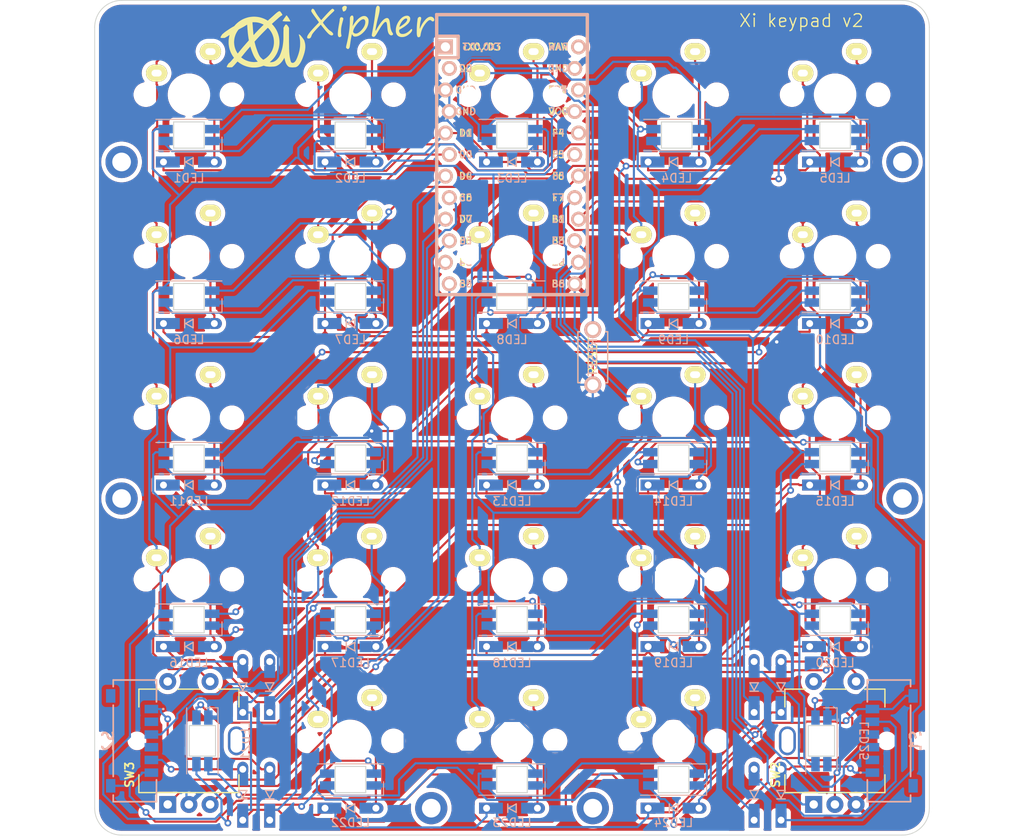
<source format=kicad_pcb>
(kicad_pcb (version 20211014) (generator pcbnew)
  (layers (0 "F.Cu" signal) (31 "B.Cu" signal) (34 "B.Paste" user) (35 "F.Paste" user) (36 "B.SilkS" user "B.Silkscreen") (37 "F.SilkS" user "F.Silkscreen") (38 "B.Mask" user) (39 "F.Mask" user) (44 "Edge.Cuts" user))
  (net 0 "")
  (net 1 "VCC")
  (net 2 "LED")
  (net 4 "RST")
  (net 5 "ROW2")
  (net 6 "Net-(D15-Pad2)")
  (net 7 "Net-(D16-Pad2)")
  (net 8 "ROW0")
  (net 9 "Net-(D17-Pad2)")
  (net 10 "Net-(D18-Pad2)")
  (net 11 "ROW3")
  (net 12 "ROT_SW3")
  (net 13 "Net-(D20-Pad2)")
  (net 14 "Net-(D21-Pad2)")
  (net 15 "Net-(D22-Pad2)")
  (net 16 "ROT_SW1")
  (net 17 "ROW5")
  (net 18 "Net-(D24-Pad2)")
  (net 19 "Net-(D25-Pad2)")
  (net 20 "ROW4")
  (net 21 "Net-(D26-Pad2)")
  (net 22 "Net-(D28-Pad2)")
  (net 23 "Net-(D29-Pad2)")
  (net 24 "Net-(D30-Pad2)")
  (net 25 "ROW1")
  (net 26 "Net-(D11-Pad2)")
  (net 27 "Net-(D1-Pad2)")
  (net 28 "Net-(D2-Pad2)")
  (net 29 "Net-(D3-Pad2)")
  (net 30 "Net-(D4-Pad2)")
  (net 31 "Net-(D5-Pad2)")
  (net 32 "Net-(D6-Pad2)")
  (net 33 "Net-(D7-Pad2)")
  (net 34 "Net-(D8-Pad2)")
  (net 35 "Net-(D9-Pad2)")
  (net 36 "Net-(D10-Pad2)")
  (net 37 "Net-(D12-Pad2)")
  (net 38 "Net-(D13-Pad2)")
  (net 39 "Net-(D14-Pad2)")
  (net 40 "COL0")
  (net 41 "COL1")
  (net 42 "COL2")
  (net 43 "COL3")
  (net 44 "COL4")
  (net 46 "ROT2")
  (net 47 "ROT1")
  (net 48 "ROT0")
  (net 49 "COL5")
  (net 50 "ROT3")
  (net 58 "GND")
  (net 59 "Net-(D19-Pad2)")
  (net 60 "Net-(D23-Pad2)")
  (net 61 "Net-(LED1-Pad2)")
  (net 62 "Net-(LED3-Pad4)")
  (net 63 "Net-(LED4-Pad4)")
  (net 64 "Net-(LED4-Pad2)")
  (net 65 "Net-(LED5-Pad2)")
  (net 66 "Net-(LED6-Pad2)")
  (net 67 "Net-(LED7-Pad2)")
  (net 68 "Net-(LED9-Pad4)")
  (net 69 "Net-(LED10-Pad4)")
  (net 70 "Net-(LED10-Pad2)")
  (net 71 "Net-(LED11-Pad2)")
  (net 72 "Net-(LED12-Pad2)")
  (net 73 "Net-(LED13-Pad2)")
  (net 74 "Net-(LED14-Pad2)")
  (net 75 "Net-(LED16-Pad4)")
  (net 76 "Net-(LED16-Pad2)")
  (net 77 "Net-(LED17-Pad2)")
  (net 78 "Net-(LED18-Pad2)")
  (net 79 "Net-(LED20-Pad4)")
  (net 80 "Net-(LED21-Pad4)")
  (net 81 "Net-(LED21-Pad2)")
  (net 82 "Net-(LED22-Pad2)")
  (net 83 "Net-(LED23-Pad2)")
  (net 84 "Net-(LED24-Pad2)")
  (net 85 "Net-(LED17-Pad1)")
  (footprint "Keebio-Parts:ArduinoProMicro-ZigZag" (layer "F.Cu") (at 80.9625 51.1992 -90)
    (fp_text reference "U1" hide)
    (fp_text value "ProMicro" hide)
  )
  (footprint "kbd:CherryMX_1u" (layer "F.Cu") (at 80.9625 100.0125)
    (fp_text reference "SW21" hide)
    (fp_text value "SW_PUSH" hide)
  )
  (footprint "kbd:CherryMX_1u" (layer "F.Cu") (at 42.8625 61.9125)
    (fp_text reference "SW9" hide)
    (fp_text value "SW_PUSH" hide)
  )
  (footprint "MountingHole:MountingHole_2.2mm_M2_DIN965_Pad" (layer "F.Cu") (at 127 90.4875)
    (fp_text reference "REF5")
    (fp_text value "MountingHole_2.2mm_M2_DIN965_Pad")
  )
  (footprint "kbd:CherryMX_1u" (layer "F.Cu") (at 119.0625 42.8625)
    (fp_text reference "SW8" hide)
    (fp_text value "SW_PUSH" hide)
  )
  (footprint "MountingHole:MountingHole_2.2mm_M2_DIN965_Pad" (layer "F.Cu") (at 127 50.8)
    (fp_text reference "REF1")
    (fp_text value "MountingHole_2.2mm_M2_DIN965_Pad")
  )
  (footprint "MountingHole:MountingHole_2.2mm_M2_DIN965_Pad" (layer "F.Cu") (at 34.925 50.8)
    (fp_text reference "REF2")
    (fp_text value "MountingHole_2.2mm_M2_DIN965_Pad")
  )
  (footprint "LOGO" (layer "F.Cu") (at 51.59375 36.5125)
    (fp_text reference "G***" hide)
    (fp_text value "LOGO" hide)
  )
  (footprint "kbd:CherryMX_1u" (layer "F.Cu") (at 42.8625 42.8625)
    (fp_text reference "SW4" hide)
    (fp_text value "SW_PUSH" hide)
  )
  (footprint "kbd:CherryMX_1u" (layer "F.Cu") (at 119.0625 61.9125)
    (fp_text reference "SW13" hide)
    (fp_text value "SW_PUSH" hide)
  )
  (footprint "kbd:CherryMX_1u" (layer "F.Cu") (at 100.0125 61.9125)
    (fp_text reference "SW12" hide)
    (fp_text value "SW_PUSH" hide)
  )
  (footprint "kbd:CherryMX_1u" (layer "F.Cu") (at 100.0125 80.9625)
    (fp_text reference "SW17" hide)
    (fp_text value "SW_PUSH" hide)
  )
  (footprint "MountingHole:MountingHole_2.2mm_M2_DIN965_Pad" (layer "F.Cu") (at 71.4375 127)
    (fp_text reference "REF4")
    (fp_text value "MountingHole_2.2mm_M2_DIN965_Pad")
  )
  (footprint "kbd:CherryMX_1u" (layer "F.Cu") (at 100.0125 42.8625)
    (fp_text reference "SW7" hide)
    (fp_text value "SW_PUSH" hide)
  )
  (footprint "kbd:CherryMX_1u" (layer "F.Cu") (at 61.88 100.0125)
    (fp_text reference "SW20" hide)
    (fp_text value "SW_PUSH" hide)
  )
  (footprint "MountingHole:MountingHole_2.2mm_M2_DIN965_Pad" (layer "F.Cu") (at 90.4875 127)
    (fp_text reference "REF3")
    (fp_text value "MountingHole_2.2mm_M2_DIN965_Pad")
  )
  (footprint "kbd:CherryMX_1u" (layer "F.Cu") (at 80.9614 119.0625)
    (fp_text reference "SW26" hide)
    (fp_text value "SW_PUSH" hide)
  )
  (footprint "kbd:CherryMX_1u" (layer "F.Cu") (at 100.0125 119.0625)
    (fp_text reference "SW27" hide)
    (fp_text value "SW_PUSH" hide)
  )
  (footprint "kbd:CherryMX_1u" (layer "F.Cu") (at 80.9625 42.8625)
    (fp_text reference "SW6" hide)
    (fp_text value "SW_PUSH" hide)
  )
  (footprint "kbd:CherryMX_1u" (layer "F.Cu") (at 100.0125 100.0125)
    (fp_text reference "SW22" hide)
    (fp_text value "SW_PUSH" hide)
  )
  (footprint "xipher_footprint:text_logo_15" (layer "F.Cu") (at 64.29375 34.925)
    (fp_text reference "G1" hide)
    (fp_text value "LOGO" hide)
  )
  (footprint "kbd:CherryMX_1u" (layer "F.Cu") (at 61.9125 61.9125)
    (fp_text reference "SW10" hide)
    (fp_text value "SW_PUSH" hide)
  )
  (footprint "Encoder:RotaryEncoder_Alps_EC11E-Switch_Vertical" (layer "F.Cu") (at 119.0375 119.0625 90)
    (fp_text reference "SW2")
    (fp_text value "RotaryEncoder_Switch")
  )
  (footprint "kbd:CherryMX_1u" (layer "F.Cu") (at 42.8625 80.9625)
    (fp_text reference "SW14" hide)
    (fp_text value "SW_PUSH" hide)
  )
  (footprint "kbd:CherryMX_1u" (layer "F.Cu") (at 119.0625 100.0125)
    (fp_text reference "SW23" hide)
    (fp_text value "SW_PUSH" hide)
  )
  (footprint "kbd:CherryMX_1u" (layer "F.Cu") (at 61.9125 80.9625)
    (fp_text reference "SW15" hide)
    (fp_text value "SW_PUSH" hide)
  )
  (footprint "MountingHole:MountingHole_2.2mm_M2_DIN965_Pad" (layer "F.Cu") (at 34.925 90.4875)
    (fp_text reference "REF6")
    (fp_text value "MountingHole_2.2mm_M2_DIN965_Pad")
  )
  (footprint "kbd:CherryMX_1u" (layer "F.Cu") (at 61.9114 119.0625)
    (fp_text reference "SW25" hide)
    (fp_text value "SW_PUSH" hide)
  )
  (footprint "kbd:CherryMX_1u" (layer "F.Cu") (at 61.9125 42.8625)
    (fp_text reference "SW5" hide)
    (fp_text value "SW_PUSH" hide)
  )
  (footprint "kbd:CherryMX_1u" (layer "F.Cu") (at 42.8625 100.0125)
    (fp_text reference "SW19" hide)
    (fp_text value "SW_PUSH" hide)
  )
  (footprint "kbd:CherryMX_1u" (layer "F.Cu") (at 80.9625 80.9625)
    (fp_text reference "SW16" hide)
    (fp_text value "SW_PUSH" hide)
  )
  (footprint "kbd:CherryMX_1u" (layer "F.Cu") (at 80.9625 61.9125)
    (fp_text reference "SW11" hide)
    (fp_text value "SW_PUSH" hide)
  )
  (footprint "kbd:CherryMX_1u" (layer "F.Cu") (at 119.0625 80.9625)
    (fp_text reference "SW18" hide)
    (fp_text value "SW_PUSH" hide)
  )
  (footprint "Encoder:RotaryEncoder_Alps_EC11E-Switch_Vertical" (layer "F.Cu") (at 42.8625 119.0625 90)
    (fp_text reference "SW3")
    (fp_text value "RotaryEncoder_Switch")
  )
  (footprint "kbd:D3_TH_SMD_v2" (layer "B.Cu") (at 109.5125 125.4125 90)
    (fp_text reference "D18" hide)
    (fp_text value "D" hide)
  )
  (footprint "kbd:D3_TH_SMD_v2" (layer "B.Cu") (at 61.9125 50.8)
    (fp_text reference "D2" hide)
    (fp_text value "D" hide)
  )
  (footprint "kbd:YS-SK6812MINI-E" (layer "B.Cu") (at 42.8625 47.625 180)
    (fp_text reference "LED1")
    (fp_text value "YS-SK6812MINI-E")
    (fp_line (start -1.8 -1.55) (end 1.8 -1.55) (layer "Edge.Cuts") (width 0.12))
    (fp_line (start 1.8 -1.55) (end 1.8 1.55) (layer "Edge.Cuts") (width 0.12))
    (fp_line (start -1.8 1.55) (end -1.8 -1.55) (layer "Edge.Cuts") (width 0.12))
    (fp_line (start 1.8 1.55) (end -1.8 1.55) (layer "Edge.Cuts") (width 0.12))
  )
  (footprint "kbd:D3_TH_SMD_v2" (layer "B.Cu") (at 109.5125 112.7125 90)
    (fp_text reference "D17" hide)
    (fp_text value "D" hide)
  )
  (footprint "kbd:ResetSW" (layer "B.Cu") (at 90.4875 73.8187 90)
    (fp_text reference "SW1" hide)
    (fp_text value "SW_Push")
  )
  (footprint "kbd:D3_TH_SMD_v2" (layer "B.Cu") (at 80.9625 127)
    (fp_text reference "D29" hide)
    (fp_text value "D" hide)
  )
  (footprint "kbd:D3_TH_SMD_v2" (layer "B.Cu") (at 100.0125 50.8)
    (fp_text reference "D4" hide)
    (fp_text value "D" hide)
  )
  (footprint "kbd:D3_TH_SMD_v2" (layer "B.Cu") (at 49.2125 112.7125 90)
    (fp_text reference "D27" hide)
    (fp_text value "D" hide)
  )
  (footprint "kbd:D3_TH_SMD_v2" (layer "B.Cu") (at 119.0625 88.9)
    (fp_text reference "D16" hide)
    (fp_text value "D" hide)
  )
  (footprint "kbd:YS-SK6812MINI-E" (layer "B.Cu") (at 80.9625 123.625 180)
    (fp_text reference "LED23")
    (fp_text value "YS-SK6812MINI-E")
    (fp_line (start 1.8 1.55) (end -1.8 1.55) (layer "Edge.Cuts") (width 0.12))
    (fp_line (start 1.8 -1.55) (end 1.8 1.55) (layer "Edge.Cuts") (width 0.12))
    (fp_line (start -1.8 -1.55) (end 1.8 -1.55) (layer "Edge.Cuts") (width 0.12))
    (fp_line (start -1.8 1.55) (end -1.8 -1.55) (layer "Edge.Cuts") (width 0.12))
  )
  (footprint "kbd:D3_TH_SMD_v2" (layer "B.Cu") (at 119.0625 107.95)
    (fp_text reference "D23" hide)
    (fp_text value "D" hide)
  )
  (footprint "kbd:YS-SK6812MINI-E" (layer "B.Cu") (at 80.9625 47.625 180)
    (fp_text reference "LED3")
    (fp_text value "YS-SK6812MINI-E")
    (fp_line (start -1.8 1.55) (end -1.8 -1.55) (layer "Edge.Cuts") (width 0.12))
    (fp_line (start 1.8 -1.55) (end 1.8 1.55) (layer "Edge.Cuts") (width 0.12))
    (fp_line (start -1.8 -1.55) (end 1.8 -1.55) (layer "Edge.Cuts") (width 0.12))
    (fp_line (start 1.8 1.55) (end -1.8 1.55) (layer "Edge.Cuts") (width 0.12))
  )
  (footprint "kbd:YS-SK6812MINI-E" (layer "B.Cu") (at 61.9125 85.725 180)
    (fp_text reference "LED12")
    (fp_text value "YS-SK6812MINI-E")
    (fp_line (start 1.8 -1.55) (end 1.8 1.55) (layer "Edge.Cuts") (width 0.12))
    (fp_line (start 1.8 1.55) (end -1.8 1.55) (layer "Edge.Cuts") (width 0.12))
    (fp_line (start -1.8 -1.55) (end 1.8 -1.55) (layer "Edge.Cuts") (width 0.12))
    (fp_line (start -1.8 1.55) (end -1.8 -1.55) (layer "Edge.Cuts") (width 0.12))
  )
  (footprint "kbd:YS-SK6812MINI-E" (layer "B.Cu") (at 42.8625 85.725 180)
    (fp_text reference "LED11")
    (fp_text value "YS-SK6812MINI-E")
    (fp_line (start 1.8 -1.55) (end 1.8 1.55) (layer "Edge.Cuts") (width 0.12))
    (fp_line (start -1.8 -1.55) (end 1.8 -1.55) (layer "Edge.Cuts") (width 0.12))
    (fp_line (start -1.8 1.55) (end -1.8 -1.55) (layer "Edge.Cuts") (width 0.12))
    (fp_line (start 1.8 1.55) (end -1.8 1.55) (layer "Edge.Cuts") (width 0.12))
  )
  (footprint "kbd:D3_TH_SMD_v2" (layer "B.Cu") (at 100.0125 107.95)
    (fp_text reference "D22" hide)
    (fp_text value "D" hide)
  )
  (footprint "kbd:D3_TH_SMD_v2" (layer "B.Cu") (at 42.8625 50.8)
    (fp_text reference "D1" hide)
    (fp_text value "D" hide)
  )
  (footprint "Encoder:TMHU28" (layer "B.Cu") (at 125.4125 119.0625 90)
    (fp_text reference "S1")
    (fp_text value "TMHU28" hide)
  )
  (footprint "kbd:D3_TH_SMD_v2" (layer "B.Cu") (at 80.9625 50.8)
    (fp_text reference "D3" hide)
    (fp_text value "D" hide)
  )
  (footprint "kbd:D3_TH_SMD_v2" (layer "B.Cu") (at 42.8625 88.9)
    (fp_text reference "D12" hide)
    (fp_text value "D" hide)
  )
  (footprint "kbd:YS-SK6812MINI-E" (layer "B.Cu") (at 61.9125 104.775 180)
    (fp_text reference "LED17")
    (fp_text value "YS-SK6812MINI-E")
    (fp_line (start -1.8 -1.55) (end 1.8 -1.55) (layer "Edge.Cuts") (width 0.12))
    (fp_line (start -1.8 1.55) (end -1.8 -1.55) (layer "Edge.Cuts") (width 0.12))
    (fp_line (start 1.8 -1.55) (end 1.8 1.55) (layer "Edge.Cuts") (width 0.12))
    (fp_line (start 1.8 1.55) (end -1.8 1.55) (layer "Edge.Cuts") (width 0.12))
  )
  (footprint "kbd:D3_TH_SMD_v2" (layer "B.Cu") (at 80.9625 88.9)
    (fp_text reference "D14" hide)
    (fp_text value "D" hide)
  )
  (footprint "kbd:YS-SK6812MINI-E" (layer "B.Cu") (at 61.9125 123.625 180)
    (fp_text reference "LED22")
    (fp_text value "YS-SK6812MINI-E")
    (fp_line (start 1.8 -1.55) (end 1.8 1.55) (layer "Edge.Cuts") (width 0.12))
    (fp_line (start -1.8 1.55) (end -1.8 -1.55) (layer "Edge.Cuts") (width 0.12))
    (fp_line (start -1.8 -1.55) (end 1.8 -1.55) (layer "Edge.Cuts") (width 0.12))
    (fp_line (start 1.8 1.55) (end -1.8 1.55) (layer "Edge.Cuts") (width 0.12))
  )
  (footprint "kbd:YS-SK6812MINI-E" (layer "B.Cu") (at 80.9625 66.675 180)
    (fp_text reference "LED8")
    (fp_text value "YS-SK6812MINI-E")
    (fp_line (start 1.8 1.55) (end -1.8 1.55) (layer "Edge.Cuts") (width 0.12))
    (fp_line (start -1.8 -1.55) (end 1.8 -1.55) (layer "Edge.Cuts") (width 0.12))
    (fp_line (start 1.8 -1.55) (end 1.8 1.55) (layer "Edge.Cuts") (width 0.12))
    (fp_line (start -1.8 1.55) (end -1.8 -1.55) (layer "Edge.Cuts") (width 0.12))
  )
  (footprint "kbd:D3_TH_SMD_v2" (layer "B.Cu") (at 49.2125 125.4125 90)
    (fp_text reference "D26" hide)
    (fp_text value "D" hide)
  )
  (footprint "kbd:D3_TH_SMD_v2" (layer "B.Cu") (at 80.9625 69.85)
    (fp_text reference "D8" hide)
    (fp_text value "D" hide)
  )
  (footprint "Encoder:TMHU28" (layer "B.Cu") (at 36.4875 119.0625 -90)
    (fp_text reference "S2")
    (fp_text value "TMHU28" hide)
  )
  (footprint "kbd:YS-SK6812MINI-E" (layer "B.Cu") (at 100.0125 85.725 180)
    (fp_text reference "LED14")
    (fp_text value "YS-SK6812MINI-E")
    (fp_line (start 1.8 -1.55) (end 1.8 1.55) (layer "Edge.Cuts") (width 0.12))
    (fp_line (start 1.8 1.55) (end -1.8 1.55) (layer "Edge.Cuts") (width 0.12))
    (fp_line (start -1.8 1.55) (end -1.8 -1.55) (layer "Edge.Cuts") (width 0.12))
    (fp_line (start -1.8 -1.55) (end 1.8 -1.55) (layer "Edge.Cuts") (width 0.12))
  )
  (footprint "kbd:D3_TH_SMD_v2" (layer "B.Cu") (at 112.6875 112.7125 90)
    (fp_text reference "D31" hide)
    (fp_text value "D" hide)
  )
  (footprint "kbd:YS-SK6812MINI-E" (layer "B.Cu") (at 119.0625 85.725 180)
    (fp_text reference "LED15")
    (fp_text value "YS-SK6812MINI-E")
    (fp_line (start -1.8 -1.55) (end 1.8 -1.55) (layer "Edge.Cuts") (width 0.12))
    (fp_line (start 1.8 1.55) (end -1.8 1.55) (layer "Edge.Cuts") (width 0.12))
    (fp_line (start 1.8 -1.55) (end 1.8 1.55) (layer "Edge.Cuts") (width 0.12))
    (fp_line (start -1.8 1.55) (end -1.8 -1.55) (layer "Edge.Cuts") (width 0.12))
  )
  (footprint "kbd:YS-SK6812MINI-E" (layer "B.Cu") (at 42.8625 104.775 180)
    (fp_text reference "LED16")
    (fp_text value "YS-SK6812MINI-E")
    (fp_line (start -1.8 -1.55) (end 1.8 -1.55) (layer "Edge.Cuts") (width 0.12))
    (fp_line (start 1.8 1.55) (end -1.8 1.55) (layer "Edge.Cuts") (width 0.12))
    (fp_line (start 1.8 -1.55) (end 1.8 1.55) (layer "Edge.Cuts") (width 0.12))
    (fp_line (start -1.8 1.55) (end -1.8 -1.55) (layer "Edge.Cuts") (width 0.12))
  )
  (footprint "kbd:D3_TH_SMD_v2" (layer "B.Cu") (at 100.0125 127)
    (fp_text reference "D30" hide)
    (fp_text value "D" hide)
  )
  (footprint "kbd:D3_TH_SMD_v2" (layer "B.Cu") (at 100.0125 69.85)
    (fp_text reference "D9" hide)
    (fp_text value "D" hide)
  )
  (footprint "kbd:D3_TH_SMD_v2" (layer "B.Cu") (at 61.9125 107.95)
    (fp_text reference "D20" hide)
    (fp_text value "D" hide)
  )
  (footprint "kbd:YS-SK6812MINI-E" (layer "B.Cu") (at 117.45 119.0625 -90)
    (fp_text reference "LED25")
    (fp_text value "YS-SK6812MINI-E")
    (fp_line (start -1.8 -1.55) (end 1.8 -1.55) (layer "Edge.Cuts") (width 0.12))
    (fp_line (start 1.8 -1.55) (end 1.8 1.55) (layer "Edge.Cuts") (width 0.12))
    (fp_line (start 1.8 1.55) (end -1.8 1.55) (layer "Edge.Cuts") (width 0.12))
    (fp_line (start -1.8 1.55) (end -1.8 -1.55) (layer "Edge.Cuts") (width 0.12))
  )
  (footprint "kbd:YS-SK6812MINI-E" (layer "B.Cu") (at 100.0125 104.775 180)
    (fp_text reference "LED19")
    (fp_text value "YS-SK6812MINI-E")
    (fp_line (start 1.8 1.55) (end -1.8 1.55) (layer "Edge.Cuts") (width 0.12))
    (fp_line (start -1.8 1.55) (end -1.8 -1.55) (layer "Edge.Cuts") (width 0.12))
    (fp_line (start 1.8 -1.55) (end 1.8 1.55) (layer "Edge.Cuts") (width 0.12))
    (fp_line (start -1.8 -1.55) (end 1.8 -1.55) (layer "Edge.Cuts") (width 0.12))
  )
  (footprint "kbd:YS-SK6812MINI-E" (layer "B.Cu") (at 119.0625 47.625 180)
    (fp_text reference "LED5")
    (fp_text value "YS-SK6812MINI-E")
    (fp_line (start -1.8 1.55) (end -1.8 -1.55) (layer "Edge.Cuts") (width 0.12))
    (fp_line (start -1.8 -1.55) (end 1.8 -1.55) (layer "Edge.Cuts") (width 0.12))
    (fp_line (start 1.8 1.55) (end -1.8 1.55) (layer "Edge.Cuts") (width 0.12))
    (fp_line (start 1.8 -1.55) (end 1.8 1.55) (layer "Edge.Cuts") (width 0.12))
  )
  (footprint "kbd:YS-SK6812MINI-E" (layer "B.Cu") (at 100.3813 47.625 180)
    (fp_text reference "LED4")
    (fp_text value "YS-SK6812MINI-E")
    (fp_line (start -1.8 1.55) (end -1.8 -1.55) (layer "Edge.Cuts") (width 0.12))
    (fp_line (start 1.8 -1.55) (end 1.8 1.55) (layer "Edge.Cuts") (width 0.12))
    (fp_line (start -1.8 -1.55) (end 1.8 -1.55) (layer "Edge.Cuts") (width 0.12))
    (fp_line (start 1.8 1.55) (end -1.8 1.55) (layer "Edge.Cuts") (width 0.12))
  )
  (footprint "kbd:YS-SK6812MINI-E" (layer "B.Cu") (at 61.9125 47.625 180)
    (fp_text reference "LED2")
    (fp_text value "YS-SK6812MINI-E")
    (fp_line (start 1.8 1.55) (end -1.8 1.55) (layer "Edge.Cuts") (width 0.12))
    (fp_line (start -1.8 1.55) (end -1.8 -1.55) (layer "Edge.Cuts") (width 0.12))
    (fp_line (start 1.8 -1.55) (end 1.8 1.55) (layer "Edge.Cuts") (width 0.12))
    (fp_line (start -1.8 -1.55) (end 1.8 -1.55) (layer "Edge.Cuts") (width 0.12))
  )
  (footprint "kbd:D3_TH_SMD_v2" (layer "B.Cu") (at 61.9125 88.9)
    (fp_text reference "D13" hide)
    (fp_text value "D" hide)
  )
  (footprint "kbd:D3_TH_SMD_v2" (layer "B.Cu") (at 80.9625 107.95)
    (fp_text reference "D21" hide)
    (fp_text value "D" hide)
  )
  (footprint "kbd:D3_TH_SMD_v2" (layer "B.Cu") (at 42.8625 107.95)
    (fp_text reference "D19" hide)
    (fp_text value "D" hide)
  )
  (footprint "kbd:D3_TH_SMD_v2" (layer "B.Cu") (at 61.9125 69.85)
    (fp_text reference "D7" hide)
    (fp_text value "D" hide)
  )
  (footprint "kbd:YS-SK6812MINI-E" (layer "B.Cu") (at 61.9125 66.675 180)
    (fp_text reference "LED7")
    (fp_text value "YS-SK6812MINI-E")
    (fp_line (start 1.8 -1.55) (end 1.8 1.55) (layer "Edge.Cuts") (width 0.12))
    (fp_line (start -1.8 1.55) (end -1.8 -1.55) (layer "Edge.Cuts") (width 0.12))
    (fp_line (start 1.8 1.55) (end -1.8 1.55) (layer "Edge.Cuts") (width 0.12))
    (fp_line (start -1.8 -1.55) (end 1.8 -1.55) (layer "Edge.Cuts") (width 0.12))
  )
  (footprint "kbd:YS-SK6812MINI-E" (layer "B.Cu") (at 119.0625 104.775 180)
    (fp_text reference "LED20")
    (fp_text value "YS-SK6812MINI-E")
    (fp_line (start 1.8 -1.55) (end 1.8 1.55) (layer "Edge.Cuts") (width 0.12))
    (fp_line (start -1.8 -1.55) (end 1.8 -1.55) (layer "Edge.Cuts") (width 0.12))
    (fp_line (start -1.8 1.55) (end -1.8 -1.55) (layer "Edge.Cuts") (width 0.12))
    (fp_line (start 1.8 1.55) (end -1.8 1.55) (layer "Edge.Cuts") (width 0.12))
  )
  (footprint "kbd:D3_TH_SMD_v2" (layer "B.Cu") (at 61.9125 127)
    (fp_text reference "D28" hide)
    (fp_text value "D" hide)
  )
  (footprint "kbd:D3_TH_SMD_v2" (layer "B.Cu") (at 100.0125 88.9)
    (fp_text reference "D15" hide)
    (fp_text value "D" hide)
  )
  (footprint "kbd:YS-SK6812MINI-E" (layer "B.Cu") (at 119.0625 66.675 180)
    (fp_text reference "LED10")
    (fp_text value "YS-SK6812MINI-E")
    (fp_line (start 1.8 1.55) (end -1.8 1.55) (layer "Edge.Cuts") (width 0.12))
    (fp_line (start 1.8 -1.55) (end 1.8 1.55) (layer "Edge.Cuts") (width 0.12))
    (fp_line (start -1.8 -1.55) (end 1.8 -1.55) (layer "Edge.Cuts") (width 0.12))
    (fp_line (start -1.8 1.55) (end -1.8 -1.55) (layer "Edge.Cuts") (width 0.12))
  )
  (footprint "kbd:D3_TH_SMD_v2" (layer "B.Cu") (at 112.6875 125.4125 90)
    (fp_text reference "D11" hide)
    (fp_text value "D" hide)
  )
  (footprint "kbd:D3_TH_SMD_v2" (layer "B.Cu") (at 42.8625 69.85)
    (fp_text reference "D6" hide)
    (fp_text value "D" hide)
  )
  (footprint "kbd:D3_TH_SMD_v2" (layer "B.Cu") (at 119.0625 69.85)
    (fp_text reference "D10" hide)
    (fp_text value "D" hide)
  )
  (footprint "kbd:YS-SK6812MINI-E" (layer "B.Cu") (at 42.8625 66.675 180)
    (fp_text reference "LED6")
    (fp_text value "YS-SK6812MINI-E")
    (fp_line (start 1.8 1.55) (end -1.8 1.55) (layer "Edge.Cuts") (width 0.12))
    (fp_line (start 1.8 -1.55) (end 1.8 1.55) (layer "Edge.Cuts") (width 0.12))
    (fp_line (start -1.8 1.55) (end -1.8 -1.55) (layer "Edge.Cuts") (width 0.12))
    (fp_line (start -1.8 -1.55) (end 1.8 -1.55) (layer "Edge.Cuts") (width 0.12))
  )
  (footprint "kbd:YS-SK6812MINI-E" (layer "B.Cu") (at 44.45 119.0625 -90)
    (fp_text reference "LED21")
    (fp_text value "YS-SK6812MINI-E")
    (fp_line (start 1.8 -1.55) (end 1.8 1.55) (layer "Edge.Cuts") (width 0.12))
    (fp_line (start 1.8 1.55) (end -1.8 1.55) (layer "Edge.Cuts") (width 0.12))
    (fp_line (start -1.8 -1.55) (end 1.8 -1.55) (layer "Edge.Cuts") (width 0.12))
    (fp_line (start -1.8 1.55) (end -1.8 -1.55) (layer "Edge.Cuts") (width 0.12))
  )
  (footprint "kbd:YS-SK6812MINI-E" (layer "B.Cu") (at 80.9625 85.725 180)
    (fp_text reference "LED13")
    (fp_text value "YS-SK6812MINI-E")
    (fp_line (start 1.8 -1.55) (end 1.8 1.55) (layer "Edge.Cuts") (width 0.12))
    (fp_line (start -1.8 1.55) (end -1.8 -1.55) (layer "Edge.Cuts") (width 0.12))
    (fp_line (start -1.8 -1.55) (end 1.8 -1.55) (layer "Edge.Cuts") (width 0.12))
    (fp_line (start 1.8 1.55) (end -1.8 1.55) (layer "Edge.Cuts") (width 0.12))
  )
  (footprint "kbd:YS-SK6812MINI-E" (layer "B.Cu") (at 100.0125 66.675 180)
    (fp_text reference "LED9")
    (fp_text value "YS-SK6812MINI-E")
    (fp_line (start -1.8 -1.55) (end 1.8 -1.55) (layer "Edge.Cuts") (width 0.12))
    (fp_line (start 1.8 1.55) (end -1.8 1.55) (layer "Edge.Cuts") (width 0.12))
    (fp_line (start 1.8 -1.55) (end 1.8 1.55) (layer "Edge.Cuts") (width 0.12))
    (fp_line (start -1.8 1.55) (end -1.8 -1.55) (layer "Edge.Cuts") (width 0.12))
  )
  (footprint "kbd:YS-SK6812MINI-E" (layer "B.Cu") (at 80.9625 104.775 180)
    (fp_text reference "LED18")
    (fp_text value "YS-SK6812MINI-E")
    (fp_line (start -1.8 1.55) (end -1.8 -1.55) (layer "Edge.Cuts") (width 0.12))
    (fp_line (start 1.8 1.55) (end -1.8 1.55) (layer "Edge.Cuts") (width 0.12))
    (fp_line (start 1.8 -1.55) (end 1.8 1.55) (layer "Edge.Cuts") (width 0.12))
    (fp_line (start -1.8 -1.55) (end 1.8 -1.55) (layer "Edge.Cuts") (width 0.12))
  )
  (footprint "kbd:YS-SK6812MINI-E" (layer "B.Cu") (at 100.0125 123.625 180)
    (fp_text reference "LED24")
    (fp_text value "YS-SK6812MINI-E")
    (fp_line (start -1.8 1.55) (end -1.8 -1.55) (layer "Edge.Cuts") (width 0.12))
    (fp_line (start 1.8 1.55) (end -1.8 1.55) (layer "Edge.Cuts") (width 0.12))
    (fp_line (start 1.8 -1.55) (end 1.8 1.55) (layer "Edge.Cuts") (width 0.12))
    (fp_line (start -1.8 -1.55) (end 1.8 -1.55) (layer "Edge.Cuts") (width 0.12))
  )
  (footprint "kbd:D3_TH_SMD_v2" (layer "B.Cu") (at 52.3875 125.4125 90)
    (fp_text reference "D24" hide)
    (fp_text value "D" hide)
  )
  (footprint "kbd:D3_TH_SMD_v2" (layer "B.Cu") (at 52.3875 112.7125 90)
    (fp_text reference "D25" hide)
    (fp_text value "D" hide)
  )
  (footprint "kbd:D3_TH_SMD_v2" (layer "B.Cu") (at 119.0625 50.8)
    (fp_text reference "D5" hide)
    (fp_text value "D" hide)
  )
  (gr_line (start 130.175 34.925) (end 130.175 127) (layer "Edge.Cuts") (width 0.1))
  (gr_line (start 31.75 34.925) (end 31.75 127) (layer "Edge.Cuts") (width 0.1))
  (gr_line (start 34.925 130.175) (end 127 130.175) (layer "Edge.Cuts") (width 0.1))
  (gr_arc (start 127 31.75) (mid 129.245064 32.679936) (end 130.175 34.925) (layer "Edge.Cuts") (width 0.1))
  (gr_arc (start 34.925 130.175) (mid 32.679936 129.245064) (end 31.75 127) (layer "Edge.Cuts") (width 0.1))
  (gr_arc (start 31.75 34.925) (mid 32.679936 32.679936) (end 34.925 31.75) (layer "Edge.Cuts") (width 0.1))
  (gr_arc (start 130.175 127) (mid 129.245064 129.245064) (end 127 130.175) (layer "Edge.Cuts") (width 0.1))
  (gr_line (start 127 31.75) (end 34.925 31.75) (layer "Edge.Cuts") (width 0.1))
  (gr_text "Xi keypad v2" (at 115.09375 34.13125) (layer "F.SilkS") (effects (font (size 1.5 1.5))))
  (segment (start 73.1139 37.2292) (end 71.9125 37.2292) (width 0.25) (layer "B.Cu") (net 2))
  (segment (start 61.3069 40.1056) (end 69.0361 40.1056) (width 0.25) (layer "B.Cu") (net 2))
  (segment (start 56.8824 44.6528) (end 59.5874 41.9478) (width 0.25) (layer "B.Cu") (net 2))
  (segment (start 59.5874 41.8251) (end 61.3069 40.1056) (width 0.25) (layer "B.Cu") (net 2))
  (segment (start 49.0598 44.6528) (end 56.8824 44.6528) (width 0.25) (layer "B.Cu") (net 2))
  (segment (start 46.7876 46.925) (end 49.0598 44.6528) (width 0.25) (layer "B.Cu") (net 2))
  (segment (start 59.5874 41.9478) (end 59.5874 41.8251) (width 0.25) (layer "B.Cu") (net 2))
  (segment (start 45.6125 46.925) (end 46.7876 46.925) (width 0.25) (layer "B.Cu") (net 2))
  (segment (start 69.0361 40.1056) (end 71.9125 37.2292) (width 0.25) (layer "B.Cu") (net 2))
  (segment (start 90.4875 70.5687) (end 90.4875 43.9856) (width 0.25) (layer "B.Cu") (net 4))
  (segment (start 90.4875 43.9856) (end 88.8111 42.3092) (width 0.25) (layer "B.Cu") (net 4))
  (segment (start 58.9125 89.8751) (end 59.6525 89.8751) (width 0.25) (layer "F.Cu") (net 5))
  (segment (start 59.6525 89.8751) (end 77.9625 89.8751) (width 0.25) (layer "F.Cu") (net 5))
  (segment (start 57.32395 102.2198) (end 54.8765 102.2198) (width 0.25) (layer "F.Cu") (net 5))
  (segment (start 58.7375 100.80625) (end 57.32395 102.2198) (width 0.25) (layer "F.Cu") (net 5))
  (segment (start 113.5192 88.7988) (end 112.4429 89.8751) (width 0.25) (layer "F.Cu") (net 5))
  (segment (start 59.6525 99.079925) (end 58.7375 99.994925) (width 0.25) (layer "F.Cu") (net 5))
  (segment (start 97.0125 88.9) (end 97.0125 89.7625) (width 0.25) (layer "F.Cu") (net 5))
  (segment (start 116.0625 88.9) (end 114.8484 88.9) (width 0.25) (layer "F.Cu") (net 5))
  (segment (start 112.4429 89.8751) (end 97.0125 89.8751) (width 0.25) (layer "F.Cu") (net 5))
  (segment (start 114.8484 88.9) (end 114.7472 88.7988) (width 0.25) (layer "F.Cu") (net 5))
  (segment (start 97.0125 89.7625) (end 97.0125 89.8751) (width 0.25) (layer "F.Cu") (net 5))
  (segment (start 58.9125 88.9) (end 58.9125 89.8751) (width 0.25) (layer "F.Cu") (net 5))
  (segment (start 59.6525 89.8751) (end 59.6525 99.079925) (width 0.25) (layer "F.Cu") (net 5))
  (segment (start 41.5567 88.9) (end 39.8625 88.9) (width 0.25) (layer "F.Cu") (net 5))
  (segment (start 54.8765 102.2198) (end 41.5567 88.9) (width 0.25) (layer "F.Cu") (net 5))
  (segment (start 97.0125 89.8751) (end 77.9625 89.8751) (width 0.25) (layer "F.Cu") (net 5))
  (segment (start 58.7375 99.994925) (end 58.7375 100.80625) (width 0.25) (layer "F.Cu") (net 5))
  (segment (start 114.7472 88.7988) (end 113.5192 88.7988) (width 0.25) (layer "F.Cu") (net 5))
  (segment (start 77.9625 88.9) (end 77.9625 89.8751) (width 0.25) (layer "F.Cu") (net 5))
  (segment (start 109.025 127.1875) (end 109.0359 127.1984) (width 0.25) (layer "B.Cu") (net 5))
  (segment (start 60.1375 89.8751) (end 65.5555 89.8751) (width 0.25) (layer "B.Cu") (net 5))
  (segment (start 116.0625 88.9) (end 117.2875 88.9) (width 0.25) (layer "B.Cu") (net 5))
  (segment (start 79.1875 88.9) (end 77.9625 88.9) (width 0.25) (layer "B.Cu") (net 5))
  (segment (start 109.5125 128.4125) (end 109.5125 127.1984) (width 0.25) (layer "B.Cu") (net 5))
  (segment (start 103.5095 101.2876) (end 106.3677 104.1458) (width 0.25) (layer "B.Cu") (net 5))
  (segment (start 69.8192 55.7639) (end 73.1139 52.4692) (width 0.25) (layer "B.Cu") (net 5))
  (segment (start 98.2375 88.9) (end 98.2375 94.6423) (width 0.25) (layer "B.Cu") (net 5))
  (segment (start 58.9125 88.9) (end 60.1375 88.9) (width 0.25) (layer "B.Cu") (net 5))
  (segment (start 65.5555 89.8751) (end 69.8192 85.6114) (width 0.25) (layer "B.Cu") (net 5))
  (segment (start 69.8192 85.6114) (end 69.8192 55.7639) (width 0.25) (layer "B.Cu") (net 5))
  (segment (start 106.3677 124.5302) (end 109.025 127.1875) (width 0.25) (layer "B.Cu") (net 5))
  (segment (start 109.5125 127.1875) (end 109.025 127.1875) (width 0.25) (layer "B.Cu") (net 5))
  (segment (start 106.3677 104.1458) (end 106.3677 124.5302) (width 0.25) (layer "B.Cu") (net 5))
  (segment (start 39.8625 88.9) (end 41.0875 88.9) (width 0.25) (layer "B.Cu") (net 5))
  (segment (start 109.0359 127.1984) (end 109.5125 127.1984) (width 0.25) (layer "B.Cu") (net 5))
  (segment (start 103.5095 99.9143) (end 103.5095 101.2876) (width 0.25) (layer "B.Cu") (net 5))
  (segment (start 98.2375 88.9) (end 97.0125 88.9) (width 0.25) (layer "B.Cu") (net 5))
  (segment (start 60.1375 88.9) (end 60.1375 89.8751) (width 0.25) (layer "B.Cu") (net 5))
  (segment (start 98.2375 94.6423) (end 103.5095 99.9143) (width 0.25) (layer "B.Cu") (net 5))
  (segment (start 104.4221 86.6085) (end 104.4221 83.5573) (width 0.25) (layer "B.Cu") (net 6))
  (segment (start 103.1057 87.9249) (end 104.4221 86.6085) (width 0.25) (layer "B.Cu") (net 6))
  (segment (start 103.0125 88.9) (end 103.0125 87.9249) (width 0.25) (layer "B.Cu") (net 6))
  (segment (start 103.0125 87.9249) (end 103.1057 87.9249) (width 0.25) (layer "B.Cu") (net 6))
  (segment (start 104.4221 83.5573) (end 102.5525 81.6877) (width 0.25) (layer "B.Cu") (net 6))
  (segment (start 102.5525 81.6877) (end 102.5525 75.8825) (width 0.25) (layer "B.Cu") (net 6))
  (segment (start 101.7875 88.9) (end 103.0125 88.9) (width 0.25) (layer "B.Cu") (net 6))
  (segment (start 121.6025 75.8825) (end 121.6025 77.2076) (width 0.25) (layer "F.Cu") (net 7))
  (segment (start 122.0625 88.9) (end 122.0625 77.6676) (width 0.25) (layer "F.Cu") (net 7))
  (segment (start 122.0625 77.6676) (end 121.6025 77.2076) (width 0.25) (layer "F.Cu") (net 7))
  (segment (start 120.8375 88.9) (end 122.0625 88.9) (width 0.25) (layer "B.Cu") (net 7))
  (segment (start 91.8484 48.7172) (end 87.8217 48.7172) (width 0.25) (layer "F.Cu") (net 8))
  (segment (start 82.2194 50.8) (end 77.9625 50.8) (width 0.25) (layer "F.Cu") (net 8))
  (segment (start 97.0125 51.2875) (end 97.0125 51.7751) (width 0.25) (layer "F.Cu") (net 8))
  (segment (start 116.0625 51.2875) (end 115.5749 51.7751) (width 0.25) (layer "F.Cu") (net 8))
  (segment (start 83.1985 51.7791) (end 82.2194 50.8) (width 0.25) (layer "F.Cu") (net 8))
  (segment (start 39.8625 50.8) (end 39.8625 51.7751) (width 0.25) (layer "F.Cu") (net 8))
  (segment (start 58.9125 50.8) (end 58.9125 51.7751) (width 0.25) (layer "F.Cu") (net 8))
  (segment (start 97.0125 51.2875) (end 94.4187 51.2875) (width 0.25) (layer "F.Cu") (net 8))
  (segment (start 77.9625 49.8249) (end 75.5268 47.3892) (width 0.25) (layer "F.Cu") (net 8))
  (segment (start 77.9625 50.8) (end 77.9625 49.8249) (width 0.25) (layer "F.Cu") (net 8))
  (segment (start 94.4187 51.2875) (end 91.8484 48.7172) (width 0.25) (layer "F.Cu") (net 8))
  (segment (start 97.0125 50.8) (end 97.0125 51.2875) (width 0.25) (layer "F.Cu") (net 8))
  (segment (start 115.5749 51.7751) (end 97.0125 51.7751) (width 0.25) (layer "F.Cu") (net 8))
  (segment (start 87.8217 48.7172) (end 84.7598 51.7791) (width 0.25) (layer "F.Cu") (net 8))
  (segment (start 75.5268 47.3892) (end 73.1139 47.3892) (width 0.25) (layer "F.Cu") (net 8))
  (segment (start 116.0625 50.8) (end 116.0625 51.2875) (width 0.25) (layer "F.Cu") (net 8))
  (segment (start 84.7598 51.7791) (end 83.1985 51.7791) (width 0.25) (layer "F.Cu") (net 8))
  (segment (start 39.8625 51.7751) (end 58.9125 51.7751) (width 0.25) (layer "F.Cu") (net 8))
  (via (at 94.4187 51.2875) (size 0.8) (drill 0.4) (layers "F.Cu" "B.Cu") (net 8))
  (segment (start 109.0359 114.4984) (end 109.5125 114.4984) (width 0.25) (layer "B.Cu") (net 8))
  (segment (start 79.1875 50.8) (end 77.9625 50.8) (width 0.25) (layer "B.Cu") (net 8))
  (segment (start 108.3125 113.775) (end 108.3125 77.5592) (width 0.25) (layer "B.Cu") (net 8))
  (segment (start 73.1139 47.3892) (end 70.6782 49.8249) (width 0.25) (layer "B.Cu") (net 8))
  (segment (start 98.2375 50.8) (end 97.0125 50.8) (width 0.25) (layer "B.Cu") (net 8))
  (segment (start 58.9125 50.8) (end 60.1266 50.8) (width 0.25) (layer "B.Cu") (net 8))
  (segment (start 60.1375 50.8) (end 60.1375 50.3124) (width 0.25) (layer "B.Cu") (net 8))
  (segment (start 60.1375 50.3124) (end 60.1266 50.3233) (width 0.25) (layer "B.Cu") (net 8))
  (segment (start 109.5125 115.7125) (end 109.5125 114.4984) (width 0.25) (layer "B.Cu") (net 8))
  (segment (start 39.8625 50.8) (end 41.0875 50.8) (width 0.25) (layer "B.Cu") (net 8))
  (segment (start 70.6782 49.8249) (end 60.1375 49.8249) (width 0.25) (layer "B.Cu") (net 8))
  (segment (start 109.025 114.4875) (end 108.3125 113.775) (width 0.25) (layer "B.Cu") (net 8))
  (segment (start 60.1266 50.3233) (end 60.1266 50.8) (width 0.25) (layer "B.Cu") (net 8))
  (segment (start 109.5125 114.4875) (end 109.025 114.4875) (width 0.25) (layer "B.Cu") (net 8))
  (segment (start 116.0625 50.8) (end 117.2875 50.8) (width 0.25) (layer "B.Cu") (net 8))
  (segment (start 93.6138 52.0924) (end 94.4187 51.2875) (width 0.25) (layer "B.Cu") (net 8))
  (segment (start 96.3255 71.8292) (end 93.6138 69.1175) (width 0.25) (layer "B.Cu") (net 8))
  (segment (start 109.025 114.4875) (end 109.0359 114.4984) (width 0.25) (layer "B.Cu") (net 8))
  (segment (start 93.6138 69.1175) (end 93.6138 52.0924) (width 0.25) (layer "B.Cu") (net 8))
  (segment (start 60.1375 50.3124) (end 60.1375 49.8249) (width 0.25) (layer "B.Cu") (net 8))
  (segment (start 102.5825 71.8292) (end 96.3255 71.8292) (width 0.25) (layer "B.Cu") (net 8))
  (segment (start 108.3125 77.5592) (end 102.5825 71.8292) (width 0.25) (layer "B.Cu") (net 8))
  (segment (start 110.0001 110.9375) (end 110.4876 110.9375) (width 0.25) (layer "B.Cu") (net 9))
  (segment (start 110.0001 110.9375) (end 109.9892 110.9266) (width 0.25) (layer "B.Cu") (net 9))
  (segment (start 120.0897 122.0602) (end 120.0897 123.0745) (width 0.25) (layer "B.Cu") (net 9))
  (segment (start 122.3374 119.8125) (end 120.0897 122.0602) (width 0.25) (layer "B.Cu") (net 9))
  (segment (start 114.7938 114.7834) (end 113.4727 113.4623) (width 0.25) (layer "B.Cu") (net 9))
  (segment (start 109.9892 110.9266) (end 109.5125 110.9266) (width 0.25) (layer "B.Cu") (net 9))
  (segment (start 118.6912 124.473) (end 117.571 124.473) (width 0.25) (layer "B.Cu") (net 9))
  (segment (start 117.571 124.473) (end 114.7938 121.6958) (width 0.25) (layer "B.Cu") (net 9))
  (segment (start 120.0897 123.0745) (end 118.6912 124.473) (width 0.25) (layer "B.Cu") (net 9))
  (segment (start 109.5125 110.9375) (end 110.0001 110.9375) (width 0.25) (layer "B.Cu") (net 9))
  (segment (start 113.4727 113.4623) (end 113.0124 113.4623) (width 0.25) (layer "B.Cu") (net 9))
  (segment (start 113.0124 113.4623) (end 110.4876 110.9375) (width 0.25) (layer "B.Cu") (net 9))
  (segment (start 123.4625 119.8125) (end 122.3374 119.8125) (width 0.25) (layer "B.Cu") (net 9))
  (segment (start 109.5125 109.7125) (end 109.5125 110.9266) (width 0.25) (layer "B.Cu") (net 9))
  (segment (start 114.7938 121.6958) (end 114.7938 114.7834) (width 0.25) (layer "B.Cu") (net 9))
  (segment (start 110.0001 123.6375) (end 109.9892 123.6266) (width 0.25) (layer "B.Cu") (net 10))
  (segment (start 115.3956 127.8877) (end 113.5921 126.0842) (width 0.25) (layer "B.Cu") (net 10))
  (segment (start 113.5921 126.0842) (end 112.4468 126.0842) (width 0.25) (layer "B.Cu") (net 10))
  (segment (start 126.20625 123.83105) (end 122.1496 127.8877) (width 0.25) (layer "B.Cu") (net 10))
  (segment (start 109.5125 122.4125) (end 109.5125 123.6266) (width 0.25) (layer "B.Cu") (net 10))
  (segment (start 112.4468 126.0842) (end 110.0001 123.6375) (width 0.25) (layer "B.Cu") (net 10))
  (segment (start 109.5125 123.6375) (end 110.0001 123.6375) (width 0.25) (layer "B.Cu") (net 10))
  (segment (start 125.54375 116.8125) (end 126.20625 117.475) (width 0.25) (layer "B.Cu") (net 10))
  (segment (start 122.1496 127.8877) (end 115.3956 127.8877) (width 0.25) (layer "B.Cu") (net 10))
  (segment (start 109.9892 123.6266) (end 109.5125 123.6266) (width 0.25) (layer "B.Cu") (net 10))
  (segment (start 123.4625 116.8125) (end 125.54375 116.8125) (width 0.25) (layer "B.Cu") (net 10))
  (segment (start 126.20625 117.475) (end 126.20625 123.83105) (width 0.25) (layer "B.Cu") (net 10))
  (segment (start 77.9625 107.95) (end 77.9625 108.8125) (width 0.25) (layer "F.Cu") (net 11))
  (segment (start 52.3875 115.7125) (end 52.3875 114.4984) (width 0.25) (layer "F.Cu") (net 11))
  (segment (start 52.3875 114.4984) (end 57.9608 108.9251) (width 0.25) (layer "F.Cu") (net 11))
  (segment (start 77.9625 108.9251) (end 58.9125 108.9251) (width 0.25) (layer "F.Cu") (net 11))
  (segment (start 45.8319 109.5375) (end 50.7928 114.4984) (width 0.25) (layer "F.Cu") (net 11))
  (segment (start 97.0125 107.95) (end 97.0125 108.5638) (width 0.25) (layer "F.Cu") (net 11))
  (segment (start 77.9625 108.8125) (end 77.9625 108.9251) (width 0.25) (layer "F.Cu") (net 11))
  (segment (start 57.9608 108.9251) (end 58.9125 108.9251) (width 0.25) (layer "F.Cu") (net 11))
  (segment (start 106.8285 109.3753) (end 108.2538 107.95) (width 0.25) (layer "F.Cu") (net 11))
  (segment (start 58.9125 107.95) (end 58.9125 108.9251) (width 0.25) (layer "F.Cu") (net 11))
  (segment (start 97.0125 108.5638) (end 97.824 109.3753) (width 0.25) (layer "F.Cu") (net 11))
  (segment (start 77.9625 108.9251) (end 96.6512 108.9251) (width 0.25) (layer "F.Cu") (net 11))
  (segment (start 97.824 109.3753) (end 106.8285 109.3753) (width 0.25) (layer "F.Cu") (net 11))
  (segment (start 96.6512 108.9251) (end 97.0125 108.5638) (width 0.25) (layer "F.Cu") (net 11))
  (segment (start 108.2538 107.95) (end 116.0625 107.95) (width 0.25) (layer "F.Cu") (net 11))
  (segment (start 41.45 109.5375) (end 45.8319 109.5375) (width 0.25) (layer "F.Cu") (net 11))
  (segment (start 50.7928 114.4984) (end 52.3875 114.4984) (width 0.25) (layer "F.Cu") (net 11))
  (segment (start 39.8625 107.95) (end 41.45 109.5375) (width 0.25) (layer "F.Cu") (net 11))
  (segment (start 79.1875 107.95) (end 77.9625 107.95) (width 0.25) (layer "B.Cu") (net 11))
  (segment (start 60.5181 92.2604) (end 64.4989 92.2604) (width 0.25) (layer "B.Cu") (net 11))
  (segment (start 70.9305 85.8288) (end 70.9305 60.9755) (width 0.25) (layer "B.Cu") (net 11))
  (segment (start 39.8625 107.95) (end 41.0875 107.95) (width 0.25) (layer "B.Cu") (net 11))
  (segment (start 98.2375 107.95) (end 97.0125 107.95) (width 0.25) (layer "B.Cu") (net 11))
  (segment (start 55.063 112.2996) (end 55.063 97.7155) (width 0.25) (layer "B.Cu") (net 11))
  (segment (start 74.3513 58.1013) (end 74.3513 55.7894) (width 0.25) (layer "B.Cu") (net 11))
  (segment (start 60.1375 107.95) (end 58.9125 107.95) (width 0.25) (layer "B.Cu") (net 11))
  (segment (start 70.9305 60.9755) (end 73.0868 58.8192) (width 0.25) (layer "B.Cu") (net 11))
  (segment (start 73.6334 58.8192) (end 74.3513 58.1013) (width 0.25) (layer "B.Cu") (net 11))
  (segment (start 52.8751 114.4875) (end 55.063 112.2996) (width 0.25) (layer "B.Cu") (net 11))
  (segment (start 74.3513 55.7894) (end 73.5711 55.0092) (width 0.25) (layer "B.Cu") (net 11))
  (segment (start 52.3875 114.4875) (end 52.8751 114.4875) (width 0.25) (layer "B.Cu") (net 11))
  (segment (start 64.4989 92.2604) (end 70.9305 85.8288) (width 0.25) (layer "B.Cu") (net 11))
  (segment (start 55.063 97.7155) (end 60.5181 92.2604) (width 0.25) (layer "B.Cu") (net 11))
  (segment (start 52.8642 114.4984) (end 52.8751 114.4875) (width 0.25) (layer "B.Cu") (net 11))
  (segment (start 52.3875 115.7125) (end 52.3875 114.4984) (width 0.25) (layer "B.Cu") (net 11))
  (segment (start 73.0868 58.8192) (end 73.6334 58.8192) (width 0.25) (layer "B.Cu") (net 11))
  (segment (start 116.0625 107.95) (end 117.2875 107.95) (width 0.25) (layer "B.Cu") (net 11))
  (segment (start 52.3875 114.4984) (end 52.8642 114.4984) (width 0.25) (layer "B.Cu") (net 11))
  (segment (start 49.2125 109.7125) (end 42.7125 109.7125) (width 0.25) (layer "B.Cu") (net 12))
  (segment (start 49.2125 110.9375) (end 49.2125 109.7125) (width 0.25) (layer "B.Cu") (net 12))
  (segment (start 42.7125 109.7125) (end 40.3625 112.0625) (width 0.25) (layer "B.Cu") (net 12))
  (segment (start 64.9125 107.5733) (end 64.7126 107.7732) (width 0.25) (layer "B.Cu") (net 13))
  (segment (start 64.42 99.4214) (end 64.42 94.9325) (width 0.25) (layer "B.Cu") (net 13))
  (segment (start 64.7126 107.7732) (end 64.7126 107.95) (width 0.25) (layer "B.Cu") (net 13))
  (segment (start 64.9125 107.5733) (end 65.28285 107.5733) (width 0.25) (layer "B.Cu") (net 13))
  (segment (start 65.88125 100.88265) (end 64.42 99.4214) (width 0.25) (layer "B.Cu") (net 13))
  (segment (start 65.28285 107.5733) (end 65.88125 106.9749) (width 0.25) (layer "B.Cu") (net 13))
  (segment (start 63.6875 107.95) (end 64.7126 107.95) (width 0.25) (layer "B.Cu") (net 13))
  (segment (start 65.88125 106.9749) (end 65.88125 100.88265) (width 0.25) (layer "B.Cu") (net 13))
  (segment (start 64.9125 107.95) (end 64.9125 107.5733) (width 0.25) (layer "B.Cu") (net 13))
  (segment (start 83.9625 107.95) (end 83.9625 106.9749) (width 0.25) (layer "F.Cu") (net 14))
  (segment (start 84.1114 96.8665) (end 83.5025 96.2576) (width 0.25) (layer "F.Cu") (net 14))
  (segment (start 83.9625 106.9749) (end 84.1114 106.826) (width 0.25) (layer "F.Cu") (net 14))
  (segment (start 83.5025 94.9325) (end 83.5025 96.2576) (width 0.25) (layer "F.Cu") (net 14))
  (segment (start 84.1114 106.826) (end 84.1114 96.8665) (width 0.25) (layer "F.Cu") (net 14))
  (segment (start 83.9625 107.95) (end 82.7375 107.95) (width 0.25) (layer "B.Cu") (net 14))
  (segment (start 102.5525 94.9325) (end 102.5525 96.2576) (width 0.25) (layer "F.Cu") (net 15))
  (segment (start 103.0125 107.95) (end 103.0125 96.7176) (width 0.25) (layer "F.Cu") (net 15))
  (segment (start 103.0125 96.7176) (end 102.5525 96.2576) (width 0.25) (layer "F.Cu") (net 15))
  (segment (start 101.7875 107.95) (end 103.0125 107.95) (width 0.25) (layer "B.Cu") (net 15))
  (segment (start 118.7349 110.437095) (end 118.010305 109.7125) (width 0.25) (layer "F.Cu") (net 16))
  (segment (start 118.7349 111.037705) (end 118.7349 110.437095) (width 0.25) (layer "F.Cu") (net 16))
  (segment (start 117.710105 112.0625) (end 118.7349 111.037705) (width 0.25) (layer "F.Cu") (net 16))
  (segment (start 116.5375 112.0625) (end 117.710105 112.0625) (width 0.25) (layer "F.Cu") (net 16))
  (segment (start 118.010305 109.7125) (end 112.6875 109.7125) (width 0.25) (layer "F.Cu") (net 16))
  (segment (start 112.6875 110.9375) (end 112.6875 109.7125) (width 0.25) (layer "B.Cu") (net 16))
  (segment (start 55.5131 97.902) (end 60.7046 92.7105) (width 0.25) (layer "B.Cu") (net 17))
  (segment (start 64.6854 92.7105) (end 71.4874 85.9085) (width 0.25) (layer "B.Cu") (net 17))
  (segment (start 52.3875 128.4125) (end 52.3875 127.1875) (width 0.25) (layer "B.Cu") (net 17))
  (segment (start 71.4874 62.1729) (end 73.5711 60.0892) (width 0.25) (layer "B.Cu") (net 17))
  (segment (start 60.7046 92.7105) (end 64.6854 92.7105) (width 0.25) (layer "B.Cu") (net 17))
  (segment (start 53.3626 127.1875) (end 55.5131 125.037) (width 0.25) (layer "B.Cu") (net 17))
  (segment (start 71.4874 85.9085) (end 71.4874 62.1729) (width 0.25) (layer "B.Cu") (net 17))
  (segment (start 55.5131 125.037) (end 55.5131 97.902) (width 0.25) (layer "B.Cu") (net 17))
  (segment (start 52.3875 127.1875) (end 53.3626 127.1875) (width 0.25) (layer "B.Cu") (net 17))
  (segment (start 51.4124 122.4125) (end 50.1871 121.1872) (width 0.25) (layer "F.Cu") (net 18))
  (segment (start 40.3612 118.8487) (end 40.3612 116.482) (width 0.25) (layer "F.Cu") (net 18))
  (segment (start 50.1871 121.1872) (end 42.6997 121.1872) (width 0.25) (layer "F.Cu") (net 18))
  (segment (start 52.3875 122.4125) (end 51.4124 122.4125) (width 0.25) (layer "F.Cu") (net 18))
  (segment (start 42.6997 121.1872) (end 40.3612 118.8487) (width 0.25) (layer "F.Cu") (net 18))
  (via (at 40.3612 116.482) (size 0.8) (drill 0.4) (layers "F.Cu" "B.Cu") (net 18))
  (segment (start 39.5626 115.3125) (end 39.5626 115.6834) (width 0.25) (layer "B.Cu") (net 18))
  (segment (start 38.4375 115.3125) (end 39.5626 115.3125) (width 0.25) (layer "B.Cu") (net 18))
  (segment (start 52.3875 122.4125) (end 52.3875 123.6375) (width 0.25) (layer "B.Cu") (net 18))
  (segment (start 39.5626 115.6834) (end 40.3612 116.482) (width 0.25) (layer "B.Cu") (net 18))
  (segment (start 52.3875 110.9375) (end 51.4124 110.9375) (width 0.25) (layer "B.Cu") (net 19))
  (segment (start 38.4375 118.3125) (end 39.5626 118.3125) (width 0.25) (layer "B.Cu") (net 19))
  (segment (start 51.4124 110.9375) (end 49.9829 112.367) (width 0.25) (layer "B.Cu") (net 19))
  (segment (start 43.8415 113.5561) (end 41.4842 115.9134) (width 0.25) (layer "B.Cu") (net 19))
  (segment (start 41.4842 115.9134) (end 41.4842 116.3909) (width 0.25) (layer "B.Cu") (net 19))
  (segment (start 47.477 112.367) (end 46.2879 113.5561) (width 0.25) (layer "B.Cu") (net 19))
  (segment (start 52.3875 109.7125) (end 52.3875 110.9375) (width 0.25) (layer "B.Cu") (net 19))
  (segment (start 49.9829 112.367) (end 47.477 112.367) (width 0.25) (layer "B.Cu") (net 19))
  (segment (start 41.4842 116.3909) (end 39.5626 118.3125) (width 0.25) (layer "B.Cu") (net 19))
  (segment (start 46.2879 113.5561) (end 43.8415 113.5561) (width 0.25) (layer "B.Cu") (net 19))
  (segment (start 97.0125 127.4875) (end 99.98 127.4875) (width 0.25) (layer "F.Cu") (net 20))
  (segment (start 58.11875 127.79375) (end 53.95775 127.79375) (width 0.25) (layer "F.Cu") (net 20))
  (segment (start 53.95775 127.79375) (end 53.3625 127.1985) (width 0.25) (layer "F.Cu") (net 20))
  (segment (start 58.9125 127) (end 58.11875 127.79375) (width 0.25) (layer "F.Cu") (net 20))
  (segment (start 50.4265 127.1985) (end 49.2125 128.4125) (width 0.25) (layer "F.Cu") (net 20))
  (segment (start 111.5914 115.7125) (end 112.6875 115.7125) (width 0.25) (layer "F.Cu") (net 20))
  (segment (start 108.1883 119.2792) (end 108.1883 118.7148) (width 0.25) (layer "F.Cu") (net 20))
  (segment (start 97.0125 127) (end 97.0125 127.4875) (width 0.25) (layer "F.Cu") (net 20))
  (segment (start 109.3134 117.5897) (end 109.7142 117.5897) (width 0.25) (layer "F.Cu") (net 20))
  (segment (start 99.98 127.4875) (end 108.1883 119.2792) (width 0.25) (layer "F.Cu") (net 20))
  (segment (start 53.3625 127.1985) (end 50.4265 127.1985) (width 0.25) (layer "F.Cu") (net 20))
  (segment (start 109.7142 117.5897) (end 111.5914 115.7125) (width 0.25) (layer "F.Cu") (net 20))
  (segment (start 108.1883 118.7148) (end 109.3134 117.5897) (width 0.25) (layer "F.Cu") (net 20))
  (segment (start 95.7599 129.2277) (end 80.4401 129.2277) (width 0.25) (layer "B.Cu") (net 20))
  (segment (start 49.2125 128.4125) (end 49.2125 127.1875) (width 0.25) (layer "B.Cu") (net 20))
  (segment (start 70.4804 60.1827) (end 73.1139 57.5492) (width 0.25) (layer "B.Cu") (net 20))
  (segment (start 50.1876 127.1875) (end 50.1876 115.7125) (width 0.25) (layer "B.Cu") (net 20))
  (segment (start 80.4401 129.2277) (end 79.1875 127.9751) (width 0.25) (layer "B.Cu") (net 20))
  (segment (start 64.4441 91.6786) (end 70.4804 85.6423) (width 0.25) (layer "B.Cu") (net 20))
  (segment (start 112.6875 115.7125) (end 112.6875 114.4875) (width 0.25) (layer "B.Cu") (net 20))
  (segment (start 51.223 113.4521) (end 52.4187 113.4521) (width 0.25) (layer "B.Cu") (net 20))
  (segment (start 97.0125 127.9751) (end 95.7599 129.2277) (width 0.25) (layer "B.Cu") (net 20))
  (segment (start 97.0125 127.4875) (end 97.2124 127.2876) (width 0.25) (layer "B.Cu") (net 20))
  (segment (start 60.4633 91.6786) (end 64.4441 91.6786) (width 0.25) (layer "B.Cu") (net 20))
  (segment (start 54.6128 97.5291) (end 60.4633 91.6786) (width 0.25) (layer "B.Cu") (net 20))
  (segment (start 49.2125 114.4875) (end 50.1876 114.4875) (width 0.25) (layer "B.Cu") (net 20))
  (segment (start 97.2124 127.2876) (end 97.2124 127) (width 0.25) (layer "B.Cu") (net 20))
  (segment (start 97.0125 127) (end 97.0125 127.4875) (width 0.25) (layer "B.Cu") (net 20))
  (segment (start 70.4804 85.6423) (end 70.4804 60.1827) (width 0.25) (layer "B.Cu") (net 20))
  (segment (start 50.1876 114.4875) (end 51.223 113.4521) (width 0.25) (layer "B.Cu") (net 20))
  (segment (start 52.4187 113.4521) (end 54.6128 111.258) (width 0.25) (layer "B.Cu") (net 20))
  (segment (start 54.6128 111.258) (end 54.6128 97.5291) (width 0.25) (layer "B.Cu") (net 20))
  (segment (start 76.6665 129.2711) (end 77.9625 127.9751) (width 0.25) (layer "B.Cu") (net 20))
  (segment (start 98.2375 127) (end 97.2124 127) (width 0.25) (layer "B.Cu") (net 20))
  (segment (start 97.0125 127.4875) (end 97.0125 127.9751) (width 0.25) (layer "B.Cu") (net 20))
  (segment (start 60.1375 127.9751) (end 61.4335 129.2711) (width 0.25) (layer "B.Cu") (net 20))
  (segment (start 79.1875 127) (end 77.9625 127) (width 0.25) (layer "B.Cu") (net 20))
  (segment (start 60.1375 127) (end 60.1375 127.9751) (width 0.25) (layer "B.Cu") (net 20))
  (segment (start 61.4335 129.2711) (end 76.6665 129.2711) (width 0.25) (layer "B.Cu") (net 20))
  (segment (start 58.9125 127) (end 60.1375 127) (width 0.25) (layer "B.Cu") (net 20))
  (segment (start 79.1875 127) (end 79.1875 127.9751) (width 0.25) (layer "B.Cu") (net 20))
  (segment (start 77.9625 127) (end 77.9625 127.9751) (width 0.25) (layer "B.Cu") (net 20))
  (segment (start 49.2125 114.4875) (end 49.2125 115.7125) (width 0.25) (layer "B.Cu") (net 20))
  (segment (start 49.2125 115.7125) (end 50.1876 115.7125) (width 0.25) (layer "B.Cu") (net 20))
  (segment (start 49.2125 127.1875) (end 50.1876 127.1875) (width 0.25) (layer "B.Cu") (net 20))
  (segment (start 49.2125 122.4125) (end 40.7699 122.4125) (width 0.25) (layer "F.Cu") (net 21))
  (via (at 40.7699 122.4125) (size 0.8) (drill 0.4) (layers "F.Cu" "B.Cu") (net 21))
  (segment (start 49.2125 122.4125) (end 49.2125 123.6375) (width 0.25) (layer "B.Cu") (net 21))
  (segment (start 38.4375 121.3125) (end 39.6699 121.3125) (width 0.25) (layer "B.Cu") (net 21))
  (segment (start 39.6699 121.3125) (end 40.7699 122.4125) (width 0.25) (layer "B.Cu") (net 21))
  (segment (start 64.9125 115.7676) (end 64.9125 126.0249) (width 0.25) (layer "F.Cu") (net 22))
  (segment (start 64.4525 113.9825) (end 64.4525 115.3076) (width 0.25) (layer "F.Cu") (net 22))
  (segment (start 64.4525 115.3076) (end 64.9125 115.7676) (width 0.25) (layer "F.Cu") (net 22))
  (segment (start 64.9125 127) (end 64.9125 126.0249) (width 0.25) (layer "F.Cu") (net 22))
  (segment (start 63.6875 127) (end 64.9125 127) (width 0.25) (layer "B.Cu") (net 22))
  (segment (start 83.5025 113.9825) (end 83.5025 115.3076) (width 0.25) (layer "F.Cu") (net 23))
  (segment (start 83.9625 115.7676) (end 83.5025 115.3076) (width 0.25) (layer "F.Cu") (net 23))
  (segment (start 83.9625 127) (end 83.9625 115.7676) (width 0.25) (layer "F.Cu") (net 23))
  (segment (start 82.7375 127) (end 83.9625 127) (width 0.25) (layer "B.Cu") (net 23))
  (segment (start 103.3515 119.2105) (end 103.3515 116.1066) (width 0.25) (layer "B.Cu") (net 24))
  (segment (start 104.4058 120.2648) (end 103.3515 119.2105) (width 0.25) (layer "B.Cu") (net 24))
  (segment (start 104.4058 124.6316) (end 104.4058 120.2648) (width 0.25) (layer "B.Cu") (net 24))
  (segment (start 103.0125 127) (end 103.0125 126.0249) (width 0.25) (layer "B.Cu") (net 24))
  (segment (start 101.7875 127) (end 103.0125 127) (width 0.25) (layer "B.Cu") (net 24))
  (segment (start 103.3515 116.1066) (end 102.5525 115.3076) (width 0.25) (layer "B.Cu") (net 24))
  (segment (start 102.5525 113.9825) (end 102.5525 115.3076) (width 0.25) (layer "B.Cu") (net 24))
  (segment (start 103.0125 126.0249) (end 104.4058 124.6316) (width 0.25) (layer "B.Cu") (net 24))
  (segment (start 39.8625 70.81875) (end 40.48125 71.4375) (width 0.25) (layer "F.Cu") (net 25))
  (segment (start 79.0954 71.958) (end 77.9625 70.8251) (width 0.25) (layer "F.Cu") (net 25))
  (segment (start 77.9625 69.85) (end 77.9625 70.8251) (width 0.25) (layer "F.Cu") (net 25))
  (segment (start 58.9125 69.85) (end 58.9125 70.8251) (width 0.25) (layer "F.Cu") (net 25))
  (segment (start 77.4471 71.3405) (end 77.9625 70.8251) (width 0.25) (layer "F.Cu") (net 25))
  (segment (start 95.8796 71.958) (end 79.0954 71.958) (width 0.25) (layer "F.Cu") (net 25))
  (segment (start 116.0625 70.8251) (end 97.0125 70.8251) (width 0.25) (layer "F.Cu") (net 25))
  (segment (start 97.0125 69.85) (end 97.0125 70.7125) (width 0.25) (layer "F.Cu") (net 25))
  (segment (start 69.2237 49.9292) (end 73.5711 49.9292) (width 0.25) (layer "F.Cu") (net 25))
  (segment (start 40.48125 71.4375) (end 58.3001 71.4375) (width 0.25) (layer "F.Cu") (net 25))
  (segment (start 59.8132 59.3397) (end 69.2237 49.9292) (width 0.25) (layer "F.Cu") (net 25))
  (segment (start 58.9125 70.8251) (end 59.4279 71.3405) (width 0.25) (layer "F.Cu") (net 25))
  (segment (start 59.4279 71.3405) (end 77.4471 71.3405) (width 0.25) (layer "F.Cu") (net 25))
  (segment (start 58.9125 61.1162) (end 59.8132 60.2155) (width 0.25) (layer "F.Cu") (net 25))
  (segment (start 58.9125 69.85) (end 58.9125 61.1162) (width 0.25) (layer "F.Cu") (net 25))
  (segment (start 58.3001 71.4375) (end 58.9125 70.8251) (width 0.25) (layer "F.Cu") (net 25))
  (segment (start 97.0125 70.7125) (end 97.0125 70.8251) (width 0.25) (layer "F.Cu") (net 25))
  (segment (start 39.8625 69.85) (end 39.8625 70.81875) (width 0.25) (layer "F.Cu") (net 25))
  (segment (start 116.0625 69.85) (end 116.0625 70.8251) (width 0.25) (layer "F.Cu") (net 25))
  (segment (start 97.0125 70.8251) (end 95.8796 71.958) (width 0.25) (layer "F.Cu") (net 25))
  (segment (start 59.8132 60.2155) (end 59.8132 59.3397) (width 0.25) (layer "F.Cu") (net 25))
  (segment (start 117.2875 74.7558) (end 117.2875 69.85) (width 0.25) (layer "B.Cu") (net 25))
  (segment (start 129.1377 114.8623) (end 129.1377 95.9825) (width 0.25) (layer "B.Cu") (net 25))
  (segment (start 122.7087 80.177) (end 117.2875 74.7558) (width 0.25) (layer "B.Cu") (net 25))
  (segment (start 122.2615 128.4125) (end 128.2373 122.4367) (width 0.25) (layer "B.Cu") (net 25))
  (segment (start 128.2373 115.7627) (end 129.1377 114.8623) (width 0.25) (layer "B.Cu") (net 25))
  (segment (start 128.2373 122.4367) (end 128.2373 115.7627) (width 0.25) (layer "B.Cu") (net 25))
  (segment (start 60.1375 69.85) (end 58.9125 69.85) (width 0.25) (layer "B.Cu") (net 25))
  (segment (start 124.1094 90.9542) (end 124.1094 83.2539) (width 0.25) (layer "B.Cu") (net 25))
  (segment (start 39.8625 69.85) (end 41.0875 69.85) (width 0.25) (layer "B.Cu") (net 25))
  (segment (start 112.6875 128.4125) (end 122.2615 128.4125) (width 0.25) (layer "B.Cu") (net 25))
  (segment (start 112.6875 127.1875) (end 112.6875 128.4125) (width 0.25) (layer "B.Cu") (net 25))
  (segment (start 129.1377 95.9825) (end 124.1094 90.9542) (width 0.25) (layer "B.Cu") (net 25))
  (segment (start 98.2375 69.85) (end 97.0125 69.85) (width 0.25) (layer "B.Cu") (net 25))
  (segment (start 116.0625 69.85) (end 117.2875 69.85) (width 0.25) (layer "B.Cu") (net 25))
  (segment (start 79.1875 69.85) (end 77.9625 69.85) (width 0.25) (layer "B.Cu") (net 25))
  (segment (start 124.1094 83.2539) (end 122.7087 81.8532) (width 0.25) (layer "B.Cu") (net 25))
  (segment (start 122.7087 81.8532) (end 122.7087 80.177) (width 0.25) (layer "B.Cu") (net 25))
  (segment (start 113.6626 122.4125) (end 112.6875 122.4125) (width 0.25) (layer "F.Cu") (net 26))
  (segment (start 120.865299 122.309199) (end 120.65 122.0939) (width 0.25) (layer "F.Cu") (net 26))
  (segment (start 120.65 122.0939) (end 113.9812 122.0939) (width 0.25) (layer "F.Cu") (net 26))
  (segment (start 113.9812 122.0939) (end 113.6626 122.4125) (width 0.25) (layer "F.Cu") (net 26))
  (via (at 120.865299 122.309199) (size 0.8) (drill 0.4) (layers "F.Cu" "B.Cu") (net 26))
  (segment (start 112.6875 123.6375) (end 112.6875 122.4125) (width 0.25) (layer "B.Cu") (net 26))
  (segment (start 121.3686 122.8125) (end 123.4625 122.8125) (width 0.25) (layer "B.Cu") (net 26))
  (segment (start 120.865299 122.309199) (end 121.3686 122.8125) (width 0.25) (layer "B.Cu") (net 26))
  (segment (start 45.8625 39.5676) (end 45.4025 39.1076) (width 0.25) (layer "F.Cu") (net 27))
  (segment (start 45.4025 37.7825) (end 45.4025 39.1076) (width 0.25) (layer "F.Cu") (net 27))
  (segment (start 45.8625 50.8) (end 45.8625 39.5676) (width 0.25) (layer "F.Cu") (net 27))
  (segment (start 44.6375 50.8) (end 45.8625 50.8) (width 0.25) (layer "B.Cu") (net 27))
  (segment (start 64.4525 49.3649) (end 64.9125 49.8249) (width 0.25) (layer "F.Cu") (net 28))
  (segment (start 64.4525 39.1076) (end 64.4525 49.3649) (width 0.25) (layer "F.Cu") (net 28))
  (segment (start 64.4525 37.7825) (end 64.4525 39.1076) (width 0.25) (layer "F.Cu") (net 28))
  (segment (start 64.9125 50.8) (end 64.9125 49.8249) (width 0.25) (layer "F.Cu") (net 28))
  (segment (start 63.6875 50.8) (end 64.9125 50.8) (width 0.25) (layer "B.Cu") (net 28))
  (segment (start 83.9625 39.5676) (end 83.5025 39.1076) (width 0.25) (layer "F.Cu") (net 29))
  (segment (start 83.9625 50.8) (end 83.9625 39.5676) (width 0.25) (layer "F.Cu") (net 29))
  (segment (start 83.5025 39.1076) (end 83.5025 37.7825) (width 0.25) (layer "F.Cu") (net 29))
  (segment (start 82.7375 50.8) (end 83.9625 50.8) (width 0.25) (layer "B.Cu") (net 29))
  (segment (start 102.5525 37.7825) (end 102.5525 39.1076) (width 0.25) (layer "F.Cu") (net 30))
  (segment (start 103.0125 50.8) (end 103.0125 39.5676) (width 0.25) (layer "F.Cu") (net 30))
  (segment (start 103.0125 39.5676) (end 102.5525 39.1076) (width 0.25) (layer "F.Cu") (net 30))
  (segment (start 101.7875 50.8) (end 103.0125 50.8) (width 0.25) (layer "B.Cu") (net 30))
  (segment (start 122.0625 39.5676) (end 121.6025 39.1076) (width 0.25) (layer "F.Cu") (net 31))
  (segment (start 121.6025 37.7825) (end 121.6025 39.1076) (width 0.25) (layer "F.Cu") (net 31))
  (segment (start 122.0625 50.8) (end 122.0625 39.5676) (width 0.25) (layer "F.Cu") (net 31))
  (segment (start 120.8375 50.8) (end 122.0625 50.8) (width 0.25) (layer "B.Cu") (net 31))
  (segment (start 45.4025 68.4149) (end 45.8625 68.8749) (width 0.25) (layer "F.Cu") (net 32))
  (segment (start 45.4025 56.8325) (end 45.4025 58.1576) (width 0.25) (layer "F.Cu") (net 32))
  (segment (start 45.4025 58.1576) (end 45.4025 68.4149) (width 0.25) (layer "F.Cu") (net 32))
  (segment (start 45.8625 69.85) (end 45.8625 68.8749) (width 0.25) (layer "F.Cu") (net 32))
  (segment (start 44.6375 69.85) (end 45.8625 69.85) (width 0.25) (layer "B.Cu") (net 32))
  (segment (start 64.4525 68.4149) (end 64.9125 68.8749) (width 0.25) (layer "F.Cu") (net 33))
  (segment (start 64.9125 69.85) (end 64.9125 68.8749) (width 0.25) (layer "F.Cu") (net 33))
  (segment (start 64.4525 56.8325) (end 64.4525 58.1576) (width 0.25) (layer "F.Cu") (net 33))
  (segment (start 64.4525 58.1576) (end 64.4525 68.4149) (width 0.25) (layer "F.Cu") (net 33))
  (segment (start 64.9125 69.85) (end 63.6875 69.85) (width 0.25) (layer "B.Cu") (net 33))
  (segment (start 82.7375 69.85) (end 83.9625 69.85) (width 0.25) (layer "B.Cu") (net 34))
  (segment (start 83.9625 69.85) (end 83.9625 68.8749) (width 0.25) (layer "B.Cu") (net 34))
  (segment (start 83.5025 61.5743) (end 83.5025 58.1576) (width 0.25) (layer "B.Cu") (net 34))
  (segment (start 83.9625 68.8749) (end 84.0844 68.8749) (width 0.25) (layer "B.Cu") (net 34))
  (segment (start 84.8922 62.964) (end 83.5025 61.5743) (width 0.25) (layer "B.Cu") (net 34))
  (segment (start 83.5025 56.8325) (end 83.5025 58.1576) (width 0.25) (layer "B.Cu") (net 34))
  (segment (start 84.8922 68.0671) (end 84.8922 62.964) (width 0.25) (layer "B.Cu") (net 34))
  (segment (start 84.0844 68.8749) (end 84.8922 68.0671) (width 0.25) (layer "B.Cu") (net 34))
  (segment (start 103.0125 69.85) (end 103.0125 68.8749) (width 0.25) (layer "F.Cu") (net 35))
  (segment (start 103.0125 68.8749) (end 103.0125 58.6176) (width 0.25) (layer "F.Cu") (net 35))
  (segment (start 102.5525 56.8325) (end 102.5525 58.1576) (width 0.25) (layer "F.Cu") (net 35))
  (segment (start 103.0125 58.6176) (end 102.5525 58.1576) (width 0.25) (layer "F.Cu") (net 35))
  (segment (start 103.0125 69.85) (end 101.7875 69.85) (width 0.25) (layer "B.Cu") (net 35))
  (segment (start 122.0625 58.6176) (end 121.6025 58.1576) (width 0.25) (layer "F.Cu") (net 36))
  (segment (start 121.6025 56.8325) (end 121.6025 58.1576) (width 0.25) (layer "F.Cu") (net 36))
  (segment (start 122.0625 69.85) (end 122.0625 58.6176) (width 0.25) (layer "F.Cu") (net 36))
  (segment (start 120.8375 69.85) (end 122.0625 69.85) (width 0.25) (layer "B.Cu") (net 36))
  (segment (start 45.8625 88.9) (end 45.8625 77.6676) (width 0.25) (layer "F.Cu") (net 37))
  (segment (start 45.4025 75.8825) (end 45.4025 77.2076) (width 0.25) (layer "F.Cu") (net 37))
  (segment (start 45.8625 77.6676) (end 45.4025 77.2076) (width 0.25) (layer "F.Cu") (net 37))
  (segment (start 44.6375 88.9) (end 45.8625 88.9) (width 0.25) (layer "B.Cu") (net 37))
  (segment (start 64.4525 80.3025) (end 64.4525 77.2076) (width 0.25) (layer "B.Cu") (net 38))
  (segment (start 64.7126 88.6865) (end 64.9125 88.4866) (width 0.25) (layer "B.Cu") (net 38))
  (segment (start 64.9125 88.9) (end 64.9125 88.4866) (width 0.25) (layer "B.Cu") (net 38))
  (segment (start 64.7126 88.9) (end 64.7126 88.6865) (width 0.25) (layer "B.Cu") (net 38))
  (segment (start 66.3192 82.1692) (end 64.4525 80.3025) (width 0.25) (layer "B.Cu") (net 38))
  (segment (start 64.4525 75.8825) (end 64.4525 77.2076) (width 0.25) (layer "B.Cu") (net 38))
  (segment (start 66.3192 87.0799) (end 66.3192 82.1692) (width 0.25) (layer "B.Cu") (net 38))
  (segment (start 63.6875 88.9) (end 64.7126 88.9) (width 0.25) (layer "B.Cu") (net 38))
  (segment (start 64.9125 88.4866) (end 66.3192 87.0799) (width 0.25) (layer "B.Cu") (net 38))
  (segment (start 83.9625 88.9) (end 83.9625 77.6676) (width 0.25) (layer "F.Cu") (net 39))
  (segment (start 83.5025 75.8825) (end 83.5025 77.2076) (width 0.25) (layer "F.Cu") (net 39))
  (segment (start 83.9625 77.6676) (end 83.5025 77.2076) (width 0.25) (layer "F.Cu") (net 39))
  (segment (start 83.9625 88.9) (end 82.7375 88.9) (width 0.25) (layer "B.Cu") (net 39))
  (segment (start 39.0525 40.3225) (end 39.0525 38.9974) (width 0.25) (layer "F.Cu") (net 40))
  (segment (start 39.0525 38.9974) (end 42.0763 35.9736) (width 0.25) (layer "F.Cu") (net 40))
  (segment (start 39.0525 58.0474) (end 38.6483 57.6432) (width 0.25) (layer "F.Cu") (net 40))
  (segment (start 39.1184 46.6182) (end 39.1184 41.7135) (width 0.25) (layer "F.Cu") (net 40))
  (segment (start 84.4125 44.187501) (end 87.614199 47.3892) (width 0.25) (layer "F.Cu") (net 40))
  (segment (start 39.0525 59.3725) (end 39.0525 60.6976) (width 0.25) (layer "F.Cu") (net 40))
  (segment (start 39.0525 77.0974) (end 38.6483 76.6932) (width 0.25) (layer "F.Cu") (net 40))
  (segment (start 85.725 36.36125) (end 85.725 40.48125) (width 0.25) (layer "F.Cu") (net 40))
  (segment (start 42.0763 35.9736) (end 85.33735 35.9736) (width 0.25) (layer "F.Cu") (net 40))
  (segment (start 85.33735 35.9736) (end 85.725 36.36125) (width 0.25) (layer "F.Cu") (net 40))
  (segment (start 38.6483 101.2145) (end 38.6483 108.7568) (width 0.25) (layer "F.Cu") (net 40))
  (segment (start 38.6483 66.1383) (end 39.1184 65.6682) (width 0.25) (layer "F.Cu") (net 40))
  (segment (start 38.6483 108.7568) (end 40.4913 110.5998) (width 0.25) (layer "F.Cu") (net 40))
  (segment (start 39.0525 59.3725) (end 39.0525 58.0474) (width 0.25) (layer "F.Cu") (net 40))
  (segment (start 39.0525 78.4225) (end 39.0525 77.0974) (width 0.25) (layer "F.Cu") (net 40))
  (segment (start 39.1184 41.7135) (end 39.0525 41.6476) (width 0.25) (layer "F.Cu") (net 40))
  (segment (start 84.4125 40.48125) (end 84.4125 44.187501) (width 0.25) (layer "F.Cu") (net 40))
  (segment (start 38.6483 57.6432) (end 38.6483 47.0883) (width 0.25) (layer "F.Cu") (net 40))
  (segment (start 85.725 40.48125) (end 84.4125 40.48125) (width 0.25) (layer "F.Cu") (net 40))
  (segment (start 87.614199 47.3892) (end 88.8111 47.3892) (width 0.25) (layer "F.Cu") (net 40))
  (segment (start 43.8998 110.5998) (end 45.3625 112.0625) (width 0.25) (layer "F.Cu") (net 40))
  (segment (start 39.1184 60.7635) (end 39.0525 60.6976) (width 0.25) (layer "F.Cu") (net 40))
  (segment (start 39.0525 40.3225) (end 39.0525 41.6476) (width 0.25) (layer "F.Cu") (net 40))
  (segment (start 39.6875 99.4326) (end 39.6875 100.1753) (width 0.25) (layer "F.Cu") (net 40))
  (segment (start 39.0525 97.4725) (end 39.0525 98.7976) (width 0.25) (layer "F.Cu") (net 40))
  (segment (start 38.6483 47.0883) (end 39.1184 46.6182) (width 0.25) (layer "F.Cu") (net 40))
  (segment (start 39.6875 100.1753) (end 38.6483 101.2145) (width 0.25) (layer "F.Cu") (net 40))
  (segment (start 39.1184 65.6682) (end 39.1184 60.7635) (width 0.25) (layer "F.Cu") (net 40))
  (segment (start 40.4913 110.5998) (end 43.8998 110.5998) (width 0.25) (layer "F.Cu") (net 40))
  (segment (start 39.0525 98.7976) (end 39.6875 99.4326) (width 0.25) (layer "F.Cu") (net 40))
  (segment (start 38.6483 76.6932) (end 38.6483 66.1383) (width 0.25) (layer "F.Cu") (net 40))
  (segment (start 38.1958 83.8144) (end 39.118 82.8922) (width 0.25) (layer "B.Cu") (net 40))
  (segment (start 39.118 79.8131) (end 39.0525 79.7476) (width 0.25) (layer "B.Cu") (net 40))
  (segment (start 39.0525 96.1474) (end 38.1958 95.2907) (width 0.25) (layer "B.Cu") (net 40))
  (segment (start 38.1958 95.2907) (end 38.1958 83.8144) (width 0.25) (layer "B.Cu") (net 40))
  (segment (start 39.0525 78.4225) (end 39.0525 79.7476) (width 0.25) (layer "B.Cu") (net 40))
  (segment (start 39.118 82.8922) (end 39.118 79.8131) (width 0.25) (layer "B.Cu") (net 40))
  (segment (start 39.0525 97.4725) (end 39.0525 96.1474) (width 0.25) (layer "B.Cu") (net 40))
  (segment (start 66.1318 51.8409) (end 69.2558 48.7169) (width 0.25) (layer "F.Cu") (net 41))
  (segment (start 82.3367 51.7791) (end 82.7868 52.2292) (width 0.25) (layer "F.Cu") (net 41))
  (segment (start 58.1524 79.7975) (end 58.1524 83.7011) (width 0.25) (layer "F.Cu") (net 41))
  (segment (start 85.9136 51.9656) (end 85.9136 51.7791) (width 0.25) (layer "F.Cu") (net 41))
  (segment (start 58.1524 83.7011) (end 56.9198 84.9337) (width 0.25) (layer "F.Cu") (net 41))
  (segment (start 58.1025 59.3725) (end 58.1025 58.0474) (width 0.25) (layer "F.Cu") (net 41))
  (segment (start 58.164 47.7594) (end 62.2455 51.8409) (width 0.25) (layer "F.Cu") (net 41))
  (segment (start 56.9198 94.9972) (end 58.07 96.1474) (width 0.25) (layer "F.Cu") (net 41))
  (segment (start 74.7726 49.366) (end 74.7726 49.6535) (width 0.25) (layer "F.Cu") (net 41))
  (segment (start 62.2455 53.9044) (end 62.2455 51.8409) (width 0.25) (layer "F.Cu") (net 41))
  (segment (start 58.1025 78.4225) (end 58.1025 79.7476) (width 0.25) (layer "F.Cu") (net 41))
  (segment (start 62.2455 51.8409) (end 66.1318 51.8409) (width 0.25) (layer "F.Cu") (net 41))
  (segment (start 74.1235 48.7169) (end 74.7726 49.366) (width 0.25) (layer "F.Cu") (net 41))
  (segment (start 82.7868 52.2292) (end 85.65 52.2292) (width 0.25) (layer "F.Cu") (net 41))
  (segment (start 85.65 52.2292) (end 85.9136 51.9656) (width 0.25) (layer "F.Cu") (net 41))
  (segment (start 58.07 97.4725) (end 58.07 96.1474) (width 0.25) (layer "F.Cu") (net 41))
  (segment (start 76.8982 51.7791) (end 82.3367 51.7791) (width 0.25) (layer "F.Cu") (net 41))
  (segment (start 58.1025 40.3225) (end 58.1025 41.6476) (width 0.25) (layer "F.Cu") (net 41))
  (segment (start 58.1025 79.7476) (end 58.1524 79.7975) (width 0.25) (layer "F.Cu") (net 41))
  (segment (start 58.1025 41.6476) (end 58.164 41.7091) (width 0.25) (layer "F.Cu") (net 41))
  (segment (start 56.9198 84.9337) (end 56.9198 94.9972) (width 0.25) (layer "F.Cu") (net 41))
  (segment (start 86.504 51.7791) (end 88.3539 49.9292) (width 0.25) (layer "F.Cu") (net 41))
  (segment (start 85.9136 51.7791) (end 86.504 51.7791) (width 0.25) (layer "F.Cu") (net 41))
  (segment (start 74.7726 49.6535) (end 76.8982 51.7791) (width 0.25) (layer "F.Cu") (net 41))
  (segment (start 69.2558 48.7169) (end 74.1235 48.7169) (width 0.25) (layer "F.Cu") (net 41))
  (segment (start 58.1025 58.0474) (end 62.2455 53.9044) (width 0.25) (layer "F.Cu") (net 41))
  (segment (start 58.164 41.7091) (end 58.164 47.7594) (width 0.25) (layer "F.Cu") (net 41))
  (segment (start 58.1025 116.5225) (end 58.1025 115.1974) (width 0.25) (layer "B.Cu") (net 41))
  (segment (start 58.1025 78.4225) (end 58.1025 77.0974) (width 0.25) (layer "B.Cu") (net 41))
  (segment (start 59.2961 77.0974) (end 58.1025 77.0974) (width 0.25) (layer "B.Cu") (net 41))
  (segment (start 58.07 97.4725) (end 58.07 98.7976) (width 0.25) (layer "B.Cu") (net 41))
  (segment (start 56.7928 113.8877) (end 58.1025 115.1974) (width 0.25) (layer "B.Cu") (net 41))
  (segment (start 64.2377 61.1376) (end 66.3342 63.2341) (width 0.25) (layer "B.Cu") (net 41))
  (segment (start 56.7928 103.1297) (end 56.7928 113.8877) (width 0.25) (layer "B.Cu") (net 41))
  (segment (start 58.1142 101.8083) (end 56.7928 103.1297) (width 0.25) (layer "B.Cu") (net 41))
  (segment (start 62.721 59.3725) (end 64.2377 60.8892) (width 0.25) (layer "B.Cu") (net 41))
  (segment (start 58.1142 98.8418) (end 58.1142 101.8083) (width 0.25) (layer "B.Cu") (net 41))
  (segment (start 66.3342 70.0593) (end 59.2961 77.0974) (width 0.25) (layer "B.Cu") (net 41))
  (segment (start 58.07 98.7976) (end 58.1142 98.8418) (width 0.25) (layer "B.Cu") (net 41))
  (segment (start 64.2377 60.8892) (end 64.2377 61.1376) (width 0.25) (layer "B.Cu") (net 41))
  (segment (start 58.1025 59.3725) (end 62.721 59.3725) (width 0.25) (layer "B.Cu") (net 41))
  (segment (start 66.3342 63.2341) (end 66.3342 70.0593) (width 0.25) (layer "B.Cu") (net 41))
  (segment (start 77.1525 58.0474) (end 81.3922 53.8077) (width 0.25) (layer "F.Cu") (net 42))
  (segment (start 87.4726 53.8077) (end 88.8111 52.4692) (width 0.25) (layer "F.Cu") (net 42))
  (segment (start 77.1525 59.3725) (end 77.1525 58.0474) (width 0.25) (layer "F.Cu") (net 42))
  (segment (start 81.3922 53.8077) (end 87.4726 53.8077) (width 0.25) (layer "F.Cu") (net 42))
  (segment (start 76.2693 101.5818) (end 76.2693 114.3142) (width 0.25) (layer "B.Cu") (net 42))
  (segment (start 76.2782 83.6366) (end 76.2782 95.2731) (width 0.25) (layer "B.Cu") (net 42))
  (segment (start 77.1525 97.4725) (end 77.1525 98.7976) (width 0.25) (layer "B.Cu") (net 42))
  (segment (start 77.1525 78.4225) (end 77.1525 77.7599) (width 0.25) (layer "B.Cu") (net 42))
  (segment (start 87.3616 42.6232) (end 87.3616 42.3766) (width 0.25) (layer "B.Cu") (net 42))
  (segment (start 77.1525 60.6976) (end 77.18 60.7251) (width 0.25) (layer "B.Cu") (net 42))
  (segment (start 87.3616 42.3766) (end 85.3075 40.3225) (width 0.25) (layer "B.Cu") (net 42))
  (segment (start 77.1525 77.7599) (end 77.18 77.7874) (width 0.25) (layer "B.Cu") (net 42))
  (segment (start 90.0355 51.2448) (end 90.0355 44.7764) (width 0.25) (layer "B.Cu") (net 42))
  (segment (start 77.1525 98.7976) (end 77.2288 98.8739) (width 0.25) (layer "B.Cu") (net 42))
  (segment (start 88.3176 43.5792) (end 87.3616 42.6232) (width 0.25) (layer "B.Cu") (net 42))
  (segment (start 77.1525 59.3725) (end 77.1525 60.6976) (width 0.25) (layer "B.Cu") (net 42))
  (segment (start 90.0355 44.7764) (end 88.8383 43.5792) (width 0.25) (layer "B.Cu") (net 42))
  (segment (start 77.1525 116.5225) (end 77.1525 115.1974) (width 0.25) (layer "B.Cu") (net 42))
  (segment (start 76.2409 63.3576) (end 76.2409 76.1858) (width 0.25) (layer "B.Cu") (net 42))
  (segment (start 77.2288 100.6223) (end 76.2693 101.5818) (width 0.25) (layer "B.Cu") (net 42))
  (segment (start 77.1525 97.4725) (end 77.1525 96.1474) (width 0.25) (layer "B.Cu") (net 42))
  (segment (start 77.18 77.7874) (end 77.18 82.7348) (width 0.25) (layer "B.Cu") (net 42))
  (segment (start 77.18 82.7348) (end 76.2782 83.6366) (width 0.25) (layer "B.Cu") (net 42))
  (segment (start 85.3075 40.3225) (end 77.1525 40.3225) (width 0.25) (layer "B.Cu") (net 42))
  (segment (start 77.18 62.4185) (end 76.2409 63.3576) (width 0.25) (layer "B.Cu") (net 42))
  (segment (start 76.2693 114.3142) (end 77.1525 115.1974) (width 0.25) (layer "B.Cu") (net 42))
  (segment (start 77.1525 77.7599) (end 77.1525 77.0974) (width 0.25) (layer "B.Cu") (net 42))
  (segment (start 76.2782 95.2731) (end 77.1525 96.1474) (width 0.25) (layer "B.Cu") (net 42))
  (segment (start 88.8383 43.5792) (end 88.3176 43.5792) (width 0.25) (layer "B.Cu") (net 42))
  (segment (start 76.2409 76.1858) (end 77.1525 77.0974) (width 0.25) (layer "B.Cu") (net 42))
  (segment (start 77.18 60.7251) (end 77.18 62.4185) (width 0.25) (layer "B.Cu") (net 42))
  (segment (start 77.2288 98.8739) (end 77.2288 100.6223) (width 0.25) (layer "B.Cu") (net 42))
  (segment (start 88.8111 52.4692) (end 90.0355 51.2448) (width 0.25) (layer "B.Cu") (net 42))
  (segment (start 96.2025 98.7976) (end 96.2684 98.8635) (width 0.25) (layer "F.Cu") (net 43))
  (segment (start 93.4313 86.273) (end 96.2684 83.4359) (width 0.25) (layer "F.Cu") (net 43))
  (segment (start 87.5799 58.0369) (end 88.3665 58.8235) (width 0.25) (layer "F.Cu") (net 43))
  (segment (start 87.5799 55.7832) (end 87.5799 58.0369) (width 0.25) (layer "F.Cu") (net 43))
  (segment (start 94.0784 58.8235) (end 94.6274 59.3725) (width 0.25) (layer "F.Cu") (net 43))
  (segment (start 96.2684 83.4359) (end 96.2684 79.8135) (width 0.25) (layer "F.Cu") (net 43))
  (segment (start 96.2025 78.4225) (end 96.2025 79.7476) (width 0.25) (layer "F.Cu") (net 43))
  (segment (start 96.2025 97.4725) (end 96.2025 98.7976) (width 0.25) (layer "F.Cu") (net 43))
  (segment (start 88.3665 58.8235) (end 94.0784 58.8235) (width 0.25) (layer "F.Cu") (net 43))
  (segment (start 88.3539 55.0092) (end 87.5799 55.7832) (width 0.25) (layer "F.Cu") (net 43))
  (segment (start 93.4313 88.5501) (end 93.4313 86.273) (width 0.25) (layer "F.Cu") (net 43))
  (segment (start 96.2684 104.8677) (end 95.7336 105.4025) (width 0.25) (layer "F.Cu") (net 43))
  (segment (start 96.2025 59.3725) (end 94.6274 59.3725) (width 0.25) (layer "F.Cu") (net 43))
  (segment (start 96.2684 98.8635) (end 96.2684 104.8677) (width 0.25) (layer "F.Cu") (net 43))
  (segment (start 96.2684 79.8135) (end 96.2025 79.7476) (width 0.25) (layer "F.Cu") (net 43))
  (via (at 93.4313 88.5501) (size 0.8) (drill 0.4) (layers "F.Cu" "B.Cu") (net 43))
  (via (at 95.7336 105.4025) (size 0.8) (drill 0.4) (layers "F.Cu" "B.Cu") (net 43))
  (segment (start 93.4313 93.3762) (end 93.4313 88.5501) (width 0.25) (layer "B.Cu") (net 43))
  (segment (start 87.3307 60.8155) (end 87.3307 62.8364) (width 0.25) (layer "B.Cu") (net 43))
  (segment (start 96.2025 41.6476) (end 96.286 41.7311) (width 0.25) (layer "B.Cu") (net 43))
  (segment (start 96.2025 116.5225) (end 96.2025 115.1974) (width 0.25) (layer "B.Cu") (net 43))
  (segment (start 87.0942 56.2689) (end 87.0942 60.579) (width 0.25) (layer "B.Cu") (net 43))
  (segment (start 94.4904 78.4225) (end 94.6274 78.4225) (width 0.25) (layer "B.Cu") (net 43))
  (segment (start 88.3539 55.0092) (end 87.0942 56.2689) (width 0.25) (layer "B.Cu") (net 43))
  (segment (start 95.7336 114.7285) (end 96.2025 115.1974) (width 0.25) (layer "B.Cu") (net 43))
  (segment (start 95.3359 44.5316) (end 95.3359 57.1808) (width 0.25) (layer "B.Cu") (net 43))
  (segment (start 87.0942 60.579) (end 87.3307 60.8155) (width 0.25) (layer "B.Cu") (net 43))
  (segment (start 86.2443 70.1764) (end 94.4904 78.4225) (width 0.25) (layer "B.Cu") (net 43))
  (segment (start 96.286 41.7311) (end 96.286 43.5815) (width 0.25) (layer "B.Cu") (net 43))
  (segment (start 86.2443 63.9228) (end 86.2443 70.1764) (width 0.25) (layer "B.Cu") (net 43))
  (segment (start 95.3359 57.1808) (end 96.2025 58.0474) (width 0.25) (layer "B.Cu") (net 43))
  (segment (start 96.2025 97.4725) (end 96.2025 96.1474) (width 0.25) (layer "B.Cu") (net 43))
  (segment (start 95.7336 105.4025) (end 95.7336 114.7285) (width 0.25) (layer "B.Cu") (net 43))
  (segment (start 96.2025 96.1474) (end 93.4313 93.3762) (width 0.25) (layer "B.Cu") (net 43))
  (segment (start 96.2025 59.3725) (end 96.2025 58.0474) (width 0.25) (layer "B.Cu") (net 43))
  (segment (start 96.2025 40.3225) (end 96.2025 41.6476) (width 0.25) (layer "B.Cu") (net 43))
  (segment (start 96.2025 78.4225) (end 94.6274 78.4225) (width 0.25) (layer "B.Cu") (net 43))
  (segment (start 96.286 43.5815) (end 95.3359 44.5316) (width 0.25) (layer "B.Cu") (net 43))
  (segment (start 87.3307 62.8364) (end 86.2443 63.9228) (width 0.25) (layer "B.Cu") (net 43))
  (segment (start 115.5693 105.1647) (end 115.5693 97.1267) (width 0.25) (layer "F.Cu") (net 44))
  (segment (start 112.6586 55.4535) (end 90.9068 55.4535) (width 0.25) (layer "F.Cu") (net 44))
  (segment (start 121.5375 112.0625) (end 121.5375 111.1329) (width 0.25) (layer "F.Cu") (net 44))
  (segment (start 117.2767 94.1232) (end 115.2525 96.1474) (width 0.25) (layer "F.Cu") (net 44))
  (segment (start 115.2525 59.3725) (end 115.2525 58.0474) (width 0.25) (layer "F.Cu") (net 44))
  (segment (start 115.7801 67.5148) (end 115.7801 61.2252) (width 0.25) (layer "F.Cu") (net 44))
  (segment (start 117.2767 87.8253) (end 117.2767 94.1232) (width 0.25) (layer "F.Cu") (net 44))
  (segment (start 116.0517 86.6003) (end 117.2767 87.8253) (width 0.25) (layer "F.Cu") (net 44))
  (segment (start 117.2767 49.9614) (end 115.7801 48.4648) (width 0.25) (layer "F.Cu") (net 44))
  (segment (start 115.5693 97.1267) (end 115.2525 96.8099) (width 0.25) (layer "F.Cu") (net 44))
  (segment (start 121.5375 111.1329) (end 115.5693 105.1647) (width 0.25) (layer "F.Cu") (net 44))
  (segment (start 115.2525 77.0974) (end 117.2767 75.0732) (width 0.25) (layer "F.Cu") (net 44))
  (segment (start 117.2767 56.0232) (end 117.2767 49.9614) (width 0.25) (layer "F.Cu") (net 44))
  (segment (start 115.2525 79.085) (end 115.2525 78.4225) (width 0.25) (layer "F.Cu") (net 44))
  (segment (start 117.2767 69.0114) (end 115.7801 67.5148) (width 0.25) (layer "F.Cu") (net 44))
  (segment (start 115.2525 58.0474) (end 112.6586 55.4535) (width 0.25) (layer "F.Cu") (net 44))
  (segment (start 115.2525 78.4225) (end 115.2525 77.0974) (width 0.25) (layer "F.Cu") (net 44))
  (segment (start 115.2525 79.7476) (end 116.0517 80.5468) (width 0.25) (layer "F.Cu") (net 44))
  (segment (start 115.7801 61.2252) (end 115.2525 60.6976) (width 0.25) (layer "F.Cu") (net 44))
  (segment (start 115.2525 59.3725) (end 115.2525 60.6976) (width 0.25) (layer "F.Cu") (net 44))
  (segment (start 115.2525 97.4725) (end 115.2525 96.8099) (width 0.25) (layer "F.Cu") (net 44))
  (segment (start 115.7801 42.1752) (end 115.2525 41.6476) (width 0.25) (layer "F.Cu") (net 44))
  (segment (start 115.2525 40.3225) (end 115.2525 41.6476) (width 0.25) (layer "F.Cu") (net 44))
  (segment (start 115.7801 48.4648) (end 115.7801 42.1752) (width 0.25) (layer "F.Cu") (net 44))
  (segment (start 117.2767 75.0732) (end 117.2767 69.0114) (width 0.25) (layer "F.Cu") (net 44))
  (segment (start 116.0517 80.5468) (end 116.0517 86.6003) (width 0.25) (layer "F.Cu") (net 44))
  (segment (start 115.2525 79.085) (end 115.2525 79.7476) (width 0.25) (layer "F.Cu") (net 44))
  (segment (start 115.2525 58.0474) (end 117.2767 56.0232) (width 0.25) (layer "F.Cu") (net 44))
  (segment (start 90.9068 55.4535) (end 88.8111 57.5492) (width 0.25) (layer "F.Cu") (net 44))
  (segment (start 115.2525 96.8099) (end 115.2525 96.1474) (width 0.25) (layer "F.Cu") (net 44))
  (segment (start 62.3166 110.1821) (end 63.7415 110.1821) (width 0.25) (layer "F.Cu") (net 46))
  (segment (start 40.3625 126.5625) (end 43.2879 123.6371) (width 0.25) (layer "F.Cu") (net 46))
  (segment (start 53.4572 123.0206) (end 53.4572 119.0415) (width 0.25) (layer "F.Cu") (net 46))
  (segment (start 43.2879 123.6371) (end 52.8407 123.6371) (width 0.25) (layer "F.Cu") (net 46))
  (segment (start 53.4572 119.0415) (end 62.3166 110.1821) (width 0.25) (layer "F.Cu") (net 46))
  (segment (start 52.8407 123.6371) (end 53.4572 123.0206) (width 0.25) (layer "F.Cu") (net 46))
  (via (at 63.7415 110.1821) (size 0.8) (drill 0.4) (layers "F.Cu" "B.Cu") (net 46))
  (segment (start 72.2808 63.4623) (end 73.1139 62.6292) (width 0.25) (layer "B.Cu") (net 46))
  (segment (start 72.2808 102.2236) (end 72.2808 63.4623) (width 0.25) (layer "B.Cu") (net 46))
  (segment (start 63.7415 110.1821) (end 64.322 109.6016) (width 0.25) (layer "B.Cu") (net 46))
  (segment (start 64.9028 109.6016) (end 72.2808 102.2236) (width 0.25) (layer "B.Cu") (net 46))
  (segment (start 64.322 109.6016) (end 64.9028 109.6016) (width 0.25) (layer "B.Cu") (net 46))
  (segment (start 109.1478 117.365) (end 107.8623 116.0795) (width 0.25) (layer "B.Cu") (net 47))
  (segment (start 120.123 125.148) (end 117.1311 125.148) (width 0.25) (layer "B.Cu") (net 47))
  (segment (start 110.3551 118.6155) (end 110.3551 118.0145) (width 0.25) (layer "B.Cu") (net 47))
  (segment (start 90.5625 72.5848) (end 88.3539 70.3762) (width 0.25) (layer "B.Cu") (net 47))
  (segment (start 110.3551 118.0145) (end 109.7056 117.365) (width 0.25) (layer "B.Cu") (net 47))
  (segment (start 117.1311 125.148) (end 113.1814 121.1983) (width 0.25) (layer "B.Cu") (net 47))
  (segment (start 109.7056 117.365) (end 109.1478 117.365) (width 0.25) (layer "B.Cu") (net 47))
  (segment (start 88.3539 70.3762) (end 88.3539 65.1692) (width 0.25) (layer "B.Cu") (net 47))
  (segment (start 112.9379 121.1983) (end 110.3551 118.6155) (width 0.25) (layer "B.Cu") (net 47))
  (segment (start 102.7015 72.5848) (end 90.5625 72.5848) (width 0.25) (layer "B.Cu") (net 47))
  (segment (start 121.5375 126.5625) (end 120.123 125.148) (width 0.25) (layer "B.Cu") (net 47))
  (segment (start 107.8623 116.0795) (end 107.8623 77.7456) (width 0.25) (layer "B.Cu") (net 47))
  (segment (start 113.1814 121.1983) (end 112.9379 121.1983) (width 0.25) (layer "B.Cu") (net 47))
  (segment (start 107.8623 77.7456) (end 102.7015 72.5848) (width 0.25) (layer "B.Cu") (net 47))
  (segment (start 91.0551 74.3506) (end 103.1939 74.3506) (width 0.25) (layer "B.Cu") (net 48))
  (segment (start 86.6944 69.9899) (end 91.0551 74.3506) (width 0.25) (layer "B.Cu") (net 48))
  (segment (start 103.1939 74.3506) (end 106.9619 78.1186) (width 0.25) (layer "B.Cu") (net 48))
  (segment (start 113.8873 125.2374) (end 115.2124 126.5625) (width 0.25) (layer "B.Cu") (net 48))
  (segment (start 112.445 125.2374) (end 113.8873 125.2374) (width 0.25) (layer "B.Cu") (net 48))
  (segment (start 111.1 120.8102) (end 111.1 123.8924) (width 0.25) (layer "B.Cu") (net 48))
  (segment (start 106.9619 78.1186) (end 106.9619 116.6721) (width 0.25) (layer "B.Cu") (net 48))
  (segment (start 86.6944 64.4276) (end 86.6944 69.9899) (width 0.25) (layer "B.Cu") (net 48))
  (segment (start 88.4928 62.6292) (end 86.6944 64.4276) (width 0.25) (layer "B.Cu") (net 48))
  (segment (start 116.5375 126.5625) (end 115.2124 126.5625) (width 0.25) (layer "B.Cu") (net 48))
  (segment (start 111.1 123.8924) (end 112.445 125.2374) (width 0.25) (layer "B.Cu") (net 48))
  (segment (start 106.9619 116.6721) (end 111.1 120.8102) (width 0.25) (layer "B.Cu") (net 48))
  (segment (start 88.8111 62.6292) (end 88.4928 62.6292) (width 0.25) (layer "B.Cu") (net 48))
  (segment (start 49.056805 126.144) (end 48.481 126.144) (width 0.25) (layer "F.Cu") (net 49))
  (segment (start 119.346051 116.9368) (end 119.196751 116.7875) (width 0.25) (layer "F.Cu") (net 49))
  (segment (start 73.025 123.03125) (end 71.4375 123.03125) (width 0.25) (layer "F.Cu") (net 49))
  (segment (start 71.4375 123.03125) (end 65.88125 128.5875) (width 0.25) (layer "F.Cu") (net 49))
  (segment (start 65.88125 128.5875) (end 63.5 128.5875) (width 0.25) (layer "F.Cu") (net 49))
  (segment (start 60.7815 125.869) (end 49.331805 125.869) (width 0.25) (layer "F.Cu") (net 49))
  (segment (start 92.80475 123.03125) (end 88.9 123.03125) (width 0.25) (layer "F.Cu") (net 49))
  (segment (start 75.40625 125.4125) (end 73.025 123.03125) (width 0.25) (layer "F.Cu") (net 49))
  (segment (start 109.63 118.4742) (end 99.8977 128.2065) (width 0.25) (layer "F.Cu") (net 49))
  (segment (start 75.40625 126.63275) (end 75.40625 125.4125) (width 0.25) (layer "F.Cu") (net 49))
  (segment (start 88.9 123.03125) (end 87.3125 124.61875) (width 0.25) (layer "F.Cu") (net 49))
  (segment (start 63.5 128.5875) (end 60.7815 125.869) (width 0.25) (layer "F.Cu") (net 49))
  (segment (start 48.481 126.144) (end 46.0375 128.5875) (width 0.25) (layer "F.Cu") (net 49))
  (segment (start 85.725 128.5875) (end 77.361 128.5875) (width 0.25) (layer "F.Cu") (net 49))
  (segment (start 46.0375 128.5875) (end 38.8869 128.5875) (width 0.25) (layer "F.Cu") (net 49))
  (segment (start 77.361 128.5875) (end 75.40625 126.63275) (width 0.25) (layer "F.Cu") (net 49))
  (segment (start 38.8869 128.5875) (end 37.7986 127.4992) (width 0.25) (layer "F.Cu") (net 49))
  (segment (start 111.0081 116.9368) (end 109.63 118.3149) (width 0.25) (layer "F.Cu") (net 49))
  (segment (start 109.63 118.3149) (end 109.63 118.4742) (width 0.25) (layer "F.Cu") (net 49))
  (segment (start 87.3125 127) (end 85.725 128.5875) (width 0.25) (layer "F.Cu") (net 49))
  (segment (start 120.10845 116.9368) (end 119.346051 116.9368) (width 0.25) (layer "F.Cu") (net 49))
  (segment (start 115.553949 116.9368) (end 111.0081 116.9368) (width 0.25) (layer "F.Cu") (net 49))
  (segment (start 49.331805 125.869) (end 49.056805 126.144) (width 0.25) (layer "F.Cu") (net 49))
  (segment (start 99.8977 128.2065) (end 96.03 128.2065) (width 0.25) (layer "F.Cu") (net 49))
  (segment (start 94.45625 126.63275) (end 94.45625 124.68275) (width 0.25) (layer "F.Cu") (net 49))
  (segment (start 96.03 128.2065) (end 94.45625 126.63275) (width 0.25) (layer "F.Cu") (net 49))
  (segment (start 94.45625 124.68275) (end 92.80475 123.03125) (width 0.25) (layer "F.Cu") (net 49))
  (segment (start 119.196751 116.7875) (end 115.703249 116.7875) (width 0.25) (layer "F.Cu") (net 49))
  (segment (start 120.364 116.68125) (end 120.10845 116.9368) (width 0.25) (layer "F.Cu") (net 49))
  (segment (start 115.703249 116.7875) (end 115.553949 116.9368) (width 0.25) (layer "F.Cu") (net 49))
  (segment (start 87.3125 124.61875) (end 87.3125 127) (width 0.25) (layer "F.Cu") (net 49))
  (via (at 37.7986 127.4992) (size 0.8) (drill 0.4) (layers "F.Cu" "B.Cu") (net 49))
  (via (at 109.63 118.3149) (size 0.8) (drill 0.4) (layers "F.Cu" "B.Cu") (net 49))
  (via (at 120.364 116.68125) (size 0.8) (drill 0.4) (layers "F.Cu" "B.Cu") (net 49))
  (segment (start 107.412 116.3613) (end 107.412 77.932) (width 0.25) (layer "B.Cu") (net 49))
  (segment (start 107.412 77.932) (end 102.5151 73.0351) (width 0.25) (layer "B.Cu") (net 49))
  (segment (start 109.3656 118.3149) (end 107.412 116.3613) (width 0.25) (layer "B.Cu") (net 49))
  (segment (start 90.0373 61.7726) (end 88.3539 60.0892) (width 0.25) (layer "B.Cu") (net 49))
  (segment (start 87.1445 69.8034) (end 87.1445 64.614) (width 0.25) (layer "B.Cu") (net 49))
  (segment (start 38.4375 122.8125) (end 37.3124 122.8125) (width 0.25) (layer "B.Cu") (net 49))
  (segment (start 35.8814 124.3625) (end 35.8814 125.582) (width 0.25) (layer "B.Cu") (net 49))
  (segment (start 33.6375 124.3625) (end 34.5126 124.3625) (width 0.25) (layer "B.Cu") (net 49))
  (segment (start 37.3124 122.8125) (end 37.3124 122.9315) (width 0.25) (layer "B.Cu") (net 49))
  (segment (start 128.2625 113.7625) (end 127.3874 113.7625) (width 0.25) (layer "B.Cu") (net 49))
  (segment (start 87.792 63.9665) (end 89.2146 63.9665) (width 0.25) (layer "B.Cu") (net 49))
  (segment (start 120.364 116.68125) (end 121.73275 115.3125) (width 0.25) (layer "B.Cu") (net 49))
  (segment (start 90.3762 73.0351) (end 87.1445 69.8034) (width 0.25) (layer "B.Cu") (net 49))
  (segment (start 87.1445 64.614) (end 87.792 63.9665) (width 0.25) (layer "B.Cu") (net 49))
  (segment (start 35.8814 125.582) (end 37.7986 127.4992) (width 0.25) (layer "B.Cu") (net 49))
  (segment (start 102.5151 73.0351) (end 90.3762 73.0351) (width 0.25) (layer "B.Cu") (net 49))
  (segment (start 121.73275 115.3125) (end 123.4625 115.3125) (width 0.25) (layer "B.Cu") (net 49))
  (segment (start 35.8814 124.3625) (end 34.5126 124.3625) (width 0.25) (layer "B.Cu") (net 49))
  (segment (start 90.0373 63.1438) (end 90.0373 61.7726) (width 0.25) (layer "B.Cu") (net 49))
  (segment (start 125.8374 115.3125) (end 127.3874 113.7625) (width 0.25) (layer "B.Cu") (net 49))
  (segment (start 123.4625 115.3125) (end 125.8374 115.3125) (width 0.25) (layer "B.Cu") (net 49))
  (segment (start 37.3124 122.9315) (end 35.8814 124.3625) (width 0.25) (layer "B.Cu") (net 49))
  (segment (start 109.63 118.3149) (end 109.3656 118.3149) (width 0.25) (layer "B.Cu") (net 49))
  (segment (start 89.2146 63.9665) (end 90.0373 63.1438) (width 0.25) (layer "B.Cu") (net 49))
  (segment (start 59.5874 118.1478) (end 59.5874 117.5913) (width 0.25) (layer "F.Cu") (net 50))
  (segment (start 45.3625 126.5625) (end 47.542 124.383) (width 0.25) (layer "F.Cu") (net 50))
  (segment (start 53.3522 124.383) (end 59.5874 118.1478) (width 0.25) (layer "F.Cu") (net 50))
  (segment (start 59.5874 117.5913) (end 62.0659 115.1128) (width 0.25) (layer "F.Cu") (net 50))
  (segment (start 47.542 124.383) (end 53.3522 124.383) (width 0.25) (layer "F.Cu") (net 50))
  (segment (start 62.0659 113.1516) (end 64.8908 110.3267) (width 0.25) (layer "F.Cu") (net 50))
  (segment (start 62.0659 115.1128) (end 62.0659 113.1516) (width 0.25) (layer "F.Cu") (net 50))
  (via (at 64.8908 110.3267) (size 0.8) (drill 0.4) (layers "F.Cu" "B.Cu") (net 50))
  (segment (start 64.8908 110.3267) (end 73.5711 101.6464) (width 0.25) (layer "B.Cu") (net 50))
  (segment (start 73.5711 101.6464) (end 73.5711 65.1692) (width 0.25) (layer "B.Cu") (net 50))
  (segment (start 119.0375 126.5625) (end 119.0375 123.0623) (width 0.25) (layer "F.Cu") (net 58))
  (segment (start 90.4875 77.0687) (end 90.4875 74.5575) (width 0.25) (layer "F.Cu") (net 58))
  (segment (start 90.4322 74.5022) (end 77.2806 74.5022) (width 0.25) (layer "F.Cu") (net 58))
  (segment (start 109.8502 74.5378) (end 112.1779 72.2101) (width 0.25) (layer "F.Cu") (net 58))
  (segment (start 77.2806 74.5022) (end 69.2566 82.5262) (width 0.25) (layer "F.Cu") (net 58))
  (segment (start 119.0375 123.0623) (end 119.2808 122.819) (width 0.25) (layer "F.Cu") (net 58))
  (segment (start 90.5072 74.5378) (end 109.8502 74.5378) (width 0.25) (layer "F.Cu") (net 58))
  (segment (start 69.2566 82.5262) (end 64.4144 82.5262) (width 0.25) (layer "F.Cu") (net 58))
  (segment (start 90.4875 74.5575) (end 90.5072 74.5378) (width 0.25) (layer "F.Cu") (net 58))
  (segment (start 112.1779 72.2101) (end 112.1779 72.0178) (width 0.25) (layer "F.Cu") (net 58))
  (segment (start 90.4875 74.5575) (end 90.4322 74.5022) (width 0.25) (layer "F.Cu") (net 58))
  (via (at 112.1779 72.0178) (size 0.8) (drill 0.4) (layers "F.Cu" "B.Cu") (net 58))
  (via (at 119.2808 122.819) (size 0.8) (drill 0.4) (layers "F.Cu" "B.Cu") (net 58))
  (via (at 64.4144 82.5262) (size 0.8) (drill 0.4) (layers "F.Cu" "B.Cu") (net 58))
  (segment (start 103.3501 124.325) (end 103.9377 123.7374) (width 0.25) (layer "B.Cu") (net 58))
  (segment (start 88.3539 39.7692) (end 88.8183 39.7692) (width 0.25) (layer "B.Cu") (net 58))
  (segment (start 62.6463 110.1123) (end 63.4412 110.9072) (width 0.25) (layer "B.Cu") (net 58))
  (segment (start 57.8063 87.9217) (end 49.4831 96.2449) (width 0.25) (layer "B.Cu") (net 58))
  (segment (start 65.8376 46.2694) (end 66.1821 45.9249) (width 0.25) (layer "B.Cu") (net 58))
  (segment (start 65.8376 67.375) (end 65.8376 65.2753) (width 0.25) (layer "B.Cu") (net 58))
  (segment (start 97.6823 102.4079) (end 97.6823 99.0544) (width 0.25) (layer "B.Cu") (net 58))
  (segment (start 100.0125 38.1) (end 101.02 39.1075) (width 0.25) (layer "B.Cu") (net 58))
  (segment (start 63.5596 110.9072) (end 68.3031 115.6507) (width 0.25) (layer "B.Cu") (net 58))
  (segment (start 65.8376 48.325) (end 65.8376 46.2694) (width 0.25) (layer "B.Cu") (net 58))
  (segment (start 81.7123 69.0102) (end 81.7123 70.6596) (width 0.25) (layer "B.Cu") (net 58))
  (segment (start 113.2578 70.6216) (end 115.0077 68.8717) (width 0.25) (layer "B.Cu") (net 58))
  (segment (start 100.9484 106.9717) (end 101.7015 106.9717) (width 0.25) (layer "B.Cu") (net 58))
  (segment (start 103.9376 84.3896) (end 103.9376 86.425) (width 0.25) (layer "B.Cu") (net 58))
  (segment (start 82.6252 68.8717) (end 81.8508 68.8717) (width 0.25) (layer "B.Cu") (net 58))
  (segment (start 62.7957 106.9717) (end 62.6463 107.1211) (width 0.25) (layer "B.Cu") (net 58))
  (segment (start 49.4831 105.1487) (end 47.1139 105.1487) (width 0.25) (layer "B.Cu") (net 58))
  (segment (start 84.1526 118.9569) (end 81.9093 116.7136) (width 0.25) (layer "B.Cu") (net 58))
  (segment (start 101.02 39.1075) (end 105.80345 39.1075) (width 0.25) (layer "B.Cu") (net 58))
  (segment (start 102.9127 102.4079) (end 103.9389 103.4341) (width 0.25) (layer "B.Cu") (net 58))
  (segment (start 95.7983 88.0968) (end 95.9734 87.9217) (width 0.25) (layer "B.Cu") (net 58))
  (segment (start 106.9658 64.3469) (end 122.0489 64.3469) (width 0.25) (layer "B.Cu") (net 58))
  (segment (start 80.0202 116.7136) (end 77.7333 119.0005) (width 0.25) (layer "B.Cu") (net 58))
  (segment (start 63.4412 110.9072) (end 63.5596 110.9072) (width 0.25) (layer "B.Cu") (net 58))
  (segment (start 45.15 115.1374) (end 45.15 114.6431) (width 0.25) (layer "B.Cu") (net 58))
  (segment (start 82.9641 49.5093) (end 83.7125 48.7609) (width 0.25) (layer "B.Cu") (net 58))
  (segment (start 119.214996 115.8839) (end 118.468198 116.630698) (width 0.25) (layer "B.Cu") (net 58))
  (segment (start 100.7506 107.1695) (end 100.9484 106.9717) (width 0.25) (layer "B.Cu") (net 58))
  (segment (start 87.7429 39.1582) (end 79.1303 39.1582) (width 0.25) (layer "B.Cu") (net 58))
  (segment (start 55.518 82.7087) (end 55.518 78.8446) (width 0.25) (layer "B.Cu") (net 58))
  (segment (start 123.3227 48.6601) (end 122.9876 48.325) (width 0.25) (layer "B.Cu") (net 58))
  (segment (start 105.6355 45.2228) (end 105.6355 46.9959) (width 0.25) (layer "B.Cu") (net 58))
  (segment (start 103.1313 48.325) (end 104.3064 48.325) (width 0.25) (layer "B.Cu") (net 58))
  (segment (start 45.15 116.3125) (end 45.15 115.1374) (width 0.25) (layer "B.Cu") (net 58))
  (segment (start 122.0489 60.3165) (end 123.3227 59.0427) (width 0.25) (layer "B.Cu") (net 58))
  (segment (start 102.7625 124.325) (end 103.3501 124.325) (width 0.25) (layer "B.Cu") (net 58))
  (segment (start 119.6395 115.8839) (end 119.214996 115.8839) (width 0.25) (layer "B.Cu") (net 58))
  (segment (start 113.2578 71.8548) (end 113.2578 70.6216) (width 0.25) (layer "B.Cu") (net 58))
  (segment (start 83.7125 48.7609) (end 83.7125 48.325) (width 0.25) (layer "B.Cu") (net 58))
  (segment (start 63.6017 68.8717) (end 64.6625 67.8109) (width 0.25) (layer "B.Cu") (net 58))
  (segment (start 48.0821 112.8488) (end 46.2878 114.6431) (width 0.25) (layer "B.Cu") (net 58))
  (segment (start 122.9876 65.2856) (end 122.9876 67.375) (width 0.25) (layer "B.Cu") (net 58))
  (segment (start 123.6272 87.0646) (end 122.9876 86.425) (width 0.25) (layer "B.Cu") (net 58))
  (segment (start 64.6625 67.8109) (end 64.6625 67.375) (width 0.25) (layer "B.Cu") (net 58))
  (segment (start 96.7301 119.0696) (end 95.462 120.3377) (width 0.25) (layer "B.Cu") (net 58))
  (segment (start 121.8125 86.425) (end 122.9876 86.425) (width 0.25) (layer "B.Cu") (net 58))
  (segment (start 103.9376 86.425) (end 102.7625 86.425) (width 0.25) (layer "B.Cu") (net 58))
  (segment (start 122.9876 83.325) (end 122.9876 86.425) (width 0.25) (layer "B.Cu") (net 58))
  (segment (start 45.15 114.6431) (end 44.5838 114.0769) (width 0.25) (layer "B.Cu") (net 58))
  (segment (start 64.4144 82.9502) (end 64.0256 83.339) (width 0.25) (layer "B.Cu") (net 58))
  (segment (start 81.8508 68.8717) (end 81.7123 69.0102) (width 0.25) (layer "B.Cu") (net 58))
  (segment (start 55.518 82.7087) (end 51.8017 86.425) (width 0.25) (layer "B.Cu") (net 58))
  (segment (start 119.6395 115.8839) (end 119.6395 122.4603) (width 0.25) (layer "B.Cu") (net 58))
  (segment (start 125.4372 94.9168) (end 123.6272 93.1068) (width 0.25) (layer "B.Cu") (net 58))
  (segment (start 102.7625 105.475) (end 103.8251 105.475) (width 0.25) (layer "B.Cu") (net 58))
  (segment (start 83.7125 67.7844) (end 82.6252 68.8717) (width 0.25) (layer "B.Cu") (net 58))
  (segment (start 66.1821 45.9249) (end 73.3602 45.9249) (width 0.25) (layer "B.Cu") (net 58))
  (segment (start 121.8125 48.325) (end 122.9876 48.325) (width 0.25) (layer "B.Cu") (net 58))
  (segment (start 62.8008 68.8717) (end 63.6017 68.8717) (width 0.25) (layer "B.Cu") (net 58))
  (segment (start 102.7625 105.9107) (end 102.7625 105.475) (width 0.25) (layer "B.Cu") (net 58))
  (segment (start 115.0077 68.8717) (end 120.7515 68.8717) (width 0.25) (layer "B.Cu") (net 58))
  (segment (start 103.9389 105.3612) (end 103.8251 105.475) (width 0.25) (layer "B.Cu") (net 58))
  (segment (start 76.4541 120.3557) (end 68.3031 120.3557) (width 0.25) (layer "B.Cu") (net 58))
  (segment (start 122.9876 105.475) (end 125.4372 103.0254) (width 0.25) (layer "B.Cu") (net 58))
  (segment (start 84.1526 119.4978) (end 84.1526 118.9569) (width 0.25) (layer "B.Cu") (net 58))
  (segment (start 73.3602 45.9249) (end 76.9446 49.5093) (width 0.25) (layer "B.Cu") (net 58))
  (segment (start 81.9093 116.7136) (end 80.0202 116.7136) (width 0.25) (layer "B.Cu") (net 58))
  (segment (start 64.4144 82.9502) (end 64.4144 82.5262) (width 0.25) (layer "B.Cu") (net 58))
  (segment (start 76.1154 38.5242) (end 75.1059 39.5337) (width 0.25) (layer "B.Cu") (net 58))
  (segment (start 75.1059 39.5337) (end 75.1059 40.7744) (width 0.25) (layer "B.Cu") (net 58))
  (segment (start 55.518 78.8446) (end 62.6623 71.7003) (width 0.25) (layer "B.Cu") (net 58))
  (segment (start 64.8696 64.3073) (end 52.8333 64.3073) (width 0.25) (layer "B.Cu") (net 58))
  (segment (start 103.9377 67.375) (end 106.9658 64.3469) (width 0.25) (layer "B.Cu") (net 58))
  (segment (start 95.7983 94.1583) (end 95.7983 88.0968) (width 0.25) (layer "B.Cu") (net 58))
  (segment (start 64.8457 86.6229) (end 63.5469 87.9217) (width 0.25) (layer "B.Cu") (net 58))
  (segment (start 88.8183 39.7692) (end 90.4875 38.1) (width 0.25) (layer "B.Cu") (net 58))
  (segment (start 121.8125 67.375) (end 122.9876 67.375) (width 0.25) (layer "B.Cu") (net 58))
  (segment (start 123.2979 105.7853) (end 123.2979 112.2255) (width 0.25) (layer "B.Cu") (net 58))
  (segment (start 65.8376 46.2694) (end 64.8679 45.2997) (width 0.25) (layer "B.Cu") (net 58))
  (segment (start 50.6342 45.2997) (end 47.6089 48.325) (width 0.25) (layer "B.Cu") (net 58))
  (segment (start 42.5742 115.46) (end 42.5742 126.2742) (width 0.25) (layer "B.Cu") (net 58))
  (segment (start 64.6625 105.8844) (end 63.5752 106.9717) (width 0.25) (layer "B.Cu") (net 58))
  (segment (start 73.3602 45.0601) (end 73.3602 45.9249) (width 0.25) (layer "B.Cu") (net 58))
  (segment (start 90.4875 38.1) (end 100.0125 38.1) (width 0.25) (layer "B.Cu") (net 58))
  (segment (start 105.6355 46.9959) (end 104.3064 48.325) (width 0.25) (layer "B.Cu") (net 58))
  (segment (start 65.8376 65.2753) (end 64.8696 64.3073) (width 0.25) (layer "B.Cu") (net 58))
  (segment (start 65.0813 86.425) (end 65.8691 85.6372) (width 0.25) (layer "B.Cu") (net 58))
  (segment (start 73.5711 44.8492) (end 73.3602 45.0601) (width 0.25) (layer "B.Cu") (net 58))
  (segment (start 105.6355 45.2228) (end 121.9905 45.2228) (width 0.25) (layer "B.Cu") (net 58))
  (segment (start 52.3622 112.8488) (end 48.0821 112.8488) (width 0.25) (layer "B.Cu") (net 58))
  (segment (start 88.3243 102.4079) (end 85.2572 105.475) (width 0.25) (layer "B.Cu") (net 58))
  (segment (start 103.9377 121.9737) (end 102.7788 120.8148) (width 0.25) (layer "B.Cu") (net 58))
  (segment (start 121.8125 105.475) (end 122.9876 105.475) (width 0.25) (layer "B.Cu") (net 58))
  (segment (start 76.9446 49.5093) (end 82.9641 49.5093) (width 0.25) (layer "B.Cu") (net 58))
  (segment (start 102.7625 86.8343) (end 102.7625 86.425) (width 0.25) (layer "B.Cu") (net 58))
  (segment (start 49.4831 105.1487) (end 53.369 109.0346) (width 0.25) (layer "B.Cu") (net 58))
  (segment (start 123.3227 59.0427) (end 123.3227 48.6601) (width 0.25) (layer "B.Cu") (net 58))
  (segment (start 53.369 111.842) (end 52.3622 112.8488) (width 0.25) (layer "B.Cu") (net 58))
  (segment (start 90.4875 80.8251) (end 84.8876 86.425) (width 0.25) (layer "B.Cu") (net 58))
  (segment (start 123.2979 112.2255) (end 119.6395 115.8839) (width 0.25) (layer "B.Cu") (net 58))
  (segment (start 49.7656 67.375) (end 45.6125 67.375) (width 0.25) (layer "B.Cu") (net 58))
  (segment (start 64.6625 86.425) (end 64.8457 86.425) (width 0.25) (layer "B.Cu") (net 58))
  (segment (start 113.2578 71.8548) (end 122.2408 80.8378) (width 0.25) (layer "B.Cu") (net 58))
  (segment (start 84.8876 120.4426) (end 84.8876 124.325) (width 0.25) (layer "B.Cu") (net 58))
  (segment (start 95.9734 87.9217) (end 101.6751 87.9217) (width 0.25) (layer "B.Cu") (net 58))
  (segment (start 125.4372 103.0254) (end 125.4372 94.9168) (width 0.25) (layer "B.Cu") (net 58))
  (segment (start 73.5711 42.3092) (end 73.1139 42.3092) (width 0.25) (layer "B.Cu") (net 58))
  (segment (start 112.3409 71.8548) (end 113.2578 71.8548) (width 0.25) (layer "B.Cu") (net 58))
  (segment (start 52.8333 64.3073) (end 49.7656 67.375) (width 0.25) (layer "B.Cu") (net 58))
  (segment (start 122.9876 105.475) (end 123.2979 105.7853) (width 0.25) (layer "B.Cu") (net 58))
  (segment (start 93.00615 83.34375) (end 102.89175 83.34375) (width 0.25) (layer "B.Cu") (net 58))
  (segment (start 102.89175 83.34375) (end 103.9376 84.3896) (width 0.25) (layer "B.Cu") (net 58))
  (segment (start 43.9573 114.0769) (end 42.5742 115.46) (width 0.25) (layer "B.Cu") (net 58))
  (segment (start 88.1214 77.0687) (end 90.4875 77.0687) (width 0.25) (layer "B.Cu") (net 58))
  (segment (start 79.1303 39.1582) (end 78.4963 38.5242) (width 0.25) (layer "B.Cu") (net 58))
  (segment (start 62.6463 107.1211) (end 62.6463 110.1123) (width 0.25) (layer "B.Cu") (net 58))
  (segment (start 83.7125 124.325) (end 84.8876 124.325) (width 0.25) (layer "B.Cu") (net 58))
  (segment (start 45.6125 105.475) (end 46.7876 105.475) (width 0.25) (layer "B.Cu") (net 58))
  (segment (start 83.7125 67.375) (end 83.7125 67.7844) (width 0.25) (layer "B.Cu") (net 58))
  (segment (start 97.7873 96.1473) (end 95.7983 94.1583) (width 0.25) (layer "B.Cu") (net 58))
  (segment (start 68.3031 120.3557) (end 68.3031 121.8595) (width 0.25) (layer "B.Cu") (net 58))
  (segment (start 96.7301 118.9964) (end 96.7301 119.0696) (width 0.25) (layer "B.Cu") (net 58))
  (segment (start 122.0489 64.3469) (end 122.0489 60.3165) (width 0.25) (layer "B.Cu") (net 58))
  (segment (start 78.4963 38.5242) (end 76.1154 38.5242) (width 0.25) (layer "B.Cu") (net 58))
  (segment (start 102.7625 67.375) (end 103.9377 67.375) (width 0.25) (layer "B.Cu") (net 58))
  (segment (start 102.7788 120.8148) (end 102.7788 118.5081) (width 0.25) (layer "B.Cu") (net 58))
  (segment (start 64.8679 45.2997) (end 50.6342 45.2997) (width 0.25) (layer "B.Cu") (net 58))
  (segment (start 51.8017 86.425) (end 45.6125 86.425) (width 0.25) (layer "B.Cu") (net 58))
  (segment (start 119.6395 122.4603) (end 119.2808 122.819) (width 0.25) (layer "B.Cu") (net 58))
  (segment (start 64.8457 86.425) (end 65.0813 86.425) (width 0.25) (layer "B.Cu") (net 58))
  (segment (start 100.7506 114.9759) (end 100.7506 107.1695) (width 0.25) (layer "B.Cu") (net 58))
  (segment (start 46.2878 114.6431) (end 45.15 114.6431) (width 0.25) (layer "B.Cu") (net 58))
  (segment (start 97.7873 98.9494) (end 97.7873 96.1473) (width 0.25) (layer "B.Cu") (net 58))
  (segment (start 97.6823 102.4079) (end 88.3243 102.4079) (width 0.25) (layer "B.Cu") (net 58))
  (segment (start 47.1139 105.1487) (end 46.7876 105.475) (width 0.25) (layer "B.Cu") (net 58))
  (segment (start 75.1059 40.7744) (end 73.5711 42.3092) (width 0.25) (layer "B.Cu") (net 58))
  (segment (start 68.3031 115.6507) (end 68.3031 120.3557) (width 0.25) (layer "B.Cu") (net 58))
  (segment (start 64.6625 67.375) (end 65.8376 67.375) (width 0.25) (layer "B.Cu") (net 58))
  (segment (start 73.5711 42.3092) (end 73.5711 44.8492) (width 0.25) (layer "B.Cu") (net 58))
  (segment (start 120.7515 68.8717) (end 121.8125 67.8107) (width 0.25) (layer "B.Cu") (net 58))
  (segment (start 121.9905 45.2228) (end 122.9876 46.2199) (width 0.25) (layer "B.Cu") (net 58))
  (segment (start 62.6623 69.0102) (end 62.8008 68.8717) (width 0.25) (layer "B.Cu") (net 58))
  (segment (start 64.6625 48.325) (end 65.8376 48.325) (width 0.25) (layer "B.Cu") (net 58))
  (segment (start 84.9925 120.3377) (end 84.8876 120.4426) (width 0.25) (layer "B.Cu") (net 58))
  (segment (start 99.9986 115.7279) (end 100.7506 114.9759) (width 0.25) (layer "B.Cu") (net 58))
  (segment (start 81.7123 70.6596) (end 88.1214 77.0687) (width 0.25) (layer "B.Cu") (net 58))
  (segment (start 88.3539 39.7692) (end 87.7429 39.1582) (width 0.25) (layer "B.Cu") (net 58))
  (segment (start 97.6823 99.0544) (end 97.7873 98.9494) (width 0.25) (layer "B.Cu") (net 58))
  (segment (start 103.9377 123.7374) (end 103.9377 121.9737) (width 0.25) (layer "B.Cu") (net 58))
  (segment (start 90.4875 80.8251) (end 93.00615 83.34375) (width 0.25) (layer "B.Cu") (net 58))
  (segment (start 65.8691 85.6372) (end 65.8691 84.4049) (width 0.25) (layer "B.Cu") (net 58))
  (segment (start 105.80345 39.1075) (end 111.91875 45.2228) (width 0.25) (layer "B.Cu") (net 58))
  (segment (start 64.6625 124.325) (end 65.8376 124.325) (width 0.25) (layer "B.Cu") (net 58))
  (segment (start 122.9876 46.2199) (end 122.9876 48.325) (width 0.25) (layer "B.Cu") (net 58))
  (segment (start 84.9925 120.3377) (end 84.1526 119.4978) (width 0.25) (layer "B.Cu") (net 58))
  (segment (start 64.8457 86.425) (end 64.8457 86.6229) (width 0.25) (layer "B.Cu") (net 58))
  (segment (start 62.6623 71.7003) (end 62.6623 69.0102) (width 0.25) (layer "B.Cu") (net 58))
  (segment (start 42.5742 126.2742) (end 42.8625 126.5625) (width 0.25) (layer "B.Cu") (net 58))
  (segment (start 85.2572 105.475) (end 83.7125 105.475) (width 0.25) (layer "B.Cu") (net 58))
  (segment (start 56.1483 83.339) (end 55.518 82.7087) (width 0.25) (layer "B.Cu") (net 58))
  (segment (start 64.6625 105.475) (end 64.6625 105.8844) (width 0.25) (layer "B.Cu") (net 58))
  (segment (start 64.0256 83.339) (end 56.1483 83.339) (width 0.25) (layer "B.Cu") (net 58))
  (segment (start 68.3031 121.8595) (end 65.8376 124.325) (width 0.25) (layer "B.Cu") (net 58))
  (segment (start 97.6823 102.4079) (end 102.9127 102.4079) (width 0.25) (layer "B.Cu") (net 58))
  (segment (start 99.9986 115.7279) (end 96.7301 118.9964) (width 0.25) (layer "B.Cu") (net 58))
  (segment (start 101.6751 87.9217) (end 102.7625 86.8343) (width 0.25) (layer "B.Cu") (net 58))
  (segment (start 65.8691 84.4049) (end 64.4144 82.9502) (width 0.25) (layer "B.Cu") (net 58))
  (segment (start 53.369 109.0346) (end 53.369 111.842) (width 0.25) (layer "B.Cu") (net 58))
  (segment (start 44.5838 114.0769) (end 43.9573 114.0769) (width 0.25) (layer "B.Cu") (net 58))
  (segment (start 77.7333 119.0765) (end 76.4541 120.3557) (width 0.25) (layer "B.Cu") (net 58))
  (segment (start 121.8125 67.8107) (end 121.8125 67.375) (width 0.25) (layer "B.Cu") (net 58))
  (segment (start 102.7788 118.5081) (end 99.9986 115.7279) (width 0.25) (layer "B.Cu") (net 58))
  (segment (start 95.462 120.3377) (end 84.9925 120.3377) (width 0.25) (layer "B.Cu") (net 58))
  (segment (start 47.6089 48.325) (end 45.6125 48.325) (width 0.25) (layer "B.Cu") (net 58))
  (segment (start 49.4831 96.2449) (end 49.4831 105.1487) (width 0.25) (layer "B.Cu") (net 58))
  (segment (start 63.5469 87.9217) (end 57.8063 87.9217) (width 0.25) (layer "B.Cu") (net 58))
  (segment (start 103.9389 103.4341) (end 103.9389 105.3612) (width 0.25) (layer "B.Cu") (net 58))
  (segment (start 122.2408 82.5782) (end 122.9876 83.325) (width 0.25) (layer "B.Cu") (net 58))
  (segment (start 122.2408 80.8378) (end 122.2408 82.5782) (width 0.25) (layer "B.Cu") (net 58))
  (segment (start 123.6272 93.1068) (end 123.6272 87.0646) (width 0.25) (layer "B.Cu") (net 58))
  (segment (start 112.1779 72.0178) (end 112.3409 71.8548) (width 0.25) (layer "B.Cu") (net 58))
  (segment (start 122.0489 64.3469) (end 122.9876 65.2856) (width 0.25) (layer "B.Cu") (net 58))
  (segment (start 83.7125 86.425) (end 84.8876 86.425) (width 0.25) (layer "B.Cu") (net 58))
  (segment (start 63.5752 106.9717) (end 62.7957 106.9717) (width 0.25) (layer "B.Cu") (net 58))
  (segment (start 101.7015 106.9717) (end 102.7625 105.9107) (width 0.25) (layer "B.Cu") (net 58))
  (segment (start 90.4875 77.0687) (end 90.4875 80.8251) (width 0.25) (layer "B.Cu") (net 58))
  (segment (start 77.7333 119.0005) (end 77.7333 119.0765) (width 0.25) (layer "B.Cu") (net 58))
  (segment (start 45.4025 94.9325) (end 45.4025 96.2576) (width 0.25) (layer "F.Cu") (net 59))
  (segment (start 45.4025 96.2576) (end 45.4025 106.5149) (width 0.25) (layer "F.Cu") (net 59))
  (segment (start 45.8625 107.95) (end 45.8625 106.9749) (width 0.25) (layer "F.Cu") (net 59))
  (segment (start 45.4025 106.5149) (end 45.8625 106.9749) (width 0.25) (layer "F.Cu") (net 59))
  (segment (start 44.6375 107.95) (end 45.8625 107.95) (width 0.25) (layer "B.Cu") (net 59))
  (segment (start 122.0625 107.95) (end 122.0625 96.7176) (width 0.25) (layer "F.Cu") (net 60))
  (segment (start 122.0625 96.7176) (end 121.6025 96.2576) (width 0.25) (layer "F.Cu") (net 60))
  (segment (start 121.6025 94.9325) (end 121.6025 96.2576) (width 0.25) (layer "F.Cu") (net 60))
  (segment (start 122.0625 107.95) (end 120.8375 107.95) (width 0.25) (layer "B.Cu") (net 60))
  (segment (start 48.7753 49.5093) (end 52.5347 45.7499) (width 0.25) (layer "B.Cu") (net 61))
  (segment (start 40.8608 49.5093) (end 48.7753 49.5093) (width 0.25) (layer "B.Cu") (net 61))
  (segment (start 40.1125 48.325) (end 40.1125 48.761) (width 0.25) (layer "B.Cu") (net 61))
  (segment (start 63.9113 45.7499) (end 64.6625 46.5011) (width 0.25) (layer "B.Cu") (net 61))
  (segment (start 40.1125 48.761) (end 40.8608 49.5093) (width 0.25) (layer "B.Cu") (net 61))
  (segment (start 64.6625 46.5011) (end 64.6625 46.925) (width 0.25) (layer "B.Cu") (net 61))
  (segment (start 52.5347 45.7499) (end 63.9113 45.7499) (width 0.25) (layer "B.Cu") (net 61))
  (segment (start 66.8148 50.6369) (end 70.6084 50.6369) (width 0.25) (layer "B.Cu") (net 62))
  (segment (start 65.6765 51.7752) (end 66.8148 50.6369) (width 0.25) (layer "B.Cu") (net 62))
  (segment (start 72.5186 48.7267) (end 74.088 48.7267) (width 0.25) (layer "B.Cu") (net 62))
  (segment (start 85.2128 51.2169) (end 85.2128 47.2502) (width 0.25) (layer "B.Cu") (net 62))
  (segment (start 75.6413 50.5605) (end 76.8867 51.8059) (width 0.25) (layer "B.Cu") (net 62))
  (segment (start 57.8687 51.7752) (end 65.6765 51.7752) (width 0.25) (layer "B.Cu") (net 62))
  (segment (start 85.2128 47.2502) (end 84.8876 46.925) (width 0.25) (layer "B.Cu") (net 62))
  (segment (start 70.6084 50.6369) (end 72.5186 48.7267) (width 0.25) (layer "B.Cu") (net 62))
  (segment (start 75.6413 50.28) (end 75.6413 50.5605) (width 0.25) (layer "B.Cu") (net 62))
  (segment (start 76.8867 51.8059) (end 84.6238 51.8059) (width 0.25) (layer "B.Cu") (net 62))
  (segment (start 59.1625 48.325) (end 57.9874 48.325) (width 0.25) (layer "B.Cu") (net 62))
  (segment (start 57.6786 51.5851) (end 57.8687 51.7752) (width 0.25) (layer "B.Cu") (net 62))
  (segment (start 84.6238 51.8059) (end 85.2128 51.2169) (width 0.25) (layer "B.Cu") (net 62))
  (segment (start 83.7125 46.925) (end 84.8876 46.925) (width 0.25) (layer "B.Cu") (net 62))
  (segment (start 57.6786 48.6338) (end 57.6786 51.5851) (width 0.25) (layer "B.Cu") (net 62))
  (segment (start 74.088 48.7267) (end 75.6413 50.28) (width 0.25) (layer "B.Cu") (net 62))
  (segment (start 57.9874 48.325) (end 57.6786 48.6338) (width 0.25) (layer "B.Cu") (net 62))
  (segment (start 74.6073 43.9724) (end 77.0374 46.4025) (width 0.25) (layer "B.Cu") (net 63))
  (segment (start 75.556 41.089) (end 74.6073 42.0377) (width 0.25) (layer "B.Cu") (net 63))
  (segment (start 87.970964 41.090964) (end 90.768786 41.090964) (width 0.25) (layer "B.Cu") (net 63))
  (segment (start 100.0125 39.6875) (end 100.2725 39.6875) (width 0.25) (layer "B.Cu") (net 63))
  (segment (start 100.2725 39.6875) (end 103.1313 42.5463) (width 0.25) (layer "B.Cu") (net 63))
  (segment (start 92.86875 38.991) (end 99.316 38.991) (width 0.25) (layer "B.Cu") (net 63))
  (segment (start 90.768786 41.090964) (end 92.86875 38.991) (width 0.25) (layer "B.Cu") (net 63))
  (segment (start 76.3734 38.9743) (end 75.556 39.7917) (width 0.25) (layer "B.Cu") (net 63))
  (segment (start 99.316 38.991) (end 100.0125 39.6875) (width 0.25) (layer "B.Cu") (net 63))
  (segment (start 86.6492 39.7692) (end 79.0093 39.7692) (width 0.25) (layer "B.Cu") (net 63))
  (segment (start 103.1313 42.5463) (end 103.1313 46.925) (width 0.25) (layer "B.Cu") (net 63))
  (segment (start 78.2125 48.325) (end 77.0374 48.325) (width 0.25) (layer "B.Cu") (net 63))
  (segment (start 78.2144 38.9743) (end 76.3734 38.9743) (width 0.25) (layer "B.Cu") (net 63))
  (segment (start 79.0093 39.7692) (end 78.2144 38.9743) (width 0.25) (layer "B.Cu") (net 63))
  (segment (start 74.6073 42.0377) (end 74.6073 43.9724) (width 0.25) (layer "B.Cu") (net 63))
  (segment (start 75.556 39.7917) (end 75.556 41.089) (width 0.25) (layer "B.Cu") (net 63))
  (segment (start 86.6492 39.7692) (end 87.970964 41.090964) (width 0.25) (layer "B.Cu") (net 63))
  (segment (start 77.0374 46.4025) (end 77.0374 48.325) (width 0.25) (layer "B.Cu") (net 63))
  (segment (start 121.8125 46.5573) (end 121.8125 46.925) (width 0.25) (layer "B.Cu") (net 64))
  (segment (start 97.6313 48.325) (end 97.6313 48.7077) (width 0.25) (layer "B.Cu") (net 64))
  (segment (start 120.9666 45.7114) (end 121.8125 46.5573) (width 0.25) (layer "B.Cu") (net 64))
  (segment (start 98.4475 49.5239) (end 104.1299 49.5239) (width 0.25) (layer "B.Cu") (net 64))
  (segment (start 97.6313 48.7077) (end 98.4475 49.5239) (width 0.25) (layer "B.Cu") (net 64))
  (segment (start 104.1299 49.5239) (end 107.9424 45.7114) (width 0.25) (layer "B.Cu") (net 64))
  (segment (start 107.9424 45.7114) (end 120.9666 45.7114) (width 0.25) (layer "B.Cu") (net 64))
  (segment (start 66.4288 56.6763) (end 69.3659 53.7392) (width 0.25) (layer "F.Cu") (net 65))
  (segment (start 76.2218 53.7392) (end 77.2138 52.7472) (width 0.25) (layer "F.Cu") (net 65))
  (segment (start 94.5367 52.7907) (end 112.4085 52.7907) (width 0.25) (layer "F.Cu") (net 65))
  (segment (start 69.3659 53.7392) (end 76.2218 53.7392) (width 0.25) (layer "F.Cu") (net 65))
  (segment (start 93.0138 51.2678) (end 94.5367 52.7907) (width 0.25) (layer "F.Cu") (net 65))
  (segment (start 77.2138 52.7472) (end 86.6621 52.7472) (width 0.25) (layer "F.Cu") (net 65))
  (segment (start 88.1415 51.2678) (end 93.0138 51.2678) (width 0.25) (layer "F.Cu") (net 65))
  (segment (start 86.6621 52.7472) (end 88.1415 51.2678) (width 0.25) (layer "F.Cu") (net 65))
  (via (at 66.4288 56.6763) (size 0.8) (drill 0.4) (layers "F.Cu" "B.Cu") (net 65))
  (via (at 112.4085 52.7907) (size 0.8) (drill 0.4) (layers "F.Cu" "B.Cu") (net 65))
  (segment (start 112.4085 51.0539) (end 115.1374 48.325) (width 0.25) (layer "B.Cu") (net 65))
  (segment (start 112.4085 52.7907) (end 112.4085 51.0539) (width 0.25) (layer "B.Cu") (net 65))
  (segment (start 45.6125 65.975) (end 48.0977 65.975) (width 0.25) (layer "B.Cu") (net 65))
  (segment (start 56.0277 58.045) (end 61.487 58.045) (width 0.25) (layer "B.Cu") (net 65))
  (segment (start 116.3125 48.325) (end 115.1374 48.325) (width 0.25) (layer "B.Cu") (net 65))
  (segment (start 61.5997 58.1577) (end 65.3255 58.1577) (width 0.25) (layer "B.Cu") (net 65))
  (segment (start 61.487 58.045) (end 61.5997 58.1577) (width 0.25) (layer "B.Cu") (net 65))
  (segment (start 66.4288 57.0544) (end 66.4288 56.6763) (width 0.25) (layer "B.Cu") (net 65))
  (segment (start 65.3255 58.1577) (end 66.4288 57.0544) (width 0.25) (layer "B.Cu") (net 65))
  (segment (start 48.0977 65.975) (end 56.0277 58.045) (width 0.25) (layer "B.Cu") (net 65))
  (segment (start 64.6625 65.6046) (end 64.6625 65.975) (width 0.25) (layer "B.Cu") (net 66))
  (segment (start 40.1125 67.375) (end 40.1125 67.7577) (width 0.25) (layer "B.Cu") (net 66))
  (segment (start 40.9275 68.5727) (end 51.299 68.5727) (width 0.25) (layer "B.Cu") (net 66))
  (segment (start 63.8154 64.7575) (end 64.6625 65.6046) (width 0.25) (layer "B.Cu") (net 66))
  (segment (start 40.1125 67.7577) (end 40.9275 68.5727) (width 0.25) (layer "B.Cu") (net 66))
  (segment (start 55.1142 64.7575) (end 63.8154 64.7575) (width 0.25) (layer "B.Cu") (net 66))
  (segment (start 51.299 68.5727) (end 55.1142 64.7575) (width 0.25) (layer "B.Cu") (net 66))
  (segment (start 76.5847 64.3426) (end 82.8988 64.3426) (width 0.25) (layer "F.Cu") (net 67))
  (segment (start 61.684 69.4625) (end 63.0794 70.8579) (width 0.25) (layer "F.Cu") (net 67))
  (segment (start 70.0694 70.8579) (end 76.5847 64.3426) (width 0.25) (layer "F.Cu") (net 67))
  (segment (start 63.0794 70.8579) (end 70.0694 70.8579) (width 0.25) (layer "F.Cu") (net 67))
  (via (at 61.684 69.4625) (size 0.8) (drill 0.4) (layers "F.Cu" "B.Cu") (net 67))
  (via (at 82.8988 64.3426) (size 0.8) (drill 0.4) (layers "F.Cu" "B.Cu") (net 67))
  (segment (start 83.7125 65.975) (end 83.7125 65.1563) (width 0.25) (layer "B.Cu") (net 67))
  (segment (start 59.1625 67.7347) (end 59.9781 68.5503) (width 0.25) (layer "B.Cu") (net 67))
  (segment (start 83.7125 65.1563) (end 82.8988 64.3426) (width 0.25) (layer "B.Cu") (net 67))
  (segment (start 59.1625 67.375) (end 59.1625 67.7347) (width 0.25) (layer "B.Cu") (net 67))
  (segment (start 60.7718 68.5503) (end 61.684 69.4625) (width 0.25) (layer "B.Cu") (net 67))
  (segment (start 59.9781 68.5503) (end 60.7718 68.5503) (width 0.25) (layer "B.Cu") (net 67))
  (segment (start 97.5566 64.0877) (end 93.0941 68.5502) (width 0.25) (layer "F.Cu") (net 68))
  (segment (start 78.4265 68.5502) (end 78.4138 68.5375) (width 0.25) (layer "F.Cu") (net 68))
  (segment (start 93.0941 68.5502) (end 78.4265 68.5502) (width 0.25) (layer "F.Cu") (net 68))
  (via (at 97.5566 64.0877) (size 0.8) (drill 0.4) (layers "F.Cu" "B.Cu") (net 68))
  (via (at 78.4138 68.5375) (size 0.8) (drill 0.4) (layers "F.Cu" "B.Cu") (net 68))
  (segment (start 101.4675 64.2645) (end 97.7334 64.2645) (width 0.25) (layer "B.Cu") (net 68))
  (segment (start 102.7625 65.5595) (end 101.4675 64.2645) (width 0.25) (layer "B.Cu") (net 68))
  (segment (start 78.4138 68.5375) (end 78.2125 68.3362) (width 0.25) (layer "B.Cu") (net 68))
  (segment (start 97.7334 64.2645) (end 97.5566 64.0877) (width 0.25) (layer "B.Cu") (net 68))
  (segment (start 78.2125 68.3362) (end 78.2125 67.375) (width 0.25) (layer "B.Cu") (net 68))
  (segment (start 102.7625 65.975) (end 102.7625 65.5595) (width 0.25) (layer "B.Cu") (net 68))
  (segment (start 109.7935 68.5725) (end 113.5689 64.7971) (width 0.25) (layer "B.Cu") (net 69))
  (segment (start 121.8125 65.5963) (end 121.8125 65.975) (width 0.25) (layer "B.Cu") (net 69))
  (segment (start 98.0773 68.5725) (end 109.7935 68.5725) (width 0.25) (layer "B.Cu") (net 69))
  (segment (start 113.5689 64.7971) (end 121.0133 64.7971) (width 0.25) (layer "B.Cu") (net 69))
  (segment (start 97.2625 67.7577) (end 98.0773 68.5725) (width 0.25) (layer "B.Cu") (net 69))
  (segment (start 97.2625 67.375) (end 97.2625 67.7577) (width 0.25) (layer "B.Cu") (net 69))
  (segment (start 121.0133 64.7971) (end 121.8125 65.5963) (width 0.25) (layer "B.Cu") (net 69))
  (segment (start 110.0983 73.2226) (end 58.5686 73.2226) (width 0.25) (layer "F.Cu") (net 70))
  (via (at 58.5686 73.2226) (size 0.8) (drill 0.4) (layers "F.Cu" "B.Cu") (net 70))
  (via (at 110.0983 73.2226) (size 0.8) (drill 0.4) (layers "F.Cu" "B.Cu") (net 70))
  (segment (start 46.7876 85.0036) (end 58.5686 73.2226) (width 0.25) (layer "B.Cu") (net 70))
  (segment (start 45.6125 85.025) (end 46.7876 85.025) (width 0.25) (layer "B.Cu") (net 70))
  (segment (start 116.3125 67.375) (end 115.1374 67.375) (width 0.25) (layer "B.Cu") (net 70))
  (segment (start 110.0983 72.4141) (end 110.0983 73.2226) (width 0.25) (layer "B.Cu") (net 70))
  (segment (start 46.7876 85.025) (end 46.7876 85.0036) (width 0.25) (layer "B.Cu") (net 70))
  (segment (start 115.1374 67.375) (end 110.0983 72.4141) (width 0.25) (layer "B.Cu") (net 70))
  (segment (start 40.9275 87.6227) (end 51.7807 87.6227) (width 0.25) (layer "B.Cu") (net 71))
  (segment (start 40.1125 86.425) (end 40.1125 86.8077) (width 0.25) (layer "B.Cu") (net 71))
  (segment (start 64.6625 84.6621) (end 64.6625 85.025) (width 0.25) (layer "B.Cu") (net 71))
  (segment (start 63.8199 83.8195) (end 64.6625 84.6621) (width 0.25) (layer "B.Cu") (net 71))
  (segment (start 55.5839 83.8195) (end 63.8199 83.8195) (width 0.25) (layer "B.Cu") (net 71))
  (segment (start 40.1125 86.8077) (end 40.9275 87.6227) (width 0.25) (layer "B.Cu") (net 71))
  (segment (start 51.7807 87.6227) (end 55.5839 83.8195) (width 0.25) (layer "B.Cu") (net 71))
  (segment (start 59.9637 83.73) (end 57.6787 86.015) (width 0.25) (layer "F.Cu") (net 72))
  (segment (start 78.3726 83.73) (end 59.9637 83.73) (width 0.25) (layer "F.Cu") (net 72))
  (via (at 57.6787 86.015) (size 0.8) (drill 0.4) (layers "F.Cu" "B.Cu") (net 72))
  (via (at 78.3726 83.73) (size 0.8) (drill 0.4) (layers "F.Cu" "B.Cu") (net 72))
  (segment (start 57.6787 86.015) (end 57.9874 86.3237) (width 0.25) (layer "B.Cu") (net 72))
  (segment (start 83.7125 84.6578) (end 82.7847 83.73) (width 0.25) (layer "B.Cu") (net 72))
  (segment (start 83.7125 85.025) (end 83.7125 84.6578) (width 0.25) (layer "B.Cu") (net 72))
  (segment (start 59.1625 86.425) (end 57.9874 86.425) (width 0.25) (layer "B.Cu") (net 72))
  (segment (start 82.7847 83.73) (end 78.3726 83.73) (width 0.25) (layer "B.Cu") (net 72))
  (segment (start 57.9874 86.3237) (end 57.9874 86.425) (width 0.25) (layer "B.Cu") (net 72))
  (segment (start 79.0274 87.6226) (end 90.1071 87.6226) (width 0.25) (layer "B.Cu") (net 73))
  (segment (start 90.1071 87.6226) (end 93.9216 83.8081) (width 0.25) (layer "B.Cu") (net 73))
  (segment (start 102.7625 84.6566) (end 102.7625 85.025) (width 0.25) (layer "B.Cu") (net 73))
  (segment (start 93.9216 83.8081) (end 101.914 83.8081) (width 0.25) (layer "B.Cu") (net 73))
  (segment (start 78.2125 86.425) (end 78.2125 86.8077) (width 0.25) (layer "B.Cu") (net 73))
  (segment (start 101.914 83.8081) (end 102.7625 84.6566) (width 0.25) (layer "B.Cu") (net 73))
  (segment (start 78.2125 86.8077) (end 79.0274 87.6226) (width 0.25) (layer "B.Cu") (net 73))
  (segment (start 95.8018 86.1816) (end 95.8018 86.0946) (width 0.25) (layer "F.Cu") (net 74))
  (segment (start 95.8018 86.0946) (end 98.0465 83.8499) (width 0.25) (layer "F.Cu") (net 74))
  (segment (start 98.0465 83.8499) (end 115.3198 83.8499) (width 0.25) (layer "F.Cu") (net 74))
  (via (at 115.3198 83.8499) (size 0.8) (drill 0.4) (layers "F.Cu" "B.Cu") (net 74))
  (via (at 95.8018 86.1816) (size 0.8) (drill 0.4) (layers "F.Cu" "B.Cu") (net 74))
  (segment (start 121.0529 83.8499) (end 115.3198 83.8499) (width 0.25) (layer "B.Cu") (net 74))
  (segment (start 97.2625 86.425) (end 96.0874 86.425) (width 0.25) (layer "B.Cu") (net 74))
  (segment (start 121.8125 85.025) (end 121.8125 84.6095) (width 0.25) (layer "B.Cu") (net 74))
  (segment (start 95.844 86.1816) (end 96.0874 86.425) (width 0.25) (layer "B.Cu") (net 74))
  (segment (start 121.8125 84.6095) (end 121.0529 83.8499) (width 0.25) (layer "B.Cu") (net 74))
  (segment (start 95.8018 86.1816) (end 95.844 86.1816) (width 0.25) (layer "B.Cu") (net 74))
  (segment (start 66.1561 102.6698) (end 75.2185 93.6074) (width 0.25) (layer "F.Cu") (net 75))
  (segment (start 48.3941 103.8418) (end 49.5661 102.6698) (width 0.25) (layer "F.Cu") (net 75))
  (segment (start 49.5661 102.6698) (end 66.1561 102.6698) (width 0.25) (layer "F.Cu") (net 75))
  (segment (start 109.7359 93.6074) (end 113.8194 89.5239) (width 0.25) (layer "F.Cu") (net 75))
  (segment (start 75.2185 93.6074) (end 109.7359 93.6074) (width 0.25) (layer "F.Cu") (net 75))
  (via (at 113.8194 89.5239) (size 0.8) (drill 0.4) (layers "F.Cu" "B.Cu") (net 75))
  (via (at 48.3941 103.8418) (size 0.8) (drill 0.4) (layers "F.Cu" "B.Cu") (net 75))
  (segment (start 45.6125 104.075) (end 48.1609 104.075) (width 0.25) (layer "B.Cu") (net 75))
  (segment (start 48.1609 104.075) (end 48.3941 103.8418) (width 0.25) (layer "B.Cu") (net 75))
  (segment (start 113.8194 89.5239) (end 113.8194 87.743) (width 0.25) (layer "B.Cu") (net 75))
  (segment (start 116.3125 86.425) (end 115.1374 86.425) (width 0.25) (layer "B.Cu") (net 75))
  (segment (start 113.8194 87.743) (end 115.1374 86.425) (width 0.25) (layer "B.Cu") (net 75))
  (segment (start 55.0086 105.9393) (end 57.5179 103.43) (width 0.25) (layer "F.Cu") (net 76))
  (segment (start 48.3941 105.9393) (end 55.0086 105.9393) (width 0.25) (layer "F.Cu") (net 76))
  (via (at 57.5179 103.43) (size 0.8) (drill 0.4) (layers "F.Cu" "B.Cu") (net 76))
  (via (at 48.3941 105.9393) (size 0.8) (drill 0.4) (layers "F.Cu" "B.Cu") (net 76))
  (segment (start 47.6832 106.6502) (end 48.3941 105.9393) (width 0.25) (layer "B.Cu") (net 76))
  (segment (start 64.6625 103.7041) (end 64.6625 104.075) (width 0.25) (layer "B.Cu") (net 76))
  (segment (start 40.905 106.6502) (end 47.6832 106.6502) (width 0.25) (layer "B.Cu") (net 76))
  (segment (start 63.81 102.8516) (end 64.6625 103.7041) (width 0.25) (layer "B.Cu") (net 76))
  (segment (start 40.1125 105.8577) (end 40.905 106.6502) (width 0.25) (layer "B.Cu") (net 76))
  (segment (start 58.0963 102.8516) (end 63.81 102.8516) (width 0.25) (layer "B.Cu") (net 76))
  (segment (start 57.5179 103.43) (end 58.0963 102.8516) (width 0.25) (layer "B.Cu") (net 76))
  (segment (start 40.1125 105.475) (end 40.1125 105.8577) (width 0.25) (layer "B.Cu") (net 76))
  (segment (start 69.7613 102.6012) (end 83.3863 102.6012) (width 0.25) (layer "F.Cu") (net 77))
  (segment (start 65.3877 106.9748) (end 69.7613 102.6012) (width 0.25) (layer "F.Cu") (net 77))
  (segment (start 61.3794 106.9748) (end 65.3877 106.9748) (width 0.25) (layer "F.Cu") (net 77))
  (via (at 61.3794 106.9748) (size 0.8) (drill 0.4) (layers "F.Cu" "B.Cu") (net 77))
  (via (at 83.3863 102.6012) (size 0.8) (drill 0.4) (layers "F.Cu" "B.Cu") (net 77))
  (segment (start 60.2796 106.9748) (end 61.3794 106.9748) (width 0.25) (layer "B.Cu") (net 77))
  (segment (start 59.1625 105.475) (end 59.1625 105.8577) (width 0.25) (layer "B.Cu") (net 77))
  (segment (start 83.7125 102.9274) (end 83.3863 102.6012) (width 0.25) (layer "B.Cu") (net 77))
  (segment (start 59.1625 105.8577) (end 60.2796 106.9748) (width 0.25) (layer "B.Cu") (net 77))
  (segment (start 83.7125 104.075) (end 83.7125 102.9274) (width 0.25) (layer "B.Cu") (net 77))
  (segment (start 79.0475 106.6697) (end 78.2125 105.8347) (width 0.25) (layer "B.Cu") (net 78))
  (segment (start 78.2125 105.8347) (end 78.2125 105.475) (width 0.25) (layer "B.Cu") (net 78))
  (segment (start 102.7625 104.075) (end 102.7625 103.7053) (width 0.25) (layer "B.Cu") (net 78))
  (segment (start 101.9153 102.8581) (end 95.392 102.8581) (width 0.25) (layer "B.Cu") (net 78))
  (segment (start 102.7625 103.7053) (end 101.9153 102.8581) (width 0.25) (layer "B.Cu") (net 78))
  (segment (start 91.5804 106.6697) (end 79.0475 106.6697) (width 0.25) (layer "B.Cu") (net 78))
  (segment (start 95.392 102.8581) (end 91.5804 106.6697) (width 0.25) (layer "B.Cu") (net 78))
  (segment (start 105.6893 108.9251) (end 101.2351 108.9251) (width 0.25) (layer "F.Cu") (net 79))
  (segment (start 101.2351 108.9251) (end 100.0125 107.7025) (width 0.25) (layer "F.Cu") (net 79))
  (segment (start 114.8357 103.0159) (end 111.5985 103.0159) (width 0.25) (layer "F.Cu") (net 79))
  (segment (start 111.5985 103.0159) (end 105.6893 108.9251) (width 0.25) (layer "F.Cu") (net 79))
  (via (at 100.0125 107.7025) (size 0.8) (drill 0.4) (layers "F.Cu" "B.Cu") (net 79))
  (via (at 114.8357 103.0159) (size 0.8) (drill 0.4) (layers "F.Cu" "B.Cu") (net 79))
  (segment (start 121.8125 104.075) (end 121.8125 103.7155) (width 0.25) (layer "B.Cu") (net 79))
  (segment (start 114.9518 102.8998) (end 114.8357 103.0159) (width 0.25) (layer "B.Cu") (net 79))
  (segment (start 97.2625 105.911) (end 98.3232 106.9717) (width 0.25) (layer "B.Cu") (net 79))
  (segment (start 98.3232 106.9717) (end 99.2817 106.9717) (width 0.25) (layer "B.Cu") (net 79))
  (segment (start 120.9968 102.8998) (end 114.9518 102.8998) (width 0.25) (layer "B.Cu") (net 79))
  (segment (start 99.2817 106.9717) (end 100.0125 107.7025) (width 0.25) (layer "B.Cu") (net 79))
  (segment (start 97.2625 105.475) (end 97.2625 105.911) (width 0.25) (layer "B.Cu") (net 79))
  (segment (start 121.8125 103.7155) (end 120.9968 102.8998) (width 0.25) (layer "B.Cu") (net 79))
  (segment (start 67.6039 110.9448) (end 114.0917 110.9448) (width 0.25) (layer "F.Cu") (net 80))
  (segment (start 60.7535 109.4357) (end 66.0948 109.4357) (width 0.25) (layer "F.Cu") (net 80))
  (segment (start 66.0948 109.4357) (end 67.6039 110.9448) (width 0.25) (layer "F.Cu") (net 80))
  (segment (start 114.2991 110.7374) (end 118.0099 110.7374) (width 0.25) (layer "F.Cu") (net 80))
  (segment (start 53.2625 116.9267) (end 60.7535 109.4357) (width 0.25) (layer "F.Cu") (net 80))
  (segment (start 114.0917 110.9448) (end 114.2991 110.7374) (width 0.25) (layer "F.Cu") (net 80))
  (segment (start 46.3752 116.9267) (end 53.2625 116.9267) (width 0.25) (layer "F.Cu") (net 80))
  (segment (start 44.2542 114.8057) (end 46.3752 116.9267) (width 0.25) (layer "F.Cu") (net 80))
  (via (at 44.2542 114.8057) (size 0.8) (drill 0.4) (layers "F.Cu" "B.Cu") (net 80))
  (via (at 118.0099 110.7374) (size 0.8) (drill 0.4) (layers "F.Cu" "B.Cu") (net 80))
  (segment (start 116.3125 105.9112) (end 117.373 106.9717) (width 0.25) (layer "B.Cu") (net 80))
  (segment (start 118.3127 107.1104) (end 118.3127 110.4346) (width 0.25) (layer "B.Cu") (net 80))
  (segment (start 116.3125 105.475) (end 116.3125 105.9112) (width 0.25) (layer "B.Cu") (net 80))
  (segment (start 43.75 115.1374) (end 43.9225 115.1374) (width 0.25) (layer "B.Cu") (net 80))
  (segment (start 118.174 106.9717) (end 118.3127 107.1104) (width 0.25) (layer "B.Cu") (net 80))
  (segment (start 118.3127 110.4346) (end 118.0099 110.7374) (width 0.25) (layer "B.Cu") (net 80))
  (segment (start 43.9225 115.1374) (end 44.2542 114.8057) (width 0.25) (layer "B.Cu") (net 80))
  (segment (start 43.75 116.3125) (end 43.75 115.1374) (width 0.25) (layer "B.Cu") (net 80))
  (segment (start 117.373 106.9717) (end 118.174 106.9717) (width 0.25) (layer "B.Cu") (net 80))
  (segment (start 56.1433 125.419) (end 48.7565 125.419) (width 0.25) (layer "F.Cu") (net 81))
  (segment (start 60.1528 121.4095) (end 56.1433 125.419) (width 0.25) (layer "F.Cu") (net 81))
  (segment (start 63.9988 121.4095) (end 60.1528 121.4095) (width 0.25) (layer "F.Cu") (net 81))
  (via (at 63.9988 121.4095) (size 0.8) (drill 0.4) (layers "F.Cu" "B.Cu") (net 81))
  (via (at 48.7565 125.419) (size 0.8) (drill 0.4) (layers "F.Cu" "B.Cu") (net 81))
  (segment (start 45.15 121.8125) (end 45.15 122.9876) (width 0.25) (layer "B.Cu") (net 81))
  (segment (start 64.6625 122.0732) (end 63.9988 121.4095) (width 0.25) (layer "B.Cu") (net 81))
  (segment (start 45.15 122.9876) (end 46.3251 122.9876) (width 0.25) (layer "B.Cu") (net 81))
  (segment (start 64.6625 122.925) (end 64.6625 122.0732) (width 0.25) (layer "B.Cu") (net 81))
  (segment (start 46.3251 122.9876) (end 48.7565 125.419) (width 0.25) (layer "B.Cu") (net 81))
  (segment (start 67.6396 123.65415) (end 67.6396 125.5057) (width 0.25) (layer "B.Cu") (net 82))
  (segment (start 82.8758 121.7078) (end 71.4386 121.7078) (width 0.25) (layer "B.Cu") (net 82))
  (segment (start 69.58595 121.7078) (end 67.6396 123.65415) (width 0.25) (layer "B.Cu") (net 82))
  (segment (start 71.4375 121.7078) (end 69.58595 121.7078) (width 0.25) (layer "B.Cu") (net 82))
  (segment (start 59.1625 124.7075) (end 59.1625 124.325) (width 0.25) (layer "B.Cu") (net 82))
  (segment (start 59.9607 125.5057) (end 59.1625 124.7075) (width 0.25) (layer "B.Cu") (net 82))
  (segment (start 67.6407 125.5057) (end 59.9607 125.5057) (width 0.25) (layer "B.Cu") (net 82))
  (segment (start 83.7125 122.925) (end 83.7125 122.5445) (width 0.25) (layer "B.Cu") (net 82))
  (segment (start 83.7125 122.5445) (end 82.8758 121.7078) (width 0.25) (layer "B.Cu") (net 82))
  (segment (start 78.2125 124.6895) (end 78.2125 124.325) (width 0.25) (layer "B.Cu") (net 83))
  (segment (start 85.3872 125.5312) (end 79.0542 125.5312) (width 0.25) (layer "B.Cu") (net 83))
  (segment (start 89.1904 121.728) (end 85.3872 125.5312) (width 0.25) (layer "B.Cu") (net 83))
  (segment (start 102.7625 122.925) (end 102.7625 122.5584) (width 0.25) (layer "B.Cu") (net 83))
  (segment (start 101.9321 121.728) (end 89.1904 121.728) (width 0.25) (layer "B.Cu") (net 83))
  (segment (start 79.0542 125.5312) (end 78.2125 124.6895) (width 0.25) (layer "B.Cu") (net 83))
  (segment (start 102.7625 122.5584) (end 101.9321 121.728) (width 0.25) (layer "B.Cu") (net 83))
  (segment (start 119.008055 114.3) (end 116.68125 114.3) (width 0.25) (layer "F.Cu") (net 84))
  (segment (start 111.125 122.2375) (end 111.20625 122.2375) (width 0.25) (layer "F.Cu") (net 84))
  (segment (start 111.125 123.9506) (end 111.125 122.2375) (width 0.25) (layer "F.Cu") (net 84))
  (segment (start 111.20625 122.2375) (end 112.35625 121.0875) (width 0.25) (layer "F.Cu") (net 84))
  (segment (start 100.039 128.9317) (end 106.1439 128.9317) (width 0.25) (layer "F.Cu") (net 84))
  (segment (start 121.089 119.445251) (end 121.089 116.380945) (width 0.25) (layer "F.Cu") (net 84))
  (segment (start 112.35625 121.0875) (end 115.453249 121.0875) (width 0.25) (layer "F.Cu") (net 84))
  (segment (start 115.453249 121.0875) (end 115.703249 121.3375) (width 0.25) (layer "F.Cu") (net 84))
  (segment (start 106.1439 128.9317) (end 111.125 123.9506) (width 0.25) (layer "F.Cu") (net 84))
  (segment (start 115.703249 121.3375) (end 119.196751 121.3375) (width 0.25) (layer "F.Cu") (net 84))
  (segment (start 119.196751 121.3375) (end 121.089 119.445251) (width 0.25) (layer "F.Cu") (net 84))
  (segment (start 121.089 116.380945) (end 119.008055 114.3) (width 0.25) (layer "F.Cu") (net 84))
  (via (at 116.68125 114.3) (size 0.8) (drill 0.4) (layers "F.Cu" "B.Cu") (net 84))
  (via (at 100.039 128.9317) (size 0.8) (drill 0.4) (layers "F.Cu" "B.Cu") (net 84))
  (segment (start 100.039 128.9317) (end 100.039 126.9918) (width 0.25) (layer "B.Cu") (net 84))
  (segment (start 116.68125 116.24375) (end 116.75 116.3125) (width 0.25) (layer "B.Cu") (net 84))
  (segment (start 98.969 125.9218) (end 98.4948 125.9218) (width 0.25) (layer "B.Cu") (net 84))
  (segment (start 116.68125 114.3) (end 116.68125 116.24375) (width 0.25) (layer "B.Cu") (net 84))
  (segment (start 97.2625 124.6895) (end 97.2625 124.325) (width 0.25) (layer "B.Cu") (net 84))
  (segment (start 98.4948 125.9218) (end 97.2625 124.6895) (width 0.25) (layer "B.Cu") (net 84))
  (segment (start 100.039 126.9918) (end 98.969 125.9218) (width 0.25) (layer "B.Cu") (net 84))
  (segment (start 48.842 126.594) (end 55.95025 126.594) (width 0.25) (layer "F.Cu") (net 85))
  (segment (start 47.4562 128.7563) (end 47.4562 127.9798) (width 0.25) (layer "F.Cu") (net 85))
  (segment (start 47.4562 127.9798) (end 48.842 126.594) (width 0.25) (layer "F.Cu") (net 85))
  (segment (start 94.0473 44.8492) (end 96.1256 46.9275) (width 0.25) (layer "F.Cu") (net 85))
  (segment (start 88.3539 44.8492) (end 94.0473 44.8492) (width 0.25) (layer "F.Cu") (net 85))
  (segment (start 55.95025 126.594) (end 56.156125 126.799875) (width 0.25) (layer "F.Cu") (net 85))
  (via (at 47.4562 128.7563) (size 0.8) (drill 0.4) (layers "F.Cu" "B.Cu") (net 85))
  (via (at 96.1256 46.9275) (size 0.8) (drill 0.4) (layers "F.Cu" "B.Cu") (net 85))
  (via (at 56.156125 126.799875) (size 0.8) (drill 0.4) (layers "F.Cu" "B.Cu") (net 85))
  (segment (start 114.844 104.075) (end 112.6826 101.9136) (width 0.25) (layer "B.Cu") (net 85))
  (segment (start 84.7923 52.2741) (end 78.7785 52.2741) (width 0.25) (layer "B.Cu") (net 85))
  (segment (start 43.75 123.0161) (end 43.75 121.8125) (width 0.25) (layer "B.Cu") (net 85))
  (segment (start 85.663 45.7406) (end 79.0282 45.7406) (width 0.25) (layer "B.Cu") (net 85))
  (segment (start 40.1125 80.1725) (end 40.1125 85.025) (width 0.25) (layer "B.Cu") (net 85))
  (segment (start 114.844 104.075) (end 114.844 113.2565) (width 0.25) (layer "B.Cu") (net 85))
  (segment (start 52.5541 53.234) (end 43.239 53.234) (width 0.25) (layer "B.Cu") (net 85))
  (segment (start 77.0374 125.0194) (end 77.0374 124.7526) (width 0.25) (layer "B.Cu") (net 85))
  (segment (start 38.6013 70.6065) (end 40.653 72.6582) (width 0.25) (layer "B.Cu") (net 85))
  (segment (start 78.2125 65.975) (end 78.1164 65.975) (width 0.25) (layer "B.Cu") (net 85))
  (segment (start 96.5066 61.8784) (end 96.5066 64.9136) (width 0.25) (layer "B.Cu") (net 85))
  (segment (start 39.525 104.075) (end 39.525 99.5537) (width 0.25) (layer "B.Cu") (net 85))
  (segment (start 76.7483 108.8058) (end 76.8896 108.9471) (width 0.25) (layer "B.Cu") (net 85))
  (segment (start 98.2667 60.1183) (end 96.5066 61.8784) (width 0.25) (layer "B.Cu") (net 85))
  (segment (start 109.3732 79.2608) (end 115.1374 85.025) (width 0.25) (layer "B.Cu") (net 85))
  (segment (start 97.2625 104.075) (end 96.0874 104.075) (width 0.25) (layer "B.Cu") (net 85))
  (segment (start 47.4562 128.7563) (end 46.4625 127.7626) (width 0.25) (layer "B.Cu") (net 85))
  (segment (start 58.8688 122.925) (end 58.575 122.925) (width 0.25) (layer "B.Cu") (net 85))
  (segment (start 75.3895 52.2741) (end 74.3787 51.2633) (width 0.25) (layer "B.Cu") (net 85))
  (segment (start 95.7923 47.2608) (end 95.7923 51.623) (width 0.25) (layer "B.Cu") (net 85))
  (segment (start 115.1374 65.975) (end 109.3732 71.7392) (width 0.25) (layer "B.Cu") (net 85))
  (segment (start 102.9401 54.0974) (end 110.1125 46.925) (width 0.25) (layer "B.Cu") (net 85))
  (segment (start 56.9424 65.975) (end 50.2592 72.6582) (width 0.25) (layer "B.Cu") (net 85))
  (segment (start 57.6822 52.2253) (end 55.7663 50.3094) (width 0.25) (layer "B.Cu") (net 85))
  (segment (start 110.1125 46.925) (end 116.3125 46.925) (width 0.25) (layer "B.Cu") (net 85))
  (segment (start 59.1625 46.925) (end 57.9874 46.925) (width 0.25) (layer "B.Cu") (net 85))
  (segment (start 96.0874 65.3328) (end 96.0874 65.975) (width 0.25) (layer "B.Cu") (net 85))
  (segment (start 38.5904 47.272) (end 38.9374 46.925) (width 0.25) (layer "B.Cu") (net 85))
  (segment (start 112.6826 87.4798) (end 115.1374 85.025) (width 0.25) (layer "B.Cu") (net 85))
  (segment (start 95.7663 70.6096) (end 95.7663 66.2961) (width 0.25) (layer "B.Cu") (net 85))
  (segment (start 96.0874 85.025) (end 95.9233 85.025) (width 0.25) (layer "B.Cu") (net 85))
  (segment (start 32.7623 125.373) (end 32.7623 121.7293) (width 0.25) (layer "B.Cu") (net 85))
  (segment (start 35.9062 118.5854) (end 35.9062 107.6938) (width 0.25) (layer "B.Cu") (net 85))
  (segment (start 38.6483 89.7034) (end 38.6483 85.3141) (width 0.25) (layer "B.Cu") (net 85))
  (segment (start 39.525 99.5537) (end 40.6332 98.4455) (width 0.25) (layer "B.Cu") (net 85))
  (segment (start 35.6521 128.2628) (end 32.7623 125.373) (width 0.25) (layer "B.Cu") (net 85))
  (segment (start 96.1256 46.9275) (end 95.7923 47.2608) (width 0.25) (layer "B.Cu") (net 85))
  (segment (start 46.4625 127.7626) (end 46.7102 127.5149) (width 0.25) (layer "B.Cu") (net 85))
  (segment (start 55.7663 50.3094) (end 55.4787 50.3094) (width 0.25) (layer "B.Cu") (net 85))
  (segment (start 112.6826 101.9136) (end 112.6826 87.4798) (width 0.25) (layer "B.Cu") (net 85))
  (segment (start 77.0374 104.075) (end 76.7483 104.3641) (width 0.25) (layer "B.Cu") (net 85))
  (segment (start 50.2592 72.6582) (end 40.653 72.6582) (width 0.25) (layer "B.Cu") (net 85))
  (segment (start 41.6441 92.6991) (end 43.1214 91.2218) (width 0.25) (layer "B.Cu") (net 85))
  (segment (start 43.1214 91.2218) (end 50.0568 91.2218) (width 0.25) (layer "B.Cu") (net 85))
  (segment (start 59.1625 65.975) (end 56.9424 65.975) (width 0.25) (layer "B.Cu") (net 85))
  (segment (start 78.0428 126.0248) (end 77.0374 125.0194) (width 0.25) (layer "B.Cu") (net 85))
  (segment (start 59.1625 104.075) (end 57.9874 104.075) (width 0.25) (layer "B.Cu") (net 85))
  (segment (start 56.2536 85.025) (end 59.1625 85.025) (width 0.25) (layer "B.Cu") (net 85))
  (segment (start 40.6277 60.859) (end 40.4925 60.9942) (width 0.25) (layer "B.Cu") (net 85))
  (segment (start 78.772 98.4067) (end 78.772 92.1613) (width 0.25) (layer "B.Cu") (net 85))
  (segment (start 78.7785 52.2741) (end 78.7785 60.5565) (width 0.25) (layer "B.Cu") (net 85))
  (segment (start 40.1125 85.025) (end 38.9374 85.025) (width 0.25) (layer "B.Cu") (net 85))
  (segment (start 76.7483 104.3641) (end 76.7483 108.8058) (width 0.25) (layer "B.Cu") (net 85))
  (segment (start 97.2625 122.925) (end 91.4156 122.925) (width 0.25) (layer "B.Cu") (net 85))
  (segment (start 59.1625 122.925) (end 58.8688 122.925) (width 0.25) (layer "B.Cu") (net 85))
  (segment (start 58.575 122.925) (end 57.9618 123.5382) (width 0.25) (layer "B.Cu") (net 85))
  (segment (start 78.2125 46.5563) (end 78.2125 46.925) (width 0.25) (layer "B.Cu") (net 85))
  (segment (start 58.8688 118.3099) (end 59.6981 117.4806) (width 0.25) (layer "B.Cu") (net 85))
  (segment (start 55.4787 50.3094) (end 52.5541 53.234) (width 0.25) (layer "B.Cu") (net 85))
  (segment (start 78.7353 73.5687) (end 78.7353 79.3934) (width 0.25) (layer "B.Cu") (net 85))
  (segment (start 78.2125 85.025) (end 77.5366 85.025) (width 0.25) (layer "B.Cu") (net 85))
  (segment (start 46.7102 127.5149) (end 46.7102 125.9763) (width 0.25) (layer "B.Cu") (net 85))
  (segment (start 109.3732 71.7392) (end 109.3732 79.2608) (width 0.25) (layer "B.Cu") (net 85))
  (segment (start 38.5904 51.6047) (end 38.5904 47.272) (width 0.25) (layer "B.Cu") (net 85))
  (segment (start 40.653 72.6582) (end 40.653 79.632) (width 0.25) (layer "B.Cu") (net 85))
  (segment (start 96.4537 46.9275) (end 96.4562 46.925) (width 0.25) (layer "B.Cu") (net 85))
  (segment (start 77.0374 124.7526) (end 74.5223 122.2375) (width 0.25) (layer "B.Cu") (net 85))
  (segment (start 46.7102 125.9763) (end 43.75 123.0161) (width 0.25) (layer "B.Cu") (net 85))
  (segment (start 95.9233 85.025) (end 88.787 92.1613) (width 0.25) (layer "B.Cu") (net 85))
  (segment (start 41.7294 54.7436) (end 38.5904 51.6047) (width 0.25) (layer "B.Cu") (net 85))
  (segment (start 74.3787 51.2633) (end 68.1612 51.2633) (width 0.25) (layer "B.Cu") (net 85))
  (segment (start 40.6277 55.8453) (end 40.6277 60.859) (width 0.25) (layer "B.Cu") (net 85))
  (segment (start 40.1125 46.925) (end 38.9374 46.925) (width 0.25) (layer "B.Cu") (net 85))
  (segment (start 78.2125 122.925) (end 77.0374 122.925) (width 0.25) (layer "B.Cu") (net 85))
  (segment (start 40.653 79.632) (end 40.1125 80.1725) (width 0.25) (layer "B.Cu") (net 85))
  (segment (start 78.2125 104.075) (end 78.2125 98.9662) (width 0.25) (layer "B.Cu") (net 85))
  (segment (start 40.1125 65.975) (end 39.5043 65.975) (width 0.25) (layer "B.Cu") (net 85))
  (segment (start 98.2667 54.0974) (end 98.2667 60.1183) (width 0.25) (layer "B.Cu") (net 85))
  (segment (start 57.6983 110.7751) (end 57.6983 104.3641) (width 0.25) (layer "B.Cu") (net 85))
  (segment (start 90.2577 108.9471) (end 95.1298 104.075) (width 0.25) (layer "B.Cu") (net 85))
  (segment (start 115.425 121.059251) (end 116.178249 121.8125) (width 0.25) (layer "B.Cu") (net 85))
  (segment (start 77.5366 85.025) (end 77.0374 85.025) (width 0.25) (layer "B.Cu") (net 85))
  (segment (start 78.1164 65.975) (end 77.7169 65.975) (width 0.25) (layer "B.Cu") (net 85))
  (segment (start 38.9374 65.975) (end 38.6013 66.3111) (width 0.25) (layer "B.Cu") (net 85))
  (segment (start 114.844 113.2565) (end 115.425 113.8375) (width 0.25) (layer "B.Cu") (net 85))
  (segment (start 57.9618 124.9942) (end 56.156125 126.799875) (width 0.25) (layer "B.Cu") (net 85))
  (segment (start 116.3125 85.025) (end 115.1374 85.025) (width 0.25) (layer "B.Cu") (net 85))
  (segment (start 76.6981 71.5315) (end 78.7353 73.5687) (width 0.25) (layer "B.Cu") (net 85))
  (segment (start 40.6332 98.4455) (end 40.6332 93.71) (width 0.25) (layer "B.Cu") (net 85))
  (segment (start 114.844 104.075) (end 115.1374 104.075) (width 0.25) (layer "B.Cu") (net 85))
  (segment (start 45.9623 128.2628) (end 35.6521 128.2628) (width 0.25) (layer "B.Cu") (net 85))
  (segment (start 108.8733 71.2393) (end 96.396 71.2393) (width 0.25) (layer "B.Cu") (net 85))
  (segment (start 57.9618 123.5382) (end 57.9618 124.9942) (width 0.25) (layer "B.Cu") (net 85))
  (segment (start 78.2125 104.075) (end 77.0374 104.075) (width 0.25) (layer "B.Cu") (net 85))
  (segment (start 76.7483 85.3141) (end 77.0374 85.025) (width 0.25) (layer "B.Cu") (net 85))
  (segment (start 40.6332 93.71) (end 41.6441 92.6991) (width 0.25) (layer "B.Cu") (net 85))
  (segment (start 77.0374 124.7526) (end 77.0374 122.925) (width 0.25) (layer "B.Cu") (net 85))
  (segment (start 74.5223 122.2375) (end 72.1821 122.2375) (width 0.25) (layer "B.Cu") (net 85))
  (segment (start 40.4925 60.9942) (end 40.4925 64.9868) (width 0.25) (layer "B.Cu") (net 85))
  (segment (start 72.1821 122.2375) (end 68.4293 125.9903) (width 0.25) (layer "B.Cu") (net 85))
  (segment (start 116.3125 104.075) (end 115.1374 104.075) (width 0.25) (layer "B.Cu") (net 85))
  (segment (start 58.9579 125.9903) (end 57.9618 124.9942) (width 0.25) (layer "B.Cu") (net 85))
  (segment (start 67.1992 52.2253) (end 57.6822 52.2253) (width 0.25) (layer "B.Cu") (net 85))
  (segment (start 77.7169 65.975) (end 76.6981 66.9938) (width 0.25) (layer "B.Cu") (net 85))
  (segment (start 59.6981 117.4806) (end 59.6981 112.7749) (width 0.25) (layer "B.Cu") (net 85))
  (segment (start 96.396 71.2393) (end 95.7663 70.6096) (width 0.25) (layer "B.Cu") (net 85))
  (segment (start 77.6302 80.4985) (end 77.6302 84.9314) (width 0.25) (layer "B.Cu") (net 85))
  (segment (start 78.772 92.1613) (end 76.7483 90.1376) (width 0.25) (layer "B.Cu") (net 85))
  (segment (start 115.425 113.8375) (end 115.425 121.059251) (width 0.25) (layer "B.Cu") (net 85))
  (segment (start 116.178249 121.8125) (end 116.75 121.8125) (width 0.25) (layer "B.Cu") (net 85))
  (segment (start 76.6981 66.9938) (end 76.6981 71.5315) (width 0.25) (layer "B.Cu") (net 85))
  (segment (start 97.6313 46.925) (end 96.4562 46.925) (width 0.25) (layer "B.Cu") (net 85))
  (segment (start 78.7353 79.3934) (end 77.6302 80.4985) (width 0.25) (layer "B.Cu") (net 85))
  (segment (start 96.5066 64.9136) (end 96.0874 65.3328) (width 0.25) (layer "B.Cu") (net 85))
  (segment (start 32.7623 121.7293) (end 35.9062 118.5854) (width 0.25) (layer "B.Cu") (net 85))
  (segment (start 38.6013 66.3111) (end 38.6013 70.6065) (width 0.25) (layer "B.Cu") (net 85))
  (segment (start 97.2625 85.025) (end 96.0874 85.025) (width 0.25) (layer "B.Cu") (net 85))
  (segment (start 95.1298 104.075) (end 96.0874 104.075) (width 0.25) (layer "B.Cu") (net 85))
  (segment (start 88.787 92.1613) (end 78.772 92.1613) (width 0.25) (layer "B.Cu") (net 85))
  (segment (start 77.6302 84.9314) (end 77.5366 85.025) (width 0.25) (layer "B.Cu") (net 85))
  (segment (start 78.7785 52.2741) (end 75.3895 52.2741) (width 0.25) (layer "B.Cu") (net 85))
  (segment (start 39.5043 65.975) (end 38.9374 65.975) (width 0.25) (layer "B.Cu") (net 85))
  (segment (start 76.8896 108.9471) (end 90.2577 108.9471) (width 0.25) (layer "B.Cu") (net 85))
  (segment (start 95.7923 51.623) (end 98.2667 54.0974) (width 0.25) (layer "B.Cu") (net 85))
  (segment (start 55.7663 49.1461) (end 55.7663 50.3094) (width 0.25) (layer "B.Cu") (net 85))
  (segment (start 41.6441 92.6991) (end 38.6483 89.7034) (width 0.25) (layer "B.Cu") (net 85))
  (segment (start 68.1612 51.2633) (end 67.1992 52.2253) (width 0.25) (layer "B.Cu") (net 85))
  (segment (start 86.5544 44.8492) (end 88.3539 44.8492) (width 0.25) (layer "B.Cu") (net 85))
  (segment (start 78.1164 61.2186) (end 78.1164 65.975) (width 0.25) (layer "B.Cu") (net 85))
  (segment (start 57.6983 104.3641) (end 57.9874 104.075) (width 0.25) (layer "B.Cu") (net 85))
  (segment (start 58.8688 122.925) (end 58.8688 118.3099) (width 0.25) (layer "B.Cu") (net 85))
  (segment (start 76.7483 90.1376) (end 76.7483 85.3141) (width 0.25) (layer "B.Cu") (net 85))
  (segment (start 78.2125 98.9662) (end 78.772 98.4067) (width 0.25) (layer "B.Cu") (net 85))
  (segment (start 116.3125 65.975) (end 115.1374 65.975) (width 0.25) (layer "B.Cu") (net 85))
  (segment (start 79.0282 45.7406) (end 78.2125 46.5563) (width 0.25) (layer "B.Cu") (net 85))
  (segment (start 68.4293 125.9903) (end 58.9579 125.9903) (width 0.25) (layer "B.Cu") (net 85))
  (segment (start 41.7294 54.7436) (end 40.6277 55.8453) (width 0.25) (layer "B.Cu") (net 85))
  (segment (start 85.663 45.7406) (end 85.663 51.4034) (width 0.25) (layer "B.Cu") (net 85))
  (segment (start 40.4925 64.9868) (end 39.5043 65.975) (width 0.25) (layer "B.Cu") (net 85))
  (segment (start 97.2625 65.975) (end 96.0874 65.975) (width 0.25) (layer "B.Cu") (net 85))
  (segment (start 91.4156 122.925) (end 88.3158 126.0248) (width 0.25) (layer "B.Cu") (net 85))
  (segment (start 109.3732 71.7392) (end 108.8733 71.2393) (width 0.25) (layer "B.Cu") (net 85))
  (segment (start 59.6981 112.7749) (end 57.6983 110.7751) (width 0.25) (layer "B.Cu") (net 85))
  (segment (start 96.1256 46.9275) (end 96.4537 46.9275) (width 0.25) (layer "B.Cu") (net 85))
  (segment (start 85.663 51.4034) (end 84.7923 52.2741) (width 0.25) (layer "B.Cu") (net 85))
  (segment (start 46.4625 127.7626) (end 45.9623 128.2628) (width 0.25) (layer "B.Cu") (net 85))
  (segment (start 57.9874 46.925) (end 55.7663 49.1461) (width 0.25) (layer "B.Cu") (net 85))
  (segment (start 38.6483 85.3141) (end 38.9374 85.025) (width 0.25) (layer "B.Cu") (net 85))
  (segment (start 43.239 53.234) (end 41.7294 54.7436) (width 0.25) (layer "B.Cu") (net 85))
  (segment (start 88.3158 126.0248) (end 78.0428 126.0248) (width 0.25) (layer "B.Cu") (net 85))
  (segment (start 98.2667 54.0974) (end 102.9401 54.0974) (width 0.25) (layer "B.Cu") (net 85))
  (segment (start 40.1125 104.075) (end 39.525 104.075) (width 0.25) (layer "B.Cu") (net 85))
  (segment (start 85.663 45.7406) (end 86.5544 44.8492) (width 0.25) (layer "B.Cu") (net 85))
  (segment (start 95.7663 66.2961) (end 96.0874 65.975) (width 0.25) (layer "B.Cu") (net 85))
  (segment (start 35.9062 107.6938) (end 39.525 104.075) (width 0.25) (layer "B.Cu") (net 85))
  (segment (start 78.7785 60.5565) (end 78.1164 61.2186) (width 0.25) (layer "B.Cu") (net 85))
  (segment (start 50.0568 91.2218) (end 56.2536 85.025) (width 0.25) (layer "B.Cu") (net 85))
  (zone (net 47) (net_name "ROT1") (layer "F.Cu") (connect_pads (clearance 0.508)) (min_thickness 0.254) (fill yes (thermal_gap 0.508) (thermal_bridge_width 0.508) (island_removal_mode 1) (island_area_min 0))
    (polygon (pts (xy 130.175 130.175) (xy 31.75 130.175) (xy 31.75 31.75) (xy 130.175 31.75)))
  )
  (zone (net 58) (net_name "GND") (layer "B.Cu") (connect_pads (clearance 0.508)) (min_thickness 0.254) (fill yes (thermal_gap 0.508) (thermal_bridge_width 0.508) (island_removal_mode 1) (island_area_min 0))
    (polygon (pts (xy 130.175 130.175) (xy 31.75 130.175) (xy 31.75 31.75) (xy 130.175 31.75)))
  )
)
</source>
